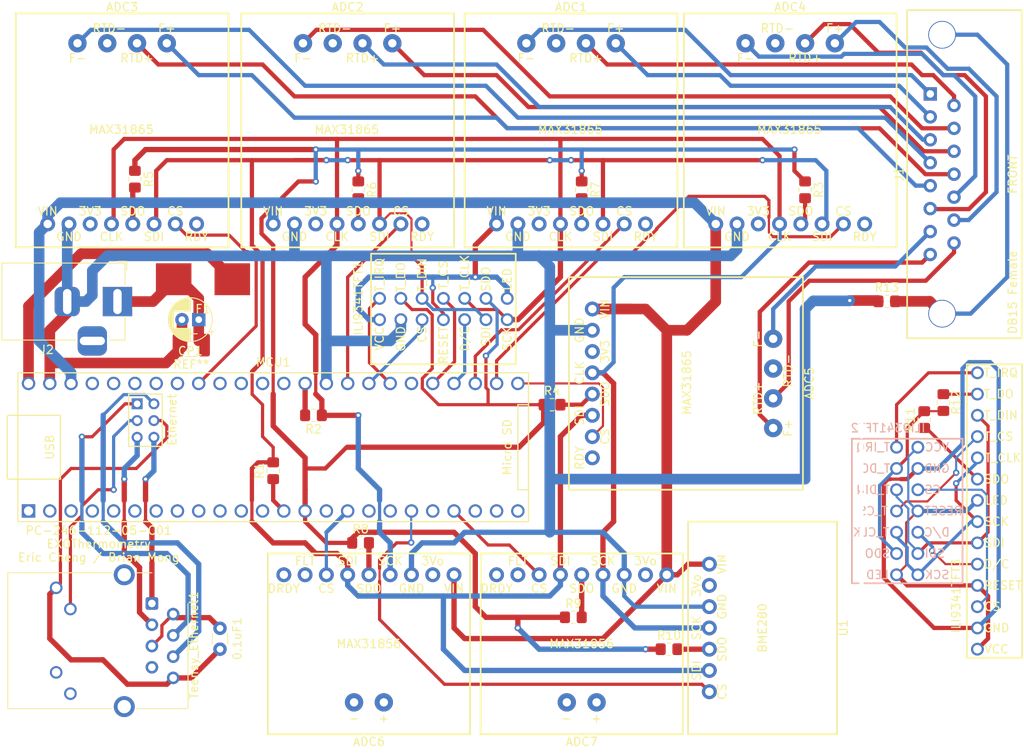
<source format=kicad_pcb>
(kicad_pcb (version 20171130) (host pcbnew "(5.1.10)-1")

  (general
    (thickness 1.6)
    (drawings 5)
    (tracks 664)
    (zones 0)
    (modules 64)
    (nets 113)
  )

  (page A4)
  (title_block
    (title Thermometry)
    (rev v1.0)
    (comment 4 "Eric Cheng")
  )

  (layers
    (0 F.Cu signal)
    (31 B.Cu signal)
    (32 B.Adhes user hide)
    (33 F.Adhes user hide)
    (34 B.Paste user hide)
    (35 F.Paste user hide)
    (36 B.SilkS user)
    (37 F.SilkS user)
    (38 B.Mask user hide)
    (39 F.Mask user hide)
    (40 Dwgs.User user hide)
    (41 Cmts.User user hide)
    (42 Eco1.User user hide)
    (43 Eco2.User user hide)
    (44 Edge.Cuts user hide)
    (45 Margin user hide)
    (46 B.CrtYd user hide)
    (47 F.CrtYd user hide)
    (48 B.Fab user hide)
    (49 F.Fab user hide)
  )

  (setup
    (last_trace_width 0.508)
    (user_trace_width 0.381)
    (user_trace_width 0.508)
    (user_trace_width 0.635)
    (user_trace_width 1.27)
    (trace_clearance 0.254)
    (zone_clearance 0.508)
    (zone_45_only no)
    (trace_min 0.2)
    (via_size 0.762)
    (via_drill 0.381)
    (via_min_size 0.4)
    (via_min_drill 0.3)
    (uvia_size 0.762)
    (uvia_drill 0.381)
    (uvias_allowed no)
    (uvia_min_size 0.2)
    (uvia_min_drill 0.1)
    (edge_width 0.05)
    (segment_width 0.2)
    (pcb_text_width 0.3)
    (pcb_text_size 1.5 1.5)
    (mod_edge_width 0.12)
    (mod_text_size 1 1)
    (mod_text_width 0.15)
    (pad_size 2 0.5)
    (pad_drill 2)
    (pad_to_mask_clearance 0.000051)
    (aux_axis_origin 0 0)
    (visible_elements 7FFFFFFF)
    (pcbplotparams
      (layerselection 0x010fc_ffffffff)
      (usegerberextensions false)
      (usegerberattributes true)
      (usegerberadvancedattributes true)
      (creategerberjobfile true)
      (excludeedgelayer true)
      (linewidth 0.100000)
      (plotframeref false)
      (viasonmask false)
      (mode 1)
      (useauxorigin false)
      (hpglpennumber 1)
      (hpglpenspeed 20)
      (hpglpendiameter 15.000000)
      (psnegative false)
      (psa4output false)
      (plotreference true)
      (plotvalue true)
      (plotinvisibletext false)
      (padsonsilk false)
      (subtractmaskfromsilk false)
      (outputformat 1)
      (mirror false)
      (drillshape 1)
      (scaleselection 1)
      (outputdirectory ""))
  )

  (net 0 "")
  (net 1 "Net-(0.1uF1-Pad1)")
  (net 2 "Net-(0.1uF1-Pad2)")
  (net 3 +3V3)
  (net 4 GND)
  (net 5 "Net-(ADC1-Pad5)")
  (net 6 /CLK)
  (net 7 "Net-(ADC1-Pad3)")
  (net 8 /SDI)
  (net 9 /CS_1)
  (net 10 "Net-(ADC1-Pad8)")
  (net 11 "Net-(ADC1-Pad11)")
  (net 12 "Net-(ADC1-Pad10)")
  (net 13 "Net-(ADC1-Pad9)")
  (net 14 "Net-(ADC1-Pad12)")
  (net 15 "Net-(ADC2-Pad12)")
  (net 16 "Net-(ADC2-Pad9)")
  (net 17 "Net-(ADC2-Pad10)")
  (net 18 "Net-(ADC2-Pad11)")
  (net 19 "Net-(ADC2-Pad8)")
  (net 20 /CS_2)
  (net 21 "Net-(ADC2-Pad3)")
  (net 22 "Net-(ADC2-Pad5)")
  (net 23 "Net-(ADC3-Pad5)")
  (net 24 "Net-(ADC3-Pad3)")
  (net 25 /CS_3)
  (net 26 "Net-(ADC3-Pad8)")
  (net 27 "Net-(ADC3-Pad11)")
  (net 28 "Net-(ADC3-Pad10)")
  (net 29 "Net-(ADC3-Pad9)")
  (net 30 "Net-(ADC3-Pad12)")
  (net 31 "Net-(ADC4-Pad12)")
  (net 32 "Net-(ADC4-Pad9)")
  (net 33 "Net-(ADC4-Pad10)")
  (net 34 "Net-(ADC4-Pad11)")
  (net 35 "Net-(ADC4-Pad8)")
  (net 36 /CS_4)
  (net 37 "Net-(ADC4-Pad3)")
  (net 38 "Net-(ADC4-Pad5)")
  (net 39 "Net-(ADC5-Pad5)")
  (net 40 "Net-(ADC5-Pad3)")
  (net 41 /CS_5)
  (net 42 "Net-(ADC5-Pad8)")
  (net 43 "Net-(ADC5-Pad11)")
  (net 44 "Net-(ADC5-Pad10)")
  (net 45 "Net-(ADC5-Pad9)")
  (net 46 "Net-(ADC5-Pad12)")
  (net 47 "Net-(ADC6-Pad5)")
  (net 48 "Net-(ADC6-Pad2)")
  (net 49 /CS_6)
  (net 50 "Net-(ADC6-Pad8)")
  (net 51 "Net-(ADC6-Pad9)")
  (net 52 "Net-(ADC6-Pad10)")
  (net 53 "Net-(ADC6-Pad11)")
  (net 54 "Net-(ADC7-Pad11)")
  (net 55 "Net-(ADC7-Pad10)")
  (net 56 "Net-(ADC7-Pad9)")
  (net 57 "Net-(ADC7-Pad8)")
  (net 58 /CS_7)
  (net 59 "Net-(ADC7-Pad2)")
  (net 60 "Net-(ADC7-Pad5)")
  (net 61 "Net-(CP1-Pad1)")
  (net 62 /5V)
  (net 63 /TFT_DC)
  (net 64 /TFT_CS)
  (net 65 /SDO)
  (net 66 /T_CS)
  (net 67 /T_IRQ)
  (net 68 "Net-(MCU1-Pad45)")
  (net 69 "Net-(MCU1-Pad44)")
  (net 70 "Net-(MCU1-Pad43)")
  (net 71 "Net-(MCU1-Pad42)")
  (net 72 "Net-(MCU1-Pad41)")
  (net 73 "Net-(MCU1-Pad39)")
  (net 74 "Net-(MCU1-Pad38)")
  (net 75 "Net-(MCU1-Pad37)")
  (net 76 "Net-(MCU1-Pad36)")
  (net 77 "Net-(MCU1-Pad35)")
  (net 78 "Net-(MCU1-Pad1)")
  (net 79 "Net-(MCU1-Pad2)")
  (net 80 "Net-(MCU1-Pad3)")
  (net 81 "Net-(MCU1-Pad4)")
  (net 82 "Net-(MCU1-Pad5)")
  (net 83 "Net-(MCU1-Pad6)")
  (net 84 "Net-(MCU1-Pad13)")
  (net 85 "Net-(MCU1-Pad24)")
  (net 86 "Net-(MCU1-Pad23)")
  (net 87 "Net-(MCU1-Pad22)")
  (net 88 "Net-(MCU1-Pad15)")
  (net 89 "Net-(MCU1-Pad20)")
  (net 90 "Net-(MCU1-Pad18)")
  (net 91 "Net-(MCU1-Pad17)")
  (net 92 "Net-(MCU1-Pad60)")
  (net 93 "Net-(MCU1-Pad65)")
  (net 94 "Net-(MCU1-Pad61)")
  (net 95 "Net-(MCU1-Pad63)")
  (net 96 "Net-(MCU1-Pad62)")
  (net 97 "Net-(R10-Pad2)")
  (net 98 "Net-(Teensy_Ethernet1-Pad7)")
  (net 99 "Net-(Teensy_Ethernet1-Pad12)")
  (net 100 "Net-(Teensy_Ethernet1-Pad11)")
  (net 101 "Net-(U1-Pad2)")
  (net 102 /CS_8)
  (net 103 "Net-(J1-Pad0)")
  (net 104 "Net-(ILI9341TFT3-Pad9)")
  (net 105 "Net-(ILI9341TFT3-Pad13)")
  (net 106 "Net-(MCU1-Pad7)")
  (net 107 "Net-(MCU1-Pad8)")
  (net 108 "Net-(MCU1-Pad9)")
  (net 109 "Net-(MCU1-Pad10)")
  (net 110 "Net-(MCU1-Pad11)")
  (net 111 "Net-(MCU1-Pad12)")
  (net 112 "Net-(MCU1-Pad30)")

  (net_class Default "This is the default net class."
    (clearance 0.254)
    (trace_width 0.254)
    (via_dia 0.762)
    (via_drill 0.381)
    (uvia_dia 0.762)
    (uvia_drill 0.381)
    (add_net +3V3)
    (add_net /5V)
    (add_net /CLK)
    (add_net /CS_1)
    (add_net /CS_2)
    (add_net /CS_3)
    (add_net /CS_4)
    (add_net /CS_5)
    (add_net /CS_6)
    (add_net /CS_7)
    (add_net /CS_8)
    (add_net /SDI)
    (add_net /SDO)
    (add_net /TFT_CS)
    (add_net /TFT_DC)
    (add_net /T_CS)
    (add_net /T_IRQ)
    (add_net GND)
    (add_net "Net-(0.1uF1-Pad1)")
    (add_net "Net-(0.1uF1-Pad2)")
    (add_net "Net-(ADC1-Pad10)")
    (add_net "Net-(ADC1-Pad11)")
    (add_net "Net-(ADC1-Pad12)")
    (add_net "Net-(ADC1-Pad3)")
    (add_net "Net-(ADC1-Pad5)")
    (add_net "Net-(ADC1-Pad8)")
    (add_net "Net-(ADC1-Pad9)")
    (add_net "Net-(ADC2-Pad10)")
    (add_net "Net-(ADC2-Pad11)")
    (add_net "Net-(ADC2-Pad12)")
    (add_net "Net-(ADC2-Pad3)")
    (add_net "Net-(ADC2-Pad5)")
    (add_net "Net-(ADC2-Pad8)")
    (add_net "Net-(ADC2-Pad9)")
    (add_net "Net-(ADC3-Pad10)")
    (add_net "Net-(ADC3-Pad11)")
    (add_net "Net-(ADC3-Pad12)")
    (add_net "Net-(ADC3-Pad3)")
    (add_net "Net-(ADC3-Pad5)")
    (add_net "Net-(ADC3-Pad8)")
    (add_net "Net-(ADC3-Pad9)")
    (add_net "Net-(ADC4-Pad10)")
    (add_net "Net-(ADC4-Pad11)")
    (add_net "Net-(ADC4-Pad12)")
    (add_net "Net-(ADC4-Pad3)")
    (add_net "Net-(ADC4-Pad5)")
    (add_net "Net-(ADC4-Pad8)")
    (add_net "Net-(ADC4-Pad9)")
    (add_net "Net-(ADC5-Pad10)")
    (add_net "Net-(ADC5-Pad11)")
    (add_net "Net-(ADC5-Pad12)")
    (add_net "Net-(ADC5-Pad3)")
    (add_net "Net-(ADC5-Pad5)")
    (add_net "Net-(ADC5-Pad8)")
    (add_net "Net-(ADC5-Pad9)")
    (add_net "Net-(ADC6-Pad10)")
    (add_net "Net-(ADC6-Pad11)")
    (add_net "Net-(ADC6-Pad2)")
    (add_net "Net-(ADC6-Pad5)")
    (add_net "Net-(ADC6-Pad8)")
    (add_net "Net-(ADC6-Pad9)")
    (add_net "Net-(ADC7-Pad10)")
    (add_net "Net-(ADC7-Pad11)")
    (add_net "Net-(ADC7-Pad2)")
    (add_net "Net-(ADC7-Pad5)")
    (add_net "Net-(ADC7-Pad8)")
    (add_net "Net-(ADC7-Pad9)")
    (add_net "Net-(CP1-Pad1)")
    (add_net "Net-(ILI9341TFT3-Pad13)")
    (add_net "Net-(ILI9341TFT3-Pad9)")
    (add_net "Net-(J1-Pad0)")
    (add_net "Net-(MCU1-Pad1)")
    (add_net "Net-(MCU1-Pad10)")
    (add_net "Net-(MCU1-Pad11)")
    (add_net "Net-(MCU1-Pad12)")
    (add_net "Net-(MCU1-Pad13)")
    (add_net "Net-(MCU1-Pad15)")
    (add_net "Net-(MCU1-Pad17)")
    (add_net "Net-(MCU1-Pad18)")
    (add_net "Net-(MCU1-Pad2)")
    (add_net "Net-(MCU1-Pad20)")
    (add_net "Net-(MCU1-Pad22)")
    (add_net "Net-(MCU1-Pad23)")
    (add_net "Net-(MCU1-Pad24)")
    (add_net "Net-(MCU1-Pad3)")
    (add_net "Net-(MCU1-Pad30)")
    (add_net "Net-(MCU1-Pad35)")
    (add_net "Net-(MCU1-Pad36)")
    (add_net "Net-(MCU1-Pad37)")
    (add_net "Net-(MCU1-Pad38)")
    (add_net "Net-(MCU1-Pad39)")
    (add_net "Net-(MCU1-Pad4)")
    (add_net "Net-(MCU1-Pad41)")
    (add_net "Net-(MCU1-Pad42)")
    (add_net "Net-(MCU1-Pad43)")
    (add_net "Net-(MCU1-Pad44)")
    (add_net "Net-(MCU1-Pad45)")
    (add_net "Net-(MCU1-Pad5)")
    (add_net "Net-(MCU1-Pad6)")
    (add_net "Net-(MCU1-Pad60)")
    (add_net "Net-(MCU1-Pad61)")
    (add_net "Net-(MCU1-Pad62)")
    (add_net "Net-(MCU1-Pad63)")
    (add_net "Net-(MCU1-Pad65)")
    (add_net "Net-(MCU1-Pad7)")
    (add_net "Net-(MCU1-Pad8)")
    (add_net "Net-(MCU1-Pad9)")
    (add_net "Net-(R10-Pad2)")
    (add_net "Net-(Teensy_Ethernet1-Pad11)")
    (add_net "Net-(Teensy_Ethernet1-Pad12)")
    (add_net "Net-(Teensy_Ethernet1-Pad7)")
    (add_net "Net-(U1-Pad2)")
  )

  (module Thermometry:breakoff (layer F.Cu) (tedit 6206E601) (tstamp 620754C3)
    (at 121.031 151.257 90)
    (fp_text reference REF** (at 0 1.27 90) (layer Dwgs.User) hide
      (effects (font (size 1 1) (thickness 0.15)))
    )
    (fp_text value breakoff (at 0 -1.27 90) (layer F.Fab)
      (effects (font (size 1 1) (thickness 0.15)))
    )
    (pad "" np_thru_hole oval (at 0 0 90) (size 2 0.5) (drill oval 2 0.5) (layers *.Cu *.Mask))
  )

  (module Thermometry:breakoff (layer F.Cu) (tedit 6206E601) (tstamp 620754C3)
    (at 121.031 149.225 90)
    (fp_text reference REF** (at 0 1.27 90) (layer Dwgs.User) hide
      (effects (font (size 1 1) (thickness 0.15)))
    )
    (fp_text value breakoff (at 0 -1.27 90) (layer F.Fab)
      (effects (font (size 1 1) (thickness 0.15)))
    )
    (pad "" np_thru_hole oval (at 0 0 90) (size 2 0.5) (drill oval 2 0.5) (layers *.Cu *.Mask))
  )

  (module Thermometry:breakoff (layer F.Cu) (tedit 6206E601) (tstamp 620754C3)
    (at 121.031 147.066 90)
    (fp_text reference REF** (at 0 1.27 90) (layer Dwgs.User) hide
      (effects (font (size 1 1) (thickness 0.15)))
    )
    (fp_text value breakoff (at 0 -1.27 90) (layer F.Fab)
      (effects (font (size 1 1) (thickness 0.15)))
    )
    (pad "" np_thru_hole oval (at 0 0 90) (size 2 0.5) (drill oval 2 0.5) (layers *.Cu *.Mask))
  )

  (module Thermometry:breakoff (layer F.Cu) (tedit 6206E601) (tstamp 620754C3)
    (at 121.031 145.034 90)
    (fp_text reference REF** (at 0 1.27 90) (layer Dwgs.User) hide
      (effects (font (size 1 1) (thickness 0.15)))
    )
    (fp_text value breakoff (at 0 -1.27 90) (layer F.Fab)
      (effects (font (size 1 1) (thickness 0.15)))
    )
    (pad "" np_thru_hole oval (at 0 0 90) (size 2 0.5) (drill oval 2 0.5) (layers *.Cu *.Mask))
  )

  (module Thermometry:breakoff (layer F.Cu) (tedit 6206E601) (tstamp 620754C3)
    (at 121.031 142.875 90)
    (fp_text reference REF** (at 0 1.27 90) (layer Dwgs.User) hide
      (effects (font (size 1 1) (thickness 0.15)))
    )
    (fp_text value breakoff (at 0 -1.27 90) (layer F.Fab)
      (effects (font (size 1 1) (thickness 0.15)))
    )
    (pad "" np_thru_hole oval (at 0 0 90) (size 2 0.5) (drill oval 2 0.5) (layers *.Cu *.Mask))
  )

  (module Thermometry:breakoff (layer F.Cu) (tedit 6206E601) (tstamp 620754C3)
    (at 121.031 140.843 90)
    (fp_text reference REF** (at 0 1.27 90) (layer Dwgs.User) hide
      (effects (font (size 1 1) (thickness 0.15)))
    )
    (fp_text value breakoff (at 0 -1.27 90) (layer F.Fab)
      (effects (font (size 1 1) (thickness 0.15)))
    )
    (pad "" np_thru_hole oval (at 0 0 90) (size 2 0.5) (drill oval 2 0.5) (layers *.Cu *.Mask))
  )

  (module Thermometry:breakoff (layer F.Cu) (tedit 6206E601) (tstamp 620754C3)
    (at 121.031 138.684 90)
    (fp_text reference REF** (at 0 1.27 90) (layer Dwgs.User) hide
      (effects (font (size 1 1) (thickness 0.15)))
    )
    (fp_text value breakoff (at 0 -1.27 90) (layer F.Fab)
      (effects (font (size 1 1) (thickness 0.15)))
    )
    (pad "" np_thru_hole oval (at 0 0 90) (size 2 0.5) (drill oval 2 0.5) (layers *.Cu *.Mask))
  )

  (module Thermometry:breakoff (layer F.Cu) (tedit 6206E601) (tstamp 620754C3)
    (at 121.031 136.652 90)
    (fp_text reference REF** (at 0 1.27 90) (layer Dwgs.User) hide
      (effects (font (size 1 1) (thickness 0.15)))
    )
    (fp_text value breakoff (at 0 -1.27 90) (layer F.Fab)
      (effects (font (size 1 1) (thickness 0.15)))
    )
    (pad "" np_thru_hole oval (at 0 0 90) (size 2 0.5) (drill oval 2 0.5) (layers *.Cu *.Mask))
  )

  (module Thermometry:breakoff (layer F.Cu) (tedit 6206E601) (tstamp 620754C3)
    (at 121.031 134.493 90)
    (fp_text reference REF** (at 0 1.27 90) (layer Dwgs.User) hide
      (effects (font (size 1 1) (thickness 0.15)))
    )
    (fp_text value breakoff (at 0 -1.27 90) (layer F.Fab)
      (effects (font (size 1 1) (thickness 0.15)))
    )
    (pad "" np_thru_hole oval (at 0 0 90) (size 2 0.5) (drill oval 2 0.5) (layers *.Cu *.Mask))
  )

  (module Thermometry:breakoff (layer F.Cu) (tedit 6206E601) (tstamp 620754C3)
    (at 121.031 132.461 90)
    (fp_text reference REF** (at 0 1.27 90) (layer Dwgs.User) hide
      (effects (font (size 1 1) (thickness 0.15)))
    )
    (fp_text value breakoff (at 0 -1.27 90) (layer F.Fab)
      (effects (font (size 1 1) (thickness 0.15)))
    )
    (pad "" np_thru_hole oval (at 0 0 90) (size 2 0.5) (drill oval 2 0.5) (layers *.Cu *.Mask))
  )

  (module Thermometry:breakoff (layer F.Cu) (tedit 6206E601) (tstamp 620754C3)
    (at 121.031 130.302 90)
    (fp_text reference REF** (at 0 1.27 90) (layer Dwgs.User) hide
      (effects (font (size 1 1) (thickness 0.15)))
    )
    (fp_text value breakoff (at 0 -1.27 90) (layer F.Fab)
      (effects (font (size 1 1) (thickness 0.15)))
    )
    (pad "" np_thru_hole oval (at 0 0 90) (size 2 0.5) (drill oval 2 0.5) (layers *.Cu *.Mask))
  )

  (module Thermometry:breakoff (layer F.Cu) (tedit 6206E601) (tstamp 620754C3)
    (at 121.031 128.27 90)
    (fp_text reference REF** (at 0 1.27 90) (layer Dwgs.User) hide
      (effects (font (size 1 1) (thickness 0.15)))
    )
    (fp_text value breakoff (at 0 -1.27 90) (layer F.Fab)
      (effects (font (size 1 1) (thickness 0.15)))
    )
    (pad "" np_thru_hole oval (at 0 0 90) (size 2 0.5) (drill oval 2 0.5) (layers *.Cu *.Mask))
  )

  (module Thermometry:breakoff (layer F.Cu) (tedit 6206E601) (tstamp 620754C3)
    (at 121.031 126.111 90)
    (fp_text reference REF** (at 0 1.27 90) (layer Dwgs.User) hide
      (effects (font (size 1 1) (thickness 0.15)))
    )
    (fp_text value breakoff (at 0 -1.27 90) (layer F.Fab)
      (effects (font (size 1 1) (thickness 0.15)))
    )
    (pad "" np_thru_hole oval (at 0 0 90) (size 2 0.5) (drill oval 2 0.5) (layers *.Cu *.Mask))
  )

  (module Thermometry:breakoff (layer F.Cu) (tedit 6206E601) (tstamp 620754C3)
    (at 121.031 124.079 90)
    (fp_text reference REF** (at 0 1.27 90) (layer Dwgs.User) hide
      (effects (font (size 1 1) (thickness 0.15)))
    )
    (fp_text value breakoff (at 0 -1.27 90) (layer F.Fab)
      (effects (font (size 1 1) (thickness 0.15)))
    )
    (pad "" np_thru_hole oval (at 0 0 90) (size 2 0.5) (drill oval 2 0.5) (layers *.Cu *.Mask))
  )

  (module Thermometry:breakoff (layer F.Cu) (tedit 6206E601) (tstamp 620754C3)
    (at 121.031 121.92 90)
    (fp_text reference REF** (at 0 1.27 90) (layer Dwgs.User) hide
      (effects (font (size 1 1) (thickness 0.15)))
    )
    (fp_text value breakoff (at 0 -1.27 90) (layer F.Fab)
      (effects (font (size 1 1) (thickness 0.15)))
    )
    (pad "" np_thru_hole oval (at 0 0 90) (size 2 0.5) (drill oval 2 0.5) (layers *.Cu *.Mask))
  )

  (module Thermometry:breakoff (layer F.Cu) (tedit 6206E601) (tstamp 620754C3)
    (at 121.031 119.888 90)
    (fp_text reference REF** (at 0 1.27 90) (layer Dwgs.User) hide
      (effects (font (size 1 1) (thickness 0.15)))
    )
    (fp_text value breakoff (at 0 -1.27 90) (layer F.Fab)
      (effects (font (size 1 1) (thickness 0.15)))
    )
    (pad "" np_thru_hole oval (at 0 0 90) (size 2 0.5) (drill oval 2 0.5) (layers *.Cu *.Mask))
  )

  (module Thermometry:breakoff (layer F.Cu) (tedit 6206E601) (tstamp 620754C3)
    (at 121.031 117.729 90)
    (fp_text reference REF** (at 0 1.27 90) (layer Dwgs.User) hide
      (effects (font (size 1 1) (thickness 0.15)))
    )
    (fp_text value breakoff (at 0 -1.27 90) (layer F.Fab)
      (effects (font (size 1 1) (thickness 0.15)))
    )
    (pad "" np_thru_hole oval (at 0 0 90) (size 2 0.5) (drill oval 2 0.5) (layers *.Cu *.Mask))
  )

  (module Thermometry:breakoff (layer F.Cu) (tedit 6206E601) (tstamp 620754C3)
    (at 121.031 115.697 90)
    (fp_text reference REF** (at 0 1.27 90) (layer Dwgs.User) hide
      (effects (font (size 1 1) (thickness 0.15)))
    )
    (fp_text value breakoff (at 0 -1.27 90) (layer F.Fab)
      (effects (font (size 1 1) (thickness 0.15)))
    )
    (pad "" np_thru_hole oval (at 0 0 90) (size 2 0.5) (drill oval 2 0.5) (layers *.Cu *.Mask))
  )

  (module Thermometry:breakoff (layer F.Cu) (tedit 6206E601) (tstamp 620754C3)
    (at 121.031 113.538 90)
    (fp_text reference REF** (at 0 1.27 90) (layer Dwgs.User) hide
      (effects (font (size 1 1) (thickness 0.15)))
    )
    (fp_text value breakoff (at 0 -1.27 90) (layer F.Fab)
      (effects (font (size 1 1) (thickness 0.15)))
    )
    (pad "" np_thru_hole oval (at 0 0 90) (size 2 0.5) (drill oval 2 0.5) (layers *.Cu *.Mask))
  )

  (module Thermometry:breakoff (layer F.Cu) (tedit 6206E601) (tstamp 620754C3)
    (at 121.031 111.506 90)
    (fp_text reference REF** (at 0 1.27 90) (layer Dwgs.User) hide
      (effects (font (size 1 1) (thickness 0.15)))
    )
    (fp_text value breakoff (at 0 -1.27 90) (layer F.Fab)
      (effects (font (size 1 1) (thickness 0.15)))
    )
    (pad "" np_thru_hole oval (at 0 0 90) (size 2 0.5) (drill oval 2 0.5) (layers *.Cu *.Mask))
  )

  (module Thermometry:breakoff (layer F.Cu) (tedit 6206E601) (tstamp 620754C3)
    (at 121.031 109.347 90)
    (fp_text reference REF** (at 0 1.27 90) (layer Dwgs.User) hide
      (effects (font (size 1 1) (thickness 0.15)))
    )
    (fp_text value breakoff (at 0 -1.27 90) (layer F.Fab)
      (effects (font (size 1 1) (thickness 0.15)))
    )
    (pad "" np_thru_hole oval (at 0 0 90) (size 2 0.5) (drill oval 2 0.5) (layers *.Cu *.Mask))
  )

  (module Thermometry:breakoff (layer F.Cu) (tedit 6206E601) (tstamp 620754C3)
    (at 121.031 107.315 90)
    (fp_text reference REF** (at 0 1.27 90) (layer Dwgs.User) hide
      (effects (font (size 1 1) (thickness 0.15)))
    )
    (fp_text value breakoff (at 0 -1.27 90) (layer F.Fab)
      (effects (font (size 1 1) (thickness 0.15)))
    )
    (pad "" np_thru_hole oval (at 0 0 90) (size 2 0.5) (drill oval 2 0.5) (layers *.Cu *.Mask))
  )

  (module Thermometry:breakoff (layer F.Cu) (tedit 6206E601) (tstamp 62075415)
    (at 121.031 105.156 90)
    (fp_text reference REF** (at 0 1.27 90) (layer Dwgs.User) hide
      (effects (font (size 1 1) (thickness 0.15)))
    )
    (fp_text value breakoff (at 0 -1.27 90) (layer F.Fab)
      (effects (font (size 1 1) (thickness 0.15)))
    )
    (pad "" np_thru_hole oval (at 0 0 90) (size 2 0.5) (drill oval 2 0.5) (layers *.Cu *.Mask))
  )

  (module Thermometry:breakoff (layer F.Cu) (tedit 6206E601) (tstamp 62075415)
    (at 139.446 104.013)
    (fp_text reference REF** (at 0 1.27) (layer Dwgs.User) hide
      (effects (font (size 1 1) (thickness 0.15)))
    )
    (fp_text value breakoff (at 0 -1.27) (layer F.Fab)
      (effects (font (size 1 1) (thickness 0.15)))
    )
    (pad "" np_thru_hole oval (at 0 0) (size 2 0.5) (drill oval 2 0.5) (layers *.Cu *.Mask))
  )

  (module Thermometry:breakoff (layer F.Cu) (tedit 6206E601) (tstamp 62075415)
    (at 137.16 104.013)
    (fp_text reference REF** (at 0 1.27) (layer Dwgs.User) hide
      (effects (font (size 1 1) (thickness 0.15)))
    )
    (fp_text value breakoff (at 0 -1.27) (layer F.Fab)
      (effects (font (size 1 1) (thickness 0.15)))
    )
    (pad "" np_thru_hole oval (at 0 0) (size 2 0.5) (drill oval 2 0.5) (layers *.Cu *.Mask))
  )

  (module Thermometry:breakoff (layer F.Cu) (tedit 6206E601) (tstamp 62075415)
    (at 135.001 104.013)
    (fp_text reference REF** (at 0 1.27) (layer Dwgs.User) hide
      (effects (font (size 1 1) (thickness 0.15)))
    )
    (fp_text value breakoff (at 0 -1.27) (layer F.Fab)
      (effects (font (size 1 1) (thickness 0.15)))
    )
    (pad "" np_thru_hole oval (at 0 0) (size 2 0.5) (drill oval 2 0.5) (layers *.Cu *.Mask))
  )

  (module Thermometry:breakoff (layer F.Cu) (tedit 6206E601) (tstamp 62075415)
    (at 132.842 104.013)
    (fp_text reference REF** (at 0 1.27) (layer Dwgs.User) hide
      (effects (font (size 1 1) (thickness 0.15)))
    )
    (fp_text value breakoff (at 0 -1.27) (layer F.Fab)
      (effects (font (size 1 1) (thickness 0.15)))
    )
    (pad "" np_thru_hole oval (at 0 0) (size 2 0.5) (drill oval 2 0.5) (layers *.Cu *.Mask))
  )

  (module Thermometry:breakoff (layer F.Cu) (tedit 6206E601) (tstamp 62075415)
    (at 130.81 104.013)
    (fp_text reference REF** (at 0 1.27) (layer Dwgs.User) hide
      (effects (font (size 1 1) (thickness 0.15)))
    )
    (fp_text value breakoff (at 0 -1.27) (layer F.Fab)
      (effects (font (size 1 1) (thickness 0.15)))
    )
    (pad "" np_thru_hole oval (at 0 0) (size 2 0.5) (drill oval 2 0.5) (layers *.Cu *.Mask))
  )

  (module Thermometry:breakoff (layer F.Cu) (tedit 6206E601) (tstamp 62075415)
    (at 128.651 104.013)
    (fp_text reference REF** (at 0 1.27) (layer Dwgs.User) hide
      (effects (font (size 1 1) (thickness 0.15)))
    )
    (fp_text value breakoff (at 0 -1.27) (layer F.Fab)
      (effects (font (size 1 1) (thickness 0.15)))
    )
    (pad "" np_thru_hole oval (at 0 0) (size 2 0.5) (drill oval 2 0.5) (layers *.Cu *.Mask))
  )

  (module Thermometry:breakoff (layer F.Cu) (tedit 6206E601) (tstamp 62075415)
    (at 126.619 104.013)
    (fp_text reference REF** (at 0 1.27) (layer Dwgs.User) hide
      (effects (font (size 1 1) (thickness 0.15)))
    )
    (fp_text value breakoff (at 0 -1.27) (layer F.Fab)
      (effects (font (size 1 1) (thickness 0.15)))
    )
    (pad "" np_thru_hole oval (at 0 0) (size 2 0.5) (drill oval 2 0.5) (layers *.Cu *.Mask))
  )

  (module Thermometry:breakoff (layer F.Cu) (tedit 6206E601) (tstamp 6207540F)
    (at 124.46 104.013)
    (fp_text reference REF** (at 0 1.27) (layer Dwgs.User) hide
      (effects (font (size 1 1) (thickness 0.15)))
    )
    (fp_text value breakoff (at 0 -1.27) (layer F.Fab)
      (effects (font (size 1 1) (thickness 0.15)))
    )
    (pad "" np_thru_hole oval (at 0 0) (size 2 0.5) (drill oval 2 0.5) (layers *.Cu *.Mask))
  )

  (module Thermometry:breakoff (layer F.Cu) (tedit 6206E601) (tstamp 620753FA)
    (at 122.301 104.013)
    (fp_text reference REF** (at 0 1.27) (layer Dwgs.User) hide
      (effects (font (size 1 1) (thickness 0.15)))
    )
    (fp_text value breakoff (at 0 -1.27) (layer F.Fab)
      (effects (font (size 1 1) (thickness 0.15)))
    )
    (pad "" np_thru_hole oval (at 0 0) (size 2 0.5) (drill oval 2 0.5) (layers *.Cu *.Mask))
  )

  (module Thermometry:thermo_fuse (layer F.Cu) (tedit 6206E31A) (tstamp 62074B44)
    (at 42.418 95.504 180)
    (path /6114F94B)
    (fp_text reference F1 (at 0 -3.556 180) (layer F.SilkS)
      (effects (font (size 1 1) (thickness 0.15)))
    )
    (fp_text value 1A (at 0 3.556 180) (layer F.Fab)
      (effects (font (size 1 1) (thickness 0.15)))
    )
    (fp_line (start -5.842 2.54) (end 5.842 2.54) (layer F.CrtYd) (width 0.2032))
    (fp_line (start -5.842 -2.54) (end 5.842 -2.54) (layer F.CrtYd) (width 0.2032))
    (fp_line (start -5.842 -2.54) (end -5.842 2.54) (layer F.CrtYd) (width 0.2032))
    (fp_line (start 5.842 -2.54) (end 5.842 2.54) (layer F.CrtYd) (width 0.2032))
    (pad 1 smd rect (at -3.5 0 180) (size 4.24 3.81) (layers F.Cu F.Paste F.Mask)
      (net 62 /5V))
    (pad 2 smd rect (at 3.5 0 180) (size 4.24 3.81) (layers F.Cu F.Paste F.Mask)
      (net 61 "Net-(CP1-Pad1)"))
  )

  (module Capacitor_SMD:C_1210_3225Metric_Pad1.33x2.70mm_HandSolder (layer F.Cu) (tedit 5F68FEEF) (tstamp 620745E9)
    (at 41.021 103.378 180)
    (descr "Capacitor SMD 1210 (3225 Metric), square (rectangular) end terminal, IPC_7351 nominal with elongated pad for handsoldering. (Body size source: IPC-SM-782 page 76, https://www.pcb-3d.com/wordpress/wp-content/uploads/ipc-sm-782a_amendment_1_and_2.pdf), generated with kicad-footprint-generator")
    (tags "capacitor handsolder")
    (attr smd)
    (fp_text reference REF** (at 0 -2.3) (layer F.SilkS)
      (effects (font (size 1 1) (thickness 0.15)))
    )
    (fp_text value C_1210_3225Metric_Pad1.33x2.70mm_HandSolder (at 0 2.3) (layer F.Fab)
      (effects (font (size 1 1) (thickness 0.15)))
    )
    (fp_line (start 2.48 1.6) (end -2.48 1.6) (layer F.CrtYd) (width 0.05))
    (fp_line (start 2.48 -1.6) (end 2.48 1.6) (layer F.CrtYd) (width 0.05))
    (fp_line (start -2.48 -1.6) (end 2.48 -1.6) (layer F.CrtYd) (width 0.05))
    (fp_line (start -2.48 1.6) (end -2.48 -1.6) (layer F.CrtYd) (width 0.05))
    (fp_line (start -0.711252 1.36) (end 0.711252 1.36) (layer F.SilkS) (width 0.12))
    (fp_line (start -0.711252 -1.36) (end 0.711252 -1.36) (layer F.SilkS) (width 0.12))
    (fp_line (start 1.6 1.25) (end -1.6 1.25) (layer F.Fab) (width 0.1))
    (fp_line (start 1.6 -1.25) (end 1.6 1.25) (layer F.Fab) (width 0.1))
    (fp_line (start -1.6 -1.25) (end 1.6 -1.25) (layer F.Fab) (width 0.1))
    (fp_line (start -1.6 1.25) (end -1.6 -1.25) (layer F.Fab) (width 0.1))
    (fp_text user %R (at 0 0) (layer F.Fab)
      (effects (font (size 0.8 0.8) (thickness 0.12)))
    )
    (pad 2 smd roundrect (at 1.5625 0 180) (size 1.325 2.7) (layers F.Cu F.Paste F.Mask) (roundrect_rratio 0.188679))
    (pad 1 smd roundrect (at -1.5625 0 180) (size 1.325 2.7) (layers F.Cu F.Paste F.Mask) (roundrect_rratio 0.188679))
    (model ${KISYS3DMOD}/Capacitor_SMD.3dshapes/C_1210_3225Metric.wrl
      (at (xyz 0 0 0))
      (scale (xyz 1 1 1))
      (rotate (xyz 0 0 0))
    )
  )

  (module Thermometry:MAX31865 (layer F.Cu) (tedit 6206DE05) (tstamp 611E7F4A)
    (at 112.522 77.724)
    (path /612B754B)
    (fp_text reference ADC4 (at 0 -14.732) (layer F.SilkS)
      (effects (font (size 1 1) (thickness 0.15)))
    )
    (fp_text value PT100 (at 0 14.986) (layer F.Fab)
      (effects (font (size 1 1) (thickness 0.15)))
    )
    (fp_line (start -12.7 -13.97) (end 12.7 -13.97) (layer F.Fab) (width 0.1016))
    (fp_line (start -12.7 13.97) (end 12.7 13.97) (layer F.Fab) (width 0.1016))
    (fp_line (start -12.7 -13.97) (end -12.7 13.97) (layer F.Fab) (width 0.1016))
    (fp_line (start 12.7 -13.97) (end 12.7 13.97) (layer F.Fab) (width 0.1016))
    (fp_line (start -12.7 -13.97) (end 12.7 -13.97) (layer F.SilkS) (width 0.2032))
    (fp_line (start -12.7 -13.97) (end -12.7 13.97) (layer F.SilkS) (width 0.2032))
    (fp_line (start 12.7 13.97) (end -12.7 13.97) (layer F.SilkS) (width 0.2032))
    (fp_line (start 12.7 13.97) (end 12.7 -13.97) (layer F.SilkS) (width 0.2032))
    (fp_text user VIN (at -8.89 9.652) (layer F.SilkS)
      (effects (font (size 1 1) (thickness 0.15)))
    )
    (fp_text user GND (at -6.35 12.7) (layer F.SilkS)
      (effects (font (size 1 1) (thickness 0.15)))
    )
    (fp_text user 3V3 (at -3.81 9.652) (layer F.SilkS)
      (effects (font (size 1 1) (thickness 0.15)))
    )
    (fp_text user CLK (at -1.27 12.7) (layer F.SilkS)
      (effects (font (size 1 1) (thickness 0.15)))
    )
    (fp_text user SDO (at 1.27 9.652) (layer F.SilkS)
      (effects (font (size 1 1) (thickness 0.15)))
    )
    (fp_text user SDI (at 3.81 12.7) (layer F.SilkS)
      (effects (font (size 1 1) (thickness 0.15)))
    )
    (fp_text user CS (at 6.35 9.652) (layer F.SilkS)
      (effects (font (size 1 1) (thickness 0.15)))
    )
    (fp_text user RDY (at 8.89 12.7) (layer F.SilkS)
      (effects (font (size 1 1) (thickness 0.15)))
    )
    (fp_text user F- (at -5.334 -8.636) (layer F.SilkS)
      (effects (font (size 1 1) (thickness 0.15)))
    )
    (fp_text user F+ (at 5.334 -12.192) (layer F.SilkS)
      (effects (font (size 1 1) (thickness 0.15)))
    )
    (fp_text user RTD+ (at 1.778 -8.636 180) (layer F.SilkS)
      (effects (font (size 1 1) (thickness 0.15)))
    )
    (fp_text user RTD- (at -1.524 -12.192 180) (layer F.SilkS)
      (effects (font (size 1 1) (thickness 0.15)))
    )
    (fp_text user MAX31865 (at -0.1 -0.1) (layer F.SilkS)
      (effects (font (size 1 1) (thickness 0.15)))
    )
    (pad 1 thru_hole circle (at -8.89 11.176) (size 1.778 1.778) (drill 1) (layers *.Cu *.Mask)
      (net 3 +3V3))
    (pad 2 thru_hole circle (at -6.35 11.176) (size 1.778 1.778) (drill 1) (layers *.Cu *.Mask)
      (net 4 GND))
    (pad 5 thru_hole circle (at 1.27 11.176) (size 1.778 1.778) (drill 1) (layers *.Cu *.Mask)
      (net 38 "Net-(ADC4-Pad5)"))
    (pad 4 thru_hole circle (at -1.27 11.176) (size 1.778 1.778) (drill 1) (layers *.Cu *.Mask)
      (net 6 /CLK))
    (pad 3 thru_hole circle (at -3.81 11.176) (size 1.778 1.778) (drill 1) (layers *.Cu *.Mask)
      (net 37 "Net-(ADC4-Pad3)"))
    (pad 6 thru_hole circle (at 3.81 11.176) (size 1.778 1.778) (drill 1) (layers *.Cu *.Mask)
      (net 8 /SDI))
    (pad 7 thru_hole circle (at 6.35 11.176) (size 1.778 1.778) (drill 1) (layers *.Cu *.Mask)
      (net 36 /CS_4))
    (pad 8 thru_hole circle (at 8.89 11.176) (size 1.778 1.778) (drill 1) (layers *.Cu *.Mask)
      (net 35 "Net-(ADC4-Pad8)"))
    (pad 11 thru_hole circle (at -1.778 -10.414) (size 2.184 2.184) (drill 1) (layers *.Cu *.Mask)
      (net 34 "Net-(ADC4-Pad11)"))
    (pad 10 thru_hole circle (at 1.778 -10.414) (size 2.184 2.184) (drill 1) (layers *.Cu *.Mask)
      (net 33 "Net-(ADC4-Pad10)"))
    (pad 9 thru_hole circle (at 5.334 -10.414) (size 2.184 2.184) (drill 1) (layers *.Cu *.Mask)
      (net 32 "Net-(ADC4-Pad9)"))
    (pad 12 thru_hole circle (at -5.334 -10.414) (size 2.184 2.184) (drill 1) (layers *.Cu *.Mask)
      (net 31 "Net-(ADC4-Pad12)"))
  )

  (module Thermometry:MAX31865 (layer F.Cu) (tedit 6206DE05) (tstamp 61219632)
    (at 100.076 107.95 270)
    (path /612B7D2F)
    (fp_text reference ADC5 (at 0 -14.732 90) (layer F.SilkS)
      (effects (font (size 1 1) (thickness 0.15)))
    )
    (fp_text value PT100 (at 0 14.986 90) (layer F.Fab)
      (effects (font (size 1 1) (thickness 0.15)))
    )
    (fp_line (start -12.7 -13.97) (end 12.7 -13.97) (layer F.Fab) (width 0.1016))
    (fp_line (start -12.7 13.97) (end 12.7 13.97) (layer F.Fab) (width 0.1016))
    (fp_line (start -12.7 -13.97) (end -12.7 13.97) (layer F.Fab) (width 0.1016))
    (fp_line (start 12.7 -13.97) (end 12.7 13.97) (layer F.Fab) (width 0.1016))
    (fp_line (start -12.7 -13.97) (end 12.7 -13.97) (layer F.SilkS) (width 0.2032))
    (fp_line (start -12.7 -13.97) (end -12.7 13.97) (layer F.SilkS) (width 0.2032))
    (fp_line (start 12.7 13.97) (end -12.7 13.97) (layer F.SilkS) (width 0.2032))
    (fp_line (start 12.7 13.97) (end 12.7 -13.97) (layer F.SilkS) (width 0.2032))
    (fp_text user VIN (at -8.89 9.652 90) (layer F.SilkS)
      (effects (font (size 1 1) (thickness 0.15)))
    )
    (fp_text user GND (at -6.35 12.7 90) (layer F.SilkS)
      (effects (font (size 1 1) (thickness 0.15)))
    )
    (fp_text user 3V3 (at -3.81 9.652 90) (layer F.SilkS)
      (effects (font (size 1 1) (thickness 0.15)))
    )
    (fp_text user CLK (at -1.27 12.7 90) (layer F.SilkS)
      (effects (font (size 1 1) (thickness 0.15)))
    )
    (fp_text user SDO (at 1.27 9.652 90) (layer F.SilkS)
      (effects (font (size 1 1) (thickness 0.15)))
    )
    (fp_text user SDI (at 3.81 12.7 90) (layer F.SilkS)
      (effects (font (size 1 1) (thickness 0.15)))
    )
    (fp_text user CS (at 6.35 9.652 90) (layer F.SilkS)
      (effects (font (size 1 1) (thickness 0.15)))
    )
    (fp_text user RDY (at 8.89 12.7 90) (layer F.SilkS)
      (effects (font (size 1 1) (thickness 0.15)))
    )
    (fp_text user F- (at -5.334 -8.636 90) (layer F.SilkS)
      (effects (font (size 1 1) (thickness 0.15)))
    )
    (fp_text user F+ (at 5.334 -12.192 90) (layer F.SilkS)
      (effects (font (size 1 1) (thickness 0.15)))
    )
    (fp_text user RTD+ (at 1.778 -8.636 270) (layer F.SilkS)
      (effects (font (size 1 1) (thickness 0.15)))
    )
    (fp_text user RTD- (at -1.524 -12.192 270) (layer F.SilkS)
      (effects (font (size 1 1) (thickness 0.15)))
    )
    (fp_text user MAX31865 (at -0.1 -0.1 90) (layer F.SilkS)
      (effects (font (size 1 1) (thickness 0.15)))
    )
    (pad 1 thru_hole circle (at -8.89 11.176 270) (size 1.778 1.778) (drill 1) (layers *.Cu *.Mask)
      (net 3 +3V3))
    (pad 2 thru_hole circle (at -6.35 11.176 270) (size 1.778 1.778) (drill 1) (layers *.Cu *.Mask)
      (net 4 GND))
    (pad 5 thru_hole circle (at 1.27 11.176 270) (size 1.778 1.778) (drill 1) (layers *.Cu *.Mask)
      (net 39 "Net-(ADC5-Pad5)"))
    (pad 4 thru_hole circle (at -1.27 11.176 270) (size 1.778 1.778) (drill 1) (layers *.Cu *.Mask)
      (net 6 /CLK))
    (pad 3 thru_hole circle (at -3.81 11.176 270) (size 1.778 1.778) (drill 1) (layers *.Cu *.Mask)
      (net 40 "Net-(ADC5-Pad3)"))
    (pad 6 thru_hole circle (at 3.81 11.176 270) (size 1.778 1.778) (drill 1) (layers *.Cu *.Mask)
      (net 8 /SDI))
    (pad 7 thru_hole circle (at 6.35 11.176 270) (size 1.778 1.778) (drill 1) (layers *.Cu *.Mask)
      (net 41 /CS_5))
    (pad 8 thru_hole circle (at 8.89 11.176 270) (size 1.778 1.778) (drill 1) (layers *.Cu *.Mask)
      (net 42 "Net-(ADC5-Pad8)"))
    (pad 11 thru_hole circle (at -1.778 -10.414 270) (size 2.184 2.184) (drill 1) (layers *.Cu *.Mask)
      (net 43 "Net-(ADC5-Pad11)"))
    (pad 10 thru_hole circle (at 1.778 -10.414 270) (size 2.184 2.184) (drill 1) (layers *.Cu *.Mask)
      (net 44 "Net-(ADC5-Pad10)"))
    (pad 9 thru_hole circle (at 5.334 -10.414 270) (size 2.184 2.184) (drill 1) (layers *.Cu *.Mask)
      (net 45 "Net-(ADC5-Pad9)"))
    (pad 12 thru_hole circle (at -5.334 -10.414 270) (size 2.184 2.184) (drill 1) (layers *.Cu *.Mask)
      (net 46 "Net-(ADC5-Pad12)"))
  )

  (module Thermometry:MAX31865 (layer F.Cu) (tedit 6206DE05) (tstamp 611E7F02)
    (at 59.69 77.724)
    (path /612B65CD)
    (fp_text reference ADC2 (at 0 -14.732) (layer F.SilkS)
      (effects (font (size 1 1) (thickness 0.15)))
    )
    (fp_text value PT100 (at 0 14.986) (layer F.Fab)
      (effects (font (size 1 1) (thickness 0.15)))
    )
    (fp_line (start -12.7 -13.97) (end 12.7 -13.97) (layer F.Fab) (width 0.1016))
    (fp_line (start -12.7 13.97) (end 12.7 13.97) (layer F.Fab) (width 0.1016))
    (fp_line (start -12.7 -13.97) (end -12.7 13.97) (layer F.Fab) (width 0.1016))
    (fp_line (start 12.7 -13.97) (end 12.7 13.97) (layer F.Fab) (width 0.1016))
    (fp_line (start -12.7 -13.97) (end 12.7 -13.97) (layer F.SilkS) (width 0.2032))
    (fp_line (start -12.7 -13.97) (end -12.7 13.97) (layer F.SilkS) (width 0.2032))
    (fp_line (start 12.7 13.97) (end -12.7 13.97) (layer F.SilkS) (width 0.2032))
    (fp_line (start 12.7 13.97) (end 12.7 -13.97) (layer F.SilkS) (width 0.2032))
    (fp_text user VIN (at -8.89 9.652) (layer F.SilkS)
      (effects (font (size 1 1) (thickness 0.15)))
    )
    (fp_text user GND (at -6.35 12.7) (layer F.SilkS)
      (effects (font (size 1 1) (thickness 0.15)))
    )
    (fp_text user 3V3 (at -3.81 9.652) (layer F.SilkS)
      (effects (font (size 1 1) (thickness 0.15)))
    )
    (fp_text user CLK (at -1.27 12.7) (layer F.SilkS)
      (effects (font (size 1 1) (thickness 0.15)))
    )
    (fp_text user SDO (at 1.27 9.652) (layer F.SilkS)
      (effects (font (size 1 1) (thickness 0.15)))
    )
    (fp_text user SDI (at 3.81 12.7) (layer F.SilkS)
      (effects (font (size 1 1) (thickness 0.15)))
    )
    (fp_text user CS (at 6.35 9.652) (layer F.SilkS)
      (effects (font (size 1 1) (thickness 0.15)))
    )
    (fp_text user RDY (at 8.89 12.7) (layer F.SilkS)
      (effects (font (size 1 1) (thickness 0.15)))
    )
    (fp_text user F- (at -5.334 -8.636) (layer F.SilkS)
      (effects (font (size 1 1) (thickness 0.15)))
    )
    (fp_text user F+ (at 5.334 -12.192) (layer F.SilkS)
      (effects (font (size 1 1) (thickness 0.15)))
    )
    (fp_text user RTD+ (at 1.778 -8.636 180) (layer F.SilkS)
      (effects (font (size 1 1) (thickness 0.15)))
    )
    (fp_text user RTD- (at -1.524 -12.192 180) (layer F.SilkS)
      (effects (font (size 1 1) (thickness 0.15)))
    )
    (fp_text user MAX31865 (at -0.1 -0.1) (layer F.SilkS)
      (effects (font (size 1 1) (thickness 0.15)))
    )
    (pad 1 thru_hole circle (at -8.89 11.176) (size 1.778 1.778) (drill 1) (layers *.Cu *.Mask)
      (net 3 +3V3))
    (pad 2 thru_hole circle (at -6.35 11.176) (size 1.778 1.778) (drill 1) (layers *.Cu *.Mask)
      (net 4 GND))
    (pad 5 thru_hole circle (at 1.27 11.176) (size 1.778 1.778) (drill 1) (layers *.Cu *.Mask)
      (net 22 "Net-(ADC2-Pad5)"))
    (pad 4 thru_hole circle (at -1.27 11.176) (size 1.778 1.778) (drill 1) (layers *.Cu *.Mask)
      (net 6 /CLK))
    (pad 3 thru_hole circle (at -3.81 11.176) (size 1.778 1.778) (drill 1) (layers *.Cu *.Mask)
      (net 21 "Net-(ADC2-Pad3)"))
    (pad 6 thru_hole circle (at 3.81 11.176) (size 1.778 1.778) (drill 1) (layers *.Cu *.Mask)
      (net 8 /SDI))
    (pad 7 thru_hole circle (at 6.35 11.176) (size 1.778 1.778) (drill 1) (layers *.Cu *.Mask)
      (net 20 /CS_2))
    (pad 8 thru_hole circle (at 8.89 11.176) (size 1.778 1.778) (drill 1) (layers *.Cu *.Mask)
      (net 19 "Net-(ADC2-Pad8)"))
    (pad 11 thru_hole circle (at -1.778 -10.414) (size 2.184 2.184) (drill 1) (layers *.Cu *.Mask)
      (net 18 "Net-(ADC2-Pad11)"))
    (pad 10 thru_hole circle (at 1.778 -10.414) (size 2.184 2.184) (drill 1) (layers *.Cu *.Mask)
      (net 17 "Net-(ADC2-Pad10)"))
    (pad 9 thru_hole circle (at 5.334 -10.414) (size 2.184 2.184) (drill 1) (layers *.Cu *.Mask)
      (net 16 "Net-(ADC2-Pad9)"))
    (pad 12 thru_hole circle (at -5.334 -10.414) (size 2.184 2.184) (drill 1) (layers *.Cu *.Mask)
      (net 15 "Net-(ADC2-Pad12)"))
  )

  (module Thermometry:MAX31865 (layer F.Cu) (tedit 6206DE05) (tstamp 6121F6F0)
    (at 86.36 77.724)
    (path /612B3A94)
    (fp_text reference ADC1 (at 0 -14.732) (layer F.SilkS)
      (effects (font (size 1 1) (thickness 0.15)))
    )
    (fp_text value PT100 (at 0 14.986) (layer F.Fab)
      (effects (font (size 1 1) (thickness 0.15)))
    )
    (fp_line (start -12.7 -13.97) (end 12.7 -13.97) (layer F.Fab) (width 0.1016))
    (fp_line (start -12.7 13.97) (end 12.7 13.97) (layer F.Fab) (width 0.1016))
    (fp_line (start -12.7 -13.97) (end -12.7 13.97) (layer F.Fab) (width 0.1016))
    (fp_line (start 12.7 -13.97) (end 12.7 13.97) (layer F.Fab) (width 0.1016))
    (fp_line (start -12.7 -13.97) (end 12.7 -13.97) (layer F.SilkS) (width 0.2032))
    (fp_line (start -12.7 -13.97) (end -12.7 13.97) (layer F.SilkS) (width 0.2032))
    (fp_line (start 12.7 13.97) (end -12.7 13.97) (layer F.SilkS) (width 0.2032))
    (fp_line (start 12.7 13.97) (end 12.7 -13.97) (layer F.SilkS) (width 0.2032))
    (fp_text user VIN (at -8.89 9.652) (layer F.SilkS)
      (effects (font (size 1 1) (thickness 0.15)))
    )
    (fp_text user GND (at -6.35 12.7) (layer F.SilkS)
      (effects (font (size 1 1) (thickness 0.15)))
    )
    (fp_text user 3V3 (at -3.81 9.652) (layer F.SilkS)
      (effects (font (size 1 1) (thickness 0.15)))
    )
    (fp_text user CLK (at -1.27 12.7) (layer F.SilkS)
      (effects (font (size 1 1) (thickness 0.15)))
    )
    (fp_text user SDO (at 1.27 9.652) (layer F.SilkS)
      (effects (font (size 1 1) (thickness 0.15)))
    )
    (fp_text user SDI (at 3.81 12.7) (layer F.SilkS)
      (effects (font (size 1 1) (thickness 0.15)))
    )
    (fp_text user CS (at 6.35 9.652) (layer F.SilkS)
      (effects (font (size 1 1) (thickness 0.15)))
    )
    (fp_text user RDY (at 8.89 12.7) (layer F.SilkS)
      (effects (font (size 1 1) (thickness 0.15)))
    )
    (fp_text user F- (at -5.334 -8.636) (layer F.SilkS)
      (effects (font (size 1 1) (thickness 0.15)))
    )
    (fp_text user F+ (at 5.334 -12.192) (layer F.SilkS)
      (effects (font (size 1 1) (thickness 0.15)))
    )
    (fp_text user RTD+ (at 1.778 -8.636 180) (layer F.SilkS)
      (effects (font (size 1 1) (thickness 0.15)))
    )
    (fp_text user RTD- (at -1.524 -12.192 180) (layer F.SilkS)
      (effects (font (size 1 1) (thickness 0.15)))
    )
    (fp_text user MAX31865 (at -0.1 -0.1) (layer F.SilkS)
      (effects (font (size 1 1) (thickness 0.15)))
    )
    (pad 1 thru_hole circle (at -8.89 11.176) (size 1.778 1.778) (drill 1) (layers *.Cu *.Mask)
      (net 3 +3V3))
    (pad 2 thru_hole circle (at -6.35 11.176) (size 1.778 1.778) (drill 1) (layers *.Cu *.Mask)
      (net 4 GND))
    (pad 5 thru_hole circle (at 1.27 11.176) (size 1.778 1.778) (drill 1) (layers *.Cu *.Mask)
      (net 5 "Net-(ADC1-Pad5)"))
    (pad 4 thru_hole circle (at -1.27 11.176) (size 1.778 1.778) (drill 1) (layers *.Cu *.Mask)
      (net 6 /CLK))
    (pad 3 thru_hole circle (at -3.81 11.176) (size 1.778 1.778) (drill 1) (layers *.Cu *.Mask)
      (net 7 "Net-(ADC1-Pad3)"))
    (pad 6 thru_hole circle (at 3.81 11.176) (size 1.778 1.778) (drill 1) (layers *.Cu *.Mask)
      (net 8 /SDI))
    (pad 7 thru_hole circle (at 6.35 11.176) (size 1.778 1.778) (drill 1) (layers *.Cu *.Mask)
      (net 9 /CS_1))
    (pad 8 thru_hole circle (at 8.89 11.176) (size 1.778 1.778) (drill 1) (layers *.Cu *.Mask)
      (net 10 "Net-(ADC1-Pad8)"))
    (pad 11 thru_hole circle (at -1.778 -10.414) (size 2.184 2.184) (drill 1) (layers *.Cu *.Mask)
      (net 11 "Net-(ADC1-Pad11)"))
    (pad 10 thru_hole circle (at 1.778 -10.414) (size 2.184 2.184) (drill 1) (layers *.Cu *.Mask)
      (net 12 "Net-(ADC1-Pad10)"))
    (pad 9 thru_hole circle (at 5.334 -10.414) (size 2.184 2.184) (drill 1) (layers *.Cu *.Mask)
      (net 13 "Net-(ADC1-Pad9)"))
    (pad 12 thru_hole circle (at -5.334 -10.414) (size 2.184 2.184) (drill 1) (layers *.Cu *.Mask)
      (net 14 "Net-(ADC1-Pad12)"))
  )

  (module Thermometry:MAX31865 (layer F.Cu) (tedit 6206DE05) (tstamp 61218BCF)
    (at 32.766 77.724)
    (path /612B6EF2)
    (fp_text reference ADC3 (at 0 -14.732) (layer F.SilkS)
      (effects (font (size 1 1) (thickness 0.15)))
    )
    (fp_text value PT100 (at 0 14.986) (layer F.Fab)
      (effects (font (size 1 1) (thickness 0.15)))
    )
    (fp_line (start -12.7 -13.97) (end 12.7 -13.97) (layer F.Fab) (width 0.1016))
    (fp_line (start -12.7 13.97) (end 12.7 13.97) (layer F.Fab) (width 0.1016))
    (fp_line (start -12.7 -13.97) (end -12.7 13.97) (layer F.Fab) (width 0.1016))
    (fp_line (start 12.7 -13.97) (end 12.7 13.97) (layer F.Fab) (width 0.1016))
    (fp_line (start -12.7 -13.97) (end 12.7 -13.97) (layer F.SilkS) (width 0.2032))
    (fp_line (start -12.7 -13.97) (end -12.7 13.97) (layer F.SilkS) (width 0.2032))
    (fp_line (start 12.7 13.97) (end -12.7 13.97) (layer F.SilkS) (width 0.2032))
    (fp_line (start 12.7 13.97) (end 12.7 -13.97) (layer F.SilkS) (width 0.2032))
    (fp_text user VIN (at -8.89 9.652) (layer F.SilkS)
      (effects (font (size 1 1) (thickness 0.15)))
    )
    (fp_text user GND (at -6.35 12.7) (layer F.SilkS)
      (effects (font (size 1 1) (thickness 0.15)))
    )
    (fp_text user 3V3 (at -3.81 9.652) (layer F.SilkS)
      (effects (font (size 1 1) (thickness 0.15)))
    )
    (fp_text user CLK (at -1.27 12.7) (layer F.SilkS)
      (effects (font (size 1 1) (thickness 0.15)))
    )
    (fp_text user SDO (at 1.27 9.652) (layer F.SilkS)
      (effects (font (size 1 1) (thickness 0.15)))
    )
    (fp_text user SDI (at 3.81 12.7) (layer F.SilkS)
      (effects (font (size 1 1) (thickness 0.15)))
    )
    (fp_text user CS (at 6.35 9.652) (layer F.SilkS)
      (effects (font (size 1 1) (thickness 0.15)))
    )
    (fp_text user RDY (at 8.89 12.7) (layer F.SilkS)
      (effects (font (size 1 1) (thickness 0.15)))
    )
    (fp_text user F- (at -5.334 -8.636) (layer F.SilkS)
      (effects (font (size 1 1) (thickness 0.15)))
    )
    (fp_text user F+ (at 5.334 -12.192) (layer F.SilkS)
      (effects (font (size 1 1) (thickness 0.15)))
    )
    (fp_text user RTD+ (at 1.778 -8.636 180) (layer F.SilkS)
      (effects (font (size 1 1) (thickness 0.15)))
    )
    (fp_text user RTD- (at -1.524 -12.192 180) (layer F.SilkS)
      (effects (font (size 1 1) (thickness 0.15)))
    )
    (fp_text user MAX31865 (at -0.1 -0.1) (layer F.SilkS)
      (effects (font (size 1 1) (thickness 0.15)))
    )
    (pad 1 thru_hole circle (at -8.89 11.176) (size 1.778 1.778) (drill 1) (layers *.Cu *.Mask)
      (net 3 +3V3))
    (pad 2 thru_hole circle (at -6.35 11.176) (size 1.778 1.778) (drill 1) (layers *.Cu *.Mask)
      (net 4 GND))
    (pad 5 thru_hole circle (at 1.27 11.176) (size 1.778 1.778) (drill 1) (layers *.Cu *.Mask)
      (net 23 "Net-(ADC3-Pad5)"))
    (pad 4 thru_hole circle (at -1.27 11.176) (size 1.778 1.778) (drill 1) (layers *.Cu *.Mask)
      (net 6 /CLK))
    (pad 3 thru_hole circle (at -3.81 11.176) (size 1.778 1.778) (drill 1) (layers *.Cu *.Mask)
      (net 24 "Net-(ADC3-Pad3)"))
    (pad 6 thru_hole circle (at 3.81 11.176) (size 1.778 1.778) (drill 1) (layers *.Cu *.Mask)
      (net 8 /SDI))
    (pad 7 thru_hole circle (at 6.35 11.176) (size 1.778 1.778) (drill 1) (layers *.Cu *.Mask)
      (net 25 /CS_3))
    (pad 8 thru_hole circle (at 8.89 11.176) (size 1.778 1.778) (drill 1) (layers *.Cu *.Mask)
      (net 26 "Net-(ADC3-Pad8)"))
    (pad 11 thru_hole circle (at -1.778 -10.414) (size 2.184 2.184) (drill 1) (layers *.Cu *.Mask)
      (net 27 "Net-(ADC3-Pad11)"))
    (pad 10 thru_hole circle (at 1.778 -10.414) (size 2.184 2.184) (drill 1) (layers *.Cu *.Mask)
      (net 28 "Net-(ADC3-Pad10)"))
    (pad 9 thru_hole circle (at 5.334 -10.414) (size 2.184 2.184) (drill 1) (layers *.Cu *.Mask)
      (net 29 "Net-(ADC3-Pad9)"))
    (pad 12 thru_hole circle (at -5.334 -10.414) (size 2.184 2.184) (drill 1) (layers *.Cu *.Mask)
      (net 30 "Net-(ADC3-Pad12)"))
  )

  (module Connector_RJ:RJ45_Cetus_J1B1211CCD_Horizontal (layer F.Cu) (tedit 5BBCB15F) (tstamp 611E81F9)
    (at 36.32 134.24 270)
    (descr "1 Port RJ45 Magjack Connector Through Hole 10/100 Base-T, Cetus, used and distributed by WIZnet (https://wizwiki.net/wiki/lib/exe/fetch.php?media=products:wiz550web:wiz550webds_kr:j1b1211ccd.pdf)")
    (tags "RJ45 Magjack")
    (path /612014A3)
    (fp_text reference Teensy_Ethernet1 (at 5 -5 90) (layer F.SilkS)
      (effects (font (size 1 1) (thickness 0.15)))
    )
    (fp_text value RJ45_LED (at 4.445 18 90) (layer F.Fab)
      (effects (font (size 1 1) (thickness 0.15)))
    )
    (fp_line (start -4.06 17.6) (end 12.95 17.6) (layer F.CrtYd) (width 0.05))
    (fp_line (start -4.06 -4.7) (end 12.95 -4.7) (layer F.CrtYd) (width 0.05))
    (fp_line (start 12.95 1.45) (end 14.07 2.57) (layer F.CrtYd) (width 0.05))
    (fp_line (start 12.95 5.14) (end 12.95 17.6) (layer F.CrtYd) (width 0.05))
    (fp_line (start 14.07 4.02) (end 12.95 5.14) (layer F.CrtYd) (width 0.05))
    (fp_line (start 12.95 1.45) (end 12.95 -4.7) (layer F.CrtYd) (width 0.05))
    (fp_line (start 14.07 4.02) (end 14.07 2.57) (layer F.CrtYd) (width 0.05))
    (fp_line (start -4.06 1.45) (end -4.06 -4.7) (layer F.CrtYd) (width 0.05))
    (fp_line (start -5.18 4.02) (end -4.06 5.14) (layer F.CrtYd) (width 0.05))
    (fp_line (start -4.06 1.45) (end -5.18 2.57) (layer F.CrtYd) (width 0.05))
    (fp_line (start -5.18 4.02) (end -5.18 2.57) (layer F.CrtYd) (width 0.05))
    (fp_line (start -4.06 5.14) (end -4.06 17.6) (layer F.CrtYd) (width 0.05))
    (fp_line (start 12.56 4.79) (end 12.56 17.21) (layer F.SilkS) (width 0.12))
    (fp_line (start 12.56 17.21) (end -3.67 17.21) (layer F.SilkS) (width 0.12))
    (fp_line (start -3.67 4.8) (end -3.67 17.21) (layer F.SilkS) (width 0.12))
    (fp_line (start -3.67 0) (end -3.67 1.81) (layer F.SilkS) (width 0.12))
    (fp_line (start 12.56 -4.31) (end 12.56 1.81) (layer F.SilkS) (width 0.12))
    (fp_line (start 0 -4.31) (end 12.56 -4.31) (layer F.SilkS) (width 0.12))
    (fp_line (start -2.555 0) (end -3.555 1) (layer F.Fab) (width 0.1))
    (fp_line (start -2.555 0) (end -3.555 -1) (layer F.Fab) (width 0.1))
    (fp_line (start -3.555 -4.2) (end -3.555 -1) (layer F.Fab) (width 0.1))
    (fp_line (start -3.555 17.1) (end 12.445 17.1) (layer F.Fab) (width 0.1))
    (fp_line (start 12.445 -4.2) (end 12.445 17.1) (layer F.Fab) (width 0.1))
    (fp_line (start -3.555 -4.2) (end 12.445 -4.2) (layer F.Fab) (width 0.1))
    (fp_line (start -3.555 1) (end -3.555 17.1) (layer F.Fab) (width 0.1))
    (fp_text user %R (at 4 16 90) (layer F.Fab)
      (effects (font (size 1 1) (thickness 0.15)))
    )
    (pad 11 thru_hole circle (at 8.23 11.43 270) (size 1.5 1.5) (drill 1.02) (layers *.Cu *.Mask)
      (net 100 "Net-(Teensy_Ethernet1-Pad11)"))
    (pad 12 thru_hole circle (at 10.77 9.73 270) (size 1.5 1.5) (drill 1.02) (layers *.Cu *.Mask)
      (net 99 "Net-(Teensy_Ethernet1-Pad12)"))
    (pad 10 thru_hole circle (at 0.66 9.73 270) (size 1.5 1.5) (drill 1.02) (layers *.Cu *.Mask)
      (net 94 "Net-(MCU1-Pad61)"))
    (pad 9 thru_hole circle (at -1.88 11.43 270) (size 1.5 1.5) (drill 1.02) (layers *.Cu *.Mask)
      (net 2 "Net-(0.1uF1-Pad2)"))
    (pad 13 thru_hole circle (at 12.32 3.3 270) (size 2.5 2.5) (drill 1.6) (layers *.Cu *.Mask))
    (pad 8 thru_hole circle (at 8.89 -2.54 270) (size 1.5 1.5) (drill 0.9) (layers *.Cu *.Mask)
      (net 2 "Net-(0.1uF1-Pad2)"))
    (pad 13 thru_hole circle (at -3.43 3.3 270) (size 2.5 2.5) (drill 1.6) (layers *.Cu *.Mask))
    (pad 7 thru_hole circle (at 7.62 0 270) (size 1.5 1.5) (drill 0.9) (layers *.Cu *.Mask)
      (net 98 "Net-(Teensy_Ethernet1-Pad7)"))
    (pad 6 thru_hole circle (at 6.35 -2.54 270) (size 1.5 1.5) (drill 0.9) (layers *.Cu *.Mask)
      (net 93 "Net-(MCU1-Pad65)"))
    (pad 5 thru_hole circle (at 5.08 0 270) (size 1.5 1.5) (drill 0.9) (layers *.Cu *.Mask)
      (net 1 "Net-(0.1uF1-Pad1)"))
    (pad 4 thru_hole circle (at 3.81 -2.54 270) (size 1.5 1.5) (drill 0.9) (layers *.Cu *.Mask)
      (net 92 "Net-(MCU1-Pad60)"))
    (pad 3 thru_hole circle (at 2.54 0 270) (size 1.5 1.5) (drill 0.9) (layers *.Cu *.Mask)
      (net 96 "Net-(MCU1-Pad62)"))
    (pad 2 thru_hole circle (at 1.27 -2.54 270) (size 1.5 1.5) (drill 0.9) (layers *.Cu *.Mask)
      (net 1 "Net-(0.1uF1-Pad1)"))
    (pad 1 thru_hole roundrect (at 0 0 270) (size 1.5 1.5) (drill 0.9) (layers *.Cu *.Mask) (roundrect_rratio 0.167)
      (net 95 "Net-(MCU1-Pad63)"))
    (pad "" np_thru_hole circle (at -1.27 6.35 270) (size 3.25 3.25) (drill 3.25) (layers *.Cu *.Mask))
    (pad "" np_thru_hole circle (at 10.16 6.35 270) (size 3.25 3.25) (drill 3.25) (layers *.Cu *.Mask))
    (model ${KISYS3DMOD}/Connector_RJ.3dshapes/RJ45_Cetus_J1B1211CCD.wrl
      (at (xyz 0 0 0))
      (scale (xyz 1 1 1))
      (rotate (xyz 0 0 0))
    )
  )

  (module Resistor_SMD:R_0805_2012Metric_Pad1.20x1.40mm_HandSolder (layer F.Cu) (tedit 5F68FEEE) (tstamp 6125E109)
    (at 98.06 139.7)
    (descr "Resistor SMD 0805 (2012 Metric), square (rectangular) end terminal, IPC_7351 nominal with elongated pad for handsoldering. (Body size source: IPC-SM-782 page 72, https://www.pcb-3d.com/wordpress/wp-content/uploads/ipc-sm-782a_amendment_1_and_2.pdf), generated with kicad-footprint-generator")
    (tags "resistor handsolder")
    (path /612F54EE)
    (attr smd)
    (fp_text reference R10 (at 0 -1.65) (layer F.SilkS)
      (effects (font (size 1 1) (thickness 0.15)))
    )
    (fp_text value 22 (at 0 1.65) (layer F.Fab)
      (effects (font (size 1 1) (thickness 0.15)))
    )
    (fp_line (start 1.85 0.95) (end -1.85 0.95) (layer F.CrtYd) (width 0.05))
    (fp_line (start 1.85 -0.95) (end 1.85 0.95) (layer F.CrtYd) (width 0.05))
    (fp_line (start -1.85 -0.95) (end 1.85 -0.95) (layer F.CrtYd) (width 0.05))
    (fp_line (start -1.85 0.95) (end -1.85 -0.95) (layer F.CrtYd) (width 0.05))
    (fp_line (start -0.227064 0.735) (end 0.227064 0.735) (layer F.SilkS) (width 0.12))
    (fp_line (start -0.227064 -0.735) (end 0.227064 -0.735) (layer F.SilkS) (width 0.12))
    (fp_line (start 1 0.625) (end -1 0.625) (layer F.Fab) (width 0.1))
    (fp_line (start 1 -0.625) (end 1 0.625) (layer F.Fab) (width 0.1))
    (fp_line (start -1 -0.625) (end 1 -0.625) (layer F.Fab) (width 0.1))
    (fp_line (start -1 0.625) (end -1 -0.625) (layer F.Fab) (width 0.1))
    (fp_text user %R (at 0 0) (layer F.Fab)
      (effects (font (size 0.5 0.5) (thickness 0.08)))
    )
    (pad 2 smd roundrect (at 1 0) (size 1.2 1.4) (layers F.Cu F.Paste F.Mask) (roundrect_rratio 0.208333)
      (net 97 "Net-(R10-Pad2)"))
    (pad 1 smd roundrect (at -1 0) (size 1.2 1.4) (layers F.Cu F.Paste F.Mask) (roundrect_rratio 0.208333)
      (net 65 /SDO))
    (model ${KISYS3DMOD}/Resistor_SMD.3dshapes/R_0805_2012Metric.wrl
      (at (xyz 0 0 0))
      (scale (xyz 1 1 1))
      (rotate (xyz 0 0 0))
    )
  )

  (module Capacitor_THT:C_Disc_D3.0mm_W1.6mm_P2.50mm (layer F.Cu) (tedit 5AE50EF0) (tstamp 61202517)
    (at 44.45 137.2 270)
    (descr "C, Disc series, Radial, pin pitch=2.50mm, , diameter*width=3.0*1.6mm^2, Capacitor, http://www.vishay.com/docs/45233/krseries.pdf")
    (tags "C Disc series Radial pin pitch 2.50mm  diameter 3.0mm width 1.6mm Capacitor")
    (path /6114C13E)
    (fp_text reference 0.1uF1 (at 1.25 -2.05 90) (layer F.SilkS)
      (effects (font (size 1 1) (thickness 0.15)))
    )
    (fp_text value C1 (at 1.25 2.05 90) (layer F.Fab)
      (effects (font (size 1 1) (thickness 0.15)))
    )
    (fp_line (start 3.55 -1.05) (end -1.05 -1.05) (layer F.CrtYd) (width 0.05))
    (fp_line (start 3.55 1.05) (end 3.55 -1.05) (layer F.CrtYd) (width 0.05))
    (fp_line (start -1.05 1.05) (end 3.55 1.05) (layer F.CrtYd) (width 0.05))
    (fp_line (start -1.05 -1.05) (end -1.05 1.05) (layer F.CrtYd) (width 0.05))
    (fp_line (start 0.621 0.92) (end 1.879 0.92) (layer F.SilkS) (width 0.12))
    (fp_line (start 0.621 -0.92) (end 1.879 -0.92) (layer F.SilkS) (width 0.12))
    (fp_line (start 2.75 -0.8) (end -0.25 -0.8) (layer F.Fab) (width 0.1))
    (fp_line (start 2.75 0.8) (end 2.75 -0.8) (layer F.Fab) (width 0.1))
    (fp_line (start -0.25 0.8) (end 2.75 0.8) (layer F.Fab) (width 0.1))
    (fp_line (start -0.25 -0.8) (end -0.25 0.8) (layer F.Fab) (width 0.1))
    (fp_text user %R (at 1.25 0 90) (layer F.Fab)
      (effects (font (size 0.6 0.6) (thickness 0.09)))
    )
    (pad 2 thru_hole circle (at 2.5 0 270) (size 1.6 1.6) (drill 0.8) (layers *.Cu *.Mask)
      (net 2 "Net-(0.1uF1-Pad2)"))
    (pad 1 thru_hole circle (at 0 0 270) (size 1.6 1.6) (drill 0.8) (layers *.Cu *.Mask)
      (net 1 "Net-(0.1uF1-Pad1)"))
    (model ${KISYS3DMOD}/Capacitor_THT.3dshapes/C_Disc_D3.0mm_W1.6mm_P2.50mm.wrl
      (at (xyz 0 0 0))
      (scale (xyz 1 1 1))
      (rotate (xyz 0 0 0))
    )
  )

  (module Capacitor_THT:CP_Radial_D5.0mm_P2.00mm (layer F.Cu) (tedit 5AE50EF0) (tstamp 612095D0)
    (at 41.91 100.33 180)
    (descr "CP, Radial series, Radial, pin pitch=2.00mm, , diameter=5mm, Electrolytic Capacitor")
    (tags "CP Radial series Radial pin pitch 2.00mm  diameter 5mm Electrolytic Capacitor")
    (path /6115A1EB)
    (fp_text reference CP1 (at 1 -3.75) (layer F.SilkS)
      (effects (font (size 1 1) (thickness 0.15)))
    )
    (fp_text value 47uF (at 1 3.75) (layer F.Fab)
      (effects (font (size 1 1) (thickness 0.15)))
    )
    (fp_line (start -1.554775 -1.725) (end -1.554775 -1.225) (layer F.SilkS) (width 0.12))
    (fp_line (start -1.804775 -1.475) (end -1.304775 -1.475) (layer F.SilkS) (width 0.12))
    (fp_line (start 3.601 -0.284) (end 3.601 0.284) (layer F.SilkS) (width 0.12))
    (fp_line (start 3.561 -0.518) (end 3.561 0.518) (layer F.SilkS) (width 0.12))
    (fp_line (start 3.521 -0.677) (end 3.521 0.677) (layer F.SilkS) (width 0.12))
    (fp_line (start 3.481 -0.805) (end 3.481 0.805) (layer F.SilkS) (width 0.12))
    (fp_line (start 3.441 -0.915) (end 3.441 0.915) (layer F.SilkS) (width 0.12))
    (fp_line (start 3.401 -1.011) (end 3.401 1.011) (layer F.SilkS) (width 0.12))
    (fp_line (start 3.361 -1.098) (end 3.361 1.098) (layer F.SilkS) (width 0.12))
    (fp_line (start 3.321 -1.178) (end 3.321 1.178) (layer F.SilkS) (width 0.12))
    (fp_line (start 3.281 -1.251) (end 3.281 1.251) (layer F.SilkS) (width 0.12))
    (fp_line (start 3.241 -1.319) (end 3.241 1.319) (layer F.SilkS) (width 0.12))
    (fp_line (start 3.201 -1.383) (end 3.201 1.383) (layer F.SilkS) (width 0.12))
    (fp_line (start 3.161 -1.443) (end 3.161 1.443) (layer F.SilkS) (width 0.12))
    (fp_line (start 3.121 -1.5) (end 3.121 1.5) (layer F.SilkS) (width 0.12))
    (fp_line (start 3.081 -1.554) (end 3.081 1.554) (layer F.SilkS) (width 0.12))
    (fp_line (start 3.041 -1.605) (end 3.041 1.605) (layer F.SilkS) (width 0.12))
    (fp_line (start 3.001 1.04) (end 3.001 1.653) (layer F.SilkS) (width 0.12))
    (fp_line (start 3.001 -1.653) (end 3.001 -1.04) (layer F.SilkS) (width 0.12))
    (fp_line (start 2.961 1.04) (end 2.961 1.699) (layer F.SilkS) (width 0.12))
    (fp_line (start 2.961 -1.699) (end 2.961 -1.04) (layer F.SilkS) (width 0.12))
    (fp_line (start 2.921 1.04) (end 2.921 1.743) (layer F.SilkS) (width 0.12))
    (fp_line (start 2.921 -1.743) (end 2.921 -1.04) (layer F.SilkS) (width 0.12))
    (fp_line (start 2.881 1.04) (end 2.881 1.785) (layer F.SilkS) (width 0.12))
    (fp_line (start 2.881 -1.785) (end 2.881 -1.04) (layer F.SilkS) (width 0.12))
    (fp_line (start 2.841 1.04) (end 2.841 1.826) (layer F.SilkS) (width 0.12))
    (fp_line (start 2.841 -1.826) (end 2.841 -1.04) (layer F.SilkS) (width 0.12))
    (fp_line (start 2.801 1.04) (end 2.801 1.864) (layer F.SilkS) (width 0.12))
    (fp_line (start 2.801 -1.864) (end 2.801 -1.04) (layer F.SilkS) (width 0.12))
    (fp_line (start 2.761 1.04) (end 2.761 1.901) (layer F.SilkS) (width 0.12))
    (fp_line (start 2.761 -1.901) (end 2.761 -1.04) (layer F.SilkS) (width 0.12))
    (fp_line (start 2.721 1.04) (end 2.721 1.937) (layer F.SilkS) (width 0.12))
    (fp_line (start 2.721 -1.937) (end 2.721 -1.04) (layer F.SilkS) (width 0.12))
    (fp_line (start 2.681 1.04) (end 2.681 1.971) (layer F.SilkS) (width 0.12))
    (fp_line (start 2.681 -1.971) (end 2.681 -1.04) (layer F.SilkS) (width 0.12))
    (fp_line (start 2.641 1.04) (end 2.641 2.004) (layer F.SilkS) (width 0.12))
    (fp_line (start 2.641 -2.004) (end 2.641 -1.04) (layer F.SilkS) (width 0.12))
    (fp_line (start 2.601 1.04) (end 2.601 2.035) (layer F.SilkS) (width 0.12))
    (fp_line (start 2.601 -2.035) (end 2.601 -1.04) (layer F.SilkS) (width 0.12))
    (fp_line (start 2.561 1.04) (end 2.561 2.065) (layer F.SilkS) (width 0.12))
    (fp_line (start 2.561 -2.065) (end 2.561 -1.04) (layer F.SilkS) (width 0.12))
    (fp_line (start 2.521 1.04) (end 2.521 2.095) (layer F.SilkS) (width 0.12))
    (fp_line (start 2.521 -2.095) (end 2.521 -1.04) (layer F.SilkS) (width 0.12))
    (fp_line (start 2.481 1.04) (end 2.481 2.122) (layer F.SilkS) (width 0.12))
    (fp_line (start 2.481 -2.122) (end 2.481 -1.04) (layer F.SilkS) (width 0.12))
    (fp_line (start 2.441 1.04) (end 2.441 2.149) (layer F.SilkS) (width 0.12))
    (fp_line (start 2.441 -2.149) (end 2.441 -1.04) (layer F.SilkS) (width 0.12))
    (fp_line (start 2.401 1.04) (end 2.401 2.175) (layer F.SilkS) (width 0.12))
    (fp_line (start 2.401 -2.175) (end 2.401 -1.04) (layer F.SilkS) (width 0.12))
    (fp_line (start 2.361 1.04) (end 2.361 2.2) (layer F.SilkS) (width 0.12))
    (fp_line (start 2.361 -2.2) (end 2.361 -1.04) (layer F.SilkS) (width 0.12))
    (fp_line (start 2.321 1.04) (end 2.321 2.224) (layer F.SilkS) (width 0.12))
    (fp_line (start 2.321 -2.224) (end 2.321 -1.04) (layer F.SilkS) (width 0.12))
    (fp_line (start 2.281 1.04) (end 2.281 2.247) (layer F.SilkS) (width 0.12))
    (fp_line (start 2.281 -2.247) (end 2.281 -1.04) (layer F.SilkS) (width 0.12))
    (fp_line (start 2.241 1.04) (end 2.241 2.268) (layer F.SilkS) (width 0.12))
    (fp_line (start 2.241 -2.268) (end 2.241 -1.04) (layer F.SilkS) (width 0.12))
    (fp_line (start 2.201 1.04) (end 2.201 2.29) (layer F.SilkS) (width 0.12))
    (fp_line (start 2.201 -2.29) (end 2.201 -1.04) (layer F.SilkS) (width 0.12))
    (fp_line (start 2.161 1.04) (end 2.161 2.31) (layer F.SilkS) (width 0.12))
    (fp_line (start 2.161 -2.31) (end 2.161 -1.04) (layer F.SilkS) (width 0.12))
    (fp_line (start 2.121 1.04) (end 2.121 2.329) (layer F.SilkS) (width 0.12))
    (fp_line (start 2.121 -2.329) (end 2.121 -1.04) (layer F.SilkS) (width 0.12))
    (fp_line (start 2.081 1.04) (end 2.081 2.348) (layer F.SilkS) (width 0.12))
    (fp_line (start 2.081 -2.348) (end 2.081 -1.04) (layer F.SilkS) (width 0.12))
    (fp_line (start 2.041 1.04) (end 2.041 2.365) (layer F.SilkS) (width 0.12))
    (fp_line (start 2.041 -2.365) (end 2.041 -1.04) (layer F.SilkS) (width 0.12))
    (fp_line (start 2.001 1.04) (end 2.001 2.382) (layer F.SilkS) (width 0.12))
    (fp_line (start 2.001 -2.382) (end 2.001 -1.04) (layer F.SilkS) (width 0.12))
    (fp_line (start 1.961 1.04) (end 1.961 2.398) (layer F.SilkS) (width 0.12))
    (fp_line (start 1.961 -2.398) (end 1.961 -1.04) (layer F.SilkS) (width 0.12))
    (fp_line (start 1.921 1.04) (end 1.921 2.414) (layer F.SilkS) (width 0.12))
    (fp_line (start 1.921 -2.414) (end 1.921 -1.04) (layer F.SilkS) (width 0.12))
    (fp_line (start 1.881 1.04) (end 1.881 2.428) (layer F.SilkS) (width 0.12))
    (fp_line (start 1.881 -2.428) (end 1.881 -1.04) (layer F.SilkS) (width 0.12))
    (fp_line (start 1.841 1.04) (end 1.841 2.442) (layer F.SilkS) (width 0.12))
    (fp_line (start 1.841 -2.442) (end 1.841 -1.04) (layer F.SilkS) (width 0.12))
    (fp_line (start 1.801 1.04) (end 1.801 2.455) (layer F.SilkS) (width 0.12))
    (fp_line (start 1.801 -2.455) (end 1.801 -1.04) (layer F.SilkS) (width 0.12))
    (fp_line (start 1.761 1.04) (end 1.761 2.468) (layer F.SilkS) (width 0.12))
    (fp_line (start 1.761 -2.468) (end 1.761 -1.04) (layer F.SilkS) (width 0.12))
    (fp_line (start 1.721 1.04) (end 1.721 2.48) (layer F.SilkS) (width 0.12))
    (fp_line (start 1.721 -2.48) (end 1.721 -1.04) (layer F.SilkS) (width 0.12))
    (fp_line (start 1.68 1.04) (end 1.68 2.491) (layer F.SilkS) (width 0.12))
    (fp_line (start 1.68 -2.491) (end 1.68 -1.04) (layer F.SilkS) (width 0.12))
    (fp_line (start 1.64 1.04) (end 1.64 2.501) (layer F.SilkS) (width 0.12))
    (fp_line (start 1.64 -2.501) (end 1.64 -1.04) (layer F.SilkS) (width 0.12))
    (fp_line (start 1.6 1.04) (end 1.6 2.511) (layer F.SilkS) (width 0.12))
    (fp_line (start 1.6 -2.511) (end 1.6 -1.04) (layer F.SilkS) (width 0.12))
    (fp_line (start 1.56 1.04) (end 1.56 2.52) (layer F.SilkS) (width 0.12))
    (fp_line (start 1.56 -2.52) (end 1.56 -1.04) (layer F.SilkS) (width 0.12))
    (fp_line (start 1.52 1.04) (end 1.52 2.528) (layer F.SilkS) (width 0.12))
    (fp_line (start 1.52 -2.528) (end 1.52 -1.04) (layer F.SilkS) (width 0.12))
    (fp_line (start 1.48 1.04) (end 1.48 2.536) (layer F.SilkS) (width 0.12))
    (fp_line (start 1.48 -2.536) (end 1.48 -1.04) (layer F.SilkS) (width 0.12))
    (fp_line (start 1.44 1.04) (end 1.44 2.543) (layer F.SilkS) (width 0.12))
    (fp_line (start 1.44 -2.543) (end 1.44 -1.04) (layer F.SilkS) (width 0.12))
    (fp_line (start 1.4 1.04) (end 1.4 2.55) (layer F.SilkS) (width 0.12))
    (fp_line (start 1.4 -2.55) (end 1.4 -1.04) (layer F.SilkS) (width 0.12))
    (fp_line (start 1.36 1.04) (end 1.36 2.556) (layer F.SilkS) (width 0.12))
    (fp_line (start 1.36 -2.556) (end 1.36 -1.04) (layer F.SilkS) (width 0.12))
    (fp_line (start 1.32 1.04) (end 1.32 2.561) (layer F.SilkS) (width 0.12))
    (fp_line (start 1.32 -2.561) (end 1.32 -1.04) (layer F.SilkS) (width 0.12))
    (fp_line (start 1.28 1.04) (end 1.28 2.565) (layer F.SilkS) (width 0.12))
    (fp_line (start 1.28 -2.565) (end 1.28 -1.04) (layer F.SilkS) (width 0.12))
    (fp_line (start 1.24 1.04) (end 1.24 2.569) (layer F.SilkS) (width 0.12))
    (fp_line (start 1.24 -2.569) (end 1.24 -1.04) (layer F.SilkS) (width 0.12))
    (fp_line (start 1.2 1.04) (end 1.2 2.573) (layer F.SilkS) (width 0.12))
    (fp_line (start 1.2 -2.573) (end 1.2 -1.04) (layer F.SilkS) (width 0.12))
    (fp_line (start 1.16 1.04) (end 1.16 2.576) (layer F.SilkS) (width 0.12))
    (fp_line (start 1.16 -2.576) (end 1.16 -1.04) (layer F.SilkS) (width 0.12))
    (fp_line (start 1.12 1.04) (end 1.12 2.578) (layer F.SilkS) (width 0.12))
    (fp_line (start 1.12 -2.578) (end 1.12 -1.04) (layer F.SilkS) (width 0.12))
    (fp_line (start 1.08 1.04) (end 1.08 2.579) (layer F.SilkS) (width 0.12))
    (fp_line (start 1.08 -2.579) (end 1.08 -1.04) (layer F.SilkS) (width 0.12))
    (fp_line (start 1.04 -2.58) (end 1.04 -1.04) (layer F.SilkS) (width 0.12))
    (fp_line (start 1.04 1.04) (end 1.04 2.58) (layer F.SilkS) (width 0.12))
    (fp_line (start 1 -2.58) (end 1 -1.04) (layer F.SilkS) (width 0.12))
    (fp_line (start 1 1.04) (end 1 2.58) (layer F.SilkS) (width 0.12))
    (fp_line (start -0.883605 -1.3375) (end -0.883605 -0.8375) (layer F.Fab) (width 0.1))
    (fp_line (start -1.133605 -1.0875) (end -0.633605 -1.0875) (layer F.Fab) (width 0.1))
    (fp_circle (center 1 0) (end 3.75 0) (layer F.CrtYd) (width 0.05))
    (fp_circle (center 1 0) (end 3.62 0) (layer F.SilkS) (width 0.12))
    (fp_circle (center 1 0) (end 3.5 0) (layer F.Fab) (width 0.1))
    (fp_text user %R (at 1 0) (layer F.Fab)
      (effects (font (size 1 1) (thickness 0.15)))
    )
    (pad 2 thru_hole circle (at 2 0 180) (size 1.6 1.6) (drill 0.8) (layers *.Cu *.Mask)
      (net 4 GND))
    (pad 1 thru_hole rect (at 0 0 180) (size 1.6 1.6) (drill 0.8) (layers *.Cu *.Mask)
      (net 61 "Net-(CP1-Pad1)"))
    (model ${KISYS3DMOD}/Capacitor_THT.3dshapes/CP_Radial_D5.0mm_P2.00mm.wrl
      (at (xyz 0 0 0))
      (scale (xyz 1 1 1))
      (rotate (xyz 0 0 0))
    )
  )

  (module Connector_BarrelJack:BarrelJack_Horizontal (layer F.Cu) (tedit 5A1DBF6A) (tstamp 611E80A8)
    (at 32.21 98.17)
    (descr "DC Barrel Jack")
    (tags "Power Jack")
    (path /611393FD)
    (fp_text reference J2 (at -8.45 5.75) (layer F.SilkS)
      (effects (font (size 1 1) (thickness 0.15)))
    )
    (fp_text value Barrel_Jack (at -6.2 -5.5) (layer F.Fab)
      (effects (font (size 1 1) (thickness 0.15)))
    )
    (fp_line (start 0 -4.5) (end -13.7 -4.5) (layer F.Fab) (width 0.1))
    (fp_line (start 0.8 4.5) (end 0.8 -3.75) (layer F.Fab) (width 0.1))
    (fp_line (start -13.7 4.5) (end 0.8 4.5) (layer F.Fab) (width 0.1))
    (fp_line (start -13.7 -4.5) (end -13.7 4.5) (layer F.Fab) (width 0.1))
    (fp_line (start -10.2 -4.5) (end -10.2 4.5) (layer F.Fab) (width 0.1))
    (fp_line (start 0.9 -4.6) (end 0.9 -2) (layer F.SilkS) (width 0.12))
    (fp_line (start -13.8 -4.6) (end 0.9 -4.6) (layer F.SilkS) (width 0.12))
    (fp_line (start 0.9 4.6) (end -1 4.6) (layer F.SilkS) (width 0.12))
    (fp_line (start 0.9 1.9) (end 0.9 4.6) (layer F.SilkS) (width 0.12))
    (fp_line (start -13.8 4.6) (end -13.8 -4.6) (layer F.SilkS) (width 0.12))
    (fp_line (start -5 4.6) (end -13.8 4.6) (layer F.SilkS) (width 0.12))
    (fp_line (start -14 4.75) (end -14 -4.75) (layer F.CrtYd) (width 0.05))
    (fp_line (start -5 4.75) (end -14 4.75) (layer F.CrtYd) (width 0.05))
    (fp_line (start -5 6.75) (end -5 4.75) (layer F.CrtYd) (width 0.05))
    (fp_line (start -1 6.75) (end -5 6.75) (layer F.CrtYd) (width 0.05))
    (fp_line (start -1 4.75) (end -1 6.75) (layer F.CrtYd) (width 0.05))
    (fp_line (start 1 4.75) (end -1 4.75) (layer F.CrtYd) (width 0.05))
    (fp_line (start 1 2) (end 1 4.75) (layer F.CrtYd) (width 0.05))
    (fp_line (start 2 2) (end 1 2) (layer F.CrtYd) (width 0.05))
    (fp_line (start 2 -2) (end 2 2) (layer F.CrtYd) (width 0.05))
    (fp_line (start 1 -2) (end 2 -2) (layer F.CrtYd) (width 0.05))
    (fp_line (start 1 -4.5) (end 1 -2) (layer F.CrtYd) (width 0.05))
    (fp_line (start 1 -4.75) (end -14 -4.75) (layer F.CrtYd) (width 0.05))
    (fp_line (start 1 -4.5) (end 1 -4.75) (layer F.CrtYd) (width 0.05))
    (fp_line (start 0.05 -4.8) (end 1.1 -4.8) (layer F.SilkS) (width 0.12))
    (fp_line (start 1.1 -3.75) (end 1.1 -4.8) (layer F.SilkS) (width 0.12))
    (fp_line (start -0.003213 -4.505425) (end 0.8 -3.75) (layer F.Fab) (width 0.1))
    (fp_text user %R (at -3 -2.95) (layer F.Fab)
      (effects (font (size 1 1) (thickness 0.15)))
    )
    (pad 3 thru_hole roundrect (at -3 4.7) (size 3.5 3.5) (drill oval 3 1) (layers *.Cu *.Mask) (roundrect_rratio 0.25))
    (pad 2 thru_hole roundrect (at -6 0) (size 3 3.5) (drill oval 1 3) (layers *.Cu *.Mask) (roundrect_rratio 0.25)
      (net 4 GND))
    (pad 1 thru_hole rect (at 0 0) (size 3.5 3.5) (drill oval 1 3) (layers *.Cu *.Mask)
      (net 61 "Net-(CP1-Pad1)"))
    (model ${KISYS3DMOD}/Connector_BarrelJack.3dshapes/BarrelJack_Horizontal.wrl
      (at (xyz 0 0 0))
      (scale (xyz 1 1 1))
      (rotate (xyz 0 0 0))
    )
  )

  (module Resistor_SMD:R_0805_2012Metric_Pad1.20x1.40mm_HandSolder (layer F.Cu) (tedit 5F68FEEE) (tstamp 611E8132)
    (at 50.8 118.38 90)
    (descr "Resistor SMD 0805 (2012 Metric), square (rectangular) end terminal, IPC_7351 nominal with elongated pad for handsoldering. (Body size source: IPC-SM-782 page 72, https://www.pcb-3d.com/wordpress/wp-content/uploads/ipc-sm-782a_amendment_1_and_2.pdf), generated with kicad-footprint-generator")
    (tags "resistor handsolder")
    (path /61176F95)
    (attr smd)
    (fp_text reference R1 (at 0 -1.65 90) (layer F.SilkS)
      (effects (font (size 1 1) (thickness 0.15)))
    )
    (fp_text value 22 (at 0 1.65 90) (layer F.Fab)
      (effects (font (size 1 1) (thickness 0.15)))
    )
    (fp_line (start 1.85 0.95) (end -1.85 0.95) (layer F.CrtYd) (width 0.05))
    (fp_line (start 1.85 -0.95) (end 1.85 0.95) (layer F.CrtYd) (width 0.05))
    (fp_line (start -1.85 -0.95) (end 1.85 -0.95) (layer F.CrtYd) (width 0.05))
    (fp_line (start -1.85 0.95) (end -1.85 -0.95) (layer F.CrtYd) (width 0.05))
    (fp_line (start -0.227064 0.735) (end 0.227064 0.735) (layer F.SilkS) (width 0.12))
    (fp_line (start -0.227064 -0.735) (end 0.227064 -0.735) (layer F.SilkS) (width 0.12))
    (fp_line (start 1 0.625) (end -1 0.625) (layer F.Fab) (width 0.1))
    (fp_line (start 1 -0.625) (end 1 0.625) (layer F.Fab) (width 0.1))
    (fp_line (start -1 -0.625) (end 1 -0.625) (layer F.Fab) (width 0.1))
    (fp_line (start -1 0.625) (end -1 -0.625) (layer F.Fab) (width 0.1))
    (fp_text user %R (at 0 0 90) (layer F.Fab)
      (effects (font (size 0.5 0.5) (thickness 0.08)))
    )
    (pad 2 smd roundrect (at 1 0 90) (size 1.2 1.4) (layers F.Cu F.Paste F.Mask) (roundrect_rratio 0.208333)
      (net 8 /SDI))
    (pad 1 smd roundrect (at -1 0 90) (size 1.2 1.4) (layers F.Cu F.Paste F.Mask) (roundrect_rratio 0.208333)
      (net 84 "Net-(MCU1-Pad13)"))
    (model ${KISYS3DMOD}/Resistor_SMD.3dshapes/R_0805_2012Metric.wrl
      (at (xyz 0 0 0))
      (scale (xyz 1 1 1))
      (rotate (xyz 0 0 0))
    )
  )

  (module Resistor_SMD:R_0805_2012Metric_Pad1.20x1.40mm_HandSolder (layer F.Cu) (tedit 5F68FEEE) (tstamp 6121A869)
    (at 55.61 111.76 180)
    (descr "Resistor SMD 0805 (2012 Metric), square (rectangular) end terminal, IPC_7351 nominal with elongated pad for handsoldering. (Body size source: IPC-SM-782 page 72, https://www.pcb-3d.com/wordpress/wp-content/uploads/ipc-sm-782a_amendment_1_and_2.pdf), generated with kicad-footprint-generator")
    (tags "resistor handsolder")
    (path /6116511A)
    (attr smd)
    (fp_text reference R2 (at 0 -1.65) (layer F.SilkS)
      (effects (font (size 1 1) (thickness 0.15)))
    )
    (fp_text value 22 (at 0 1.65) (layer F.Fab)
      (effects (font (size 1 1) (thickness 0.15)))
    )
    (fp_line (start 1.85 0.95) (end -1.85 0.95) (layer F.CrtYd) (width 0.05))
    (fp_line (start 1.85 -0.95) (end 1.85 0.95) (layer F.CrtYd) (width 0.05))
    (fp_line (start -1.85 -0.95) (end 1.85 -0.95) (layer F.CrtYd) (width 0.05))
    (fp_line (start -1.85 0.95) (end -1.85 -0.95) (layer F.CrtYd) (width 0.05))
    (fp_line (start -0.227064 0.735) (end 0.227064 0.735) (layer F.SilkS) (width 0.12))
    (fp_line (start -0.227064 -0.735) (end 0.227064 -0.735) (layer F.SilkS) (width 0.12))
    (fp_line (start 1 0.625) (end -1 0.625) (layer F.Fab) (width 0.1))
    (fp_line (start 1 -0.625) (end 1 0.625) (layer F.Fab) (width 0.1))
    (fp_line (start -1 -0.625) (end 1 -0.625) (layer F.Fab) (width 0.1))
    (fp_line (start -1 0.625) (end -1 -0.625) (layer F.Fab) (width 0.1))
    (fp_text user %R (at 0 0) (layer F.Fab)
      (effects (font (size 0.5 0.5) (thickness 0.08)))
    )
    (pad 2 smd roundrect (at 1 0 180) (size 1.2 1.4) (layers F.Cu F.Paste F.Mask) (roundrect_rratio 0.208333)
      (net 77 "Net-(MCU1-Pad35)"))
    (pad 1 smd roundrect (at -1 0 180) (size 1.2 1.4) (layers F.Cu F.Paste F.Mask) (roundrect_rratio 0.208333)
      (net 6 /CLK))
    (model ${KISYS3DMOD}/Resistor_SMD.3dshapes/R_0805_2012Metric.wrl
      (at (xyz 0 0 0))
      (scale (xyz 1 1 1))
      (rotate (xyz 0 0 0))
    )
  )

  (module Resistor_SMD:R_0805_2012Metric_Pad1.20x1.40mm_HandSolder (layer F.Cu) (tedit 5F68FEEE) (tstamp 611E8154)
    (at 114.3 84.82 270)
    (descr "Resistor SMD 0805 (2012 Metric), square (rectangular) end terminal, IPC_7351 nominal with elongated pad for handsoldering. (Body size source: IPC-SM-782 page 72, https://www.pcb-3d.com/wordpress/wp-content/uploads/ipc-sm-782a_amendment_1_and_2.pdf), generated with kicad-footprint-generator")
    (tags "resistor handsolder")
    (path /61174551)
    (attr smd)
    (fp_text reference R3 (at 0 -1.65 90) (layer F.SilkS)
      (effects (font (size 1 1) (thickness 0.15)))
    )
    (fp_text value 22 (at 0 1.65 90) (layer F.Fab)
      (effects (font (size 1 1) (thickness 0.15)))
    )
    (fp_line (start 1.85 0.95) (end -1.85 0.95) (layer F.CrtYd) (width 0.05))
    (fp_line (start 1.85 -0.95) (end 1.85 0.95) (layer F.CrtYd) (width 0.05))
    (fp_line (start -1.85 -0.95) (end 1.85 -0.95) (layer F.CrtYd) (width 0.05))
    (fp_line (start -1.85 0.95) (end -1.85 -0.95) (layer F.CrtYd) (width 0.05))
    (fp_line (start -0.227064 0.735) (end 0.227064 0.735) (layer F.SilkS) (width 0.12))
    (fp_line (start -0.227064 -0.735) (end 0.227064 -0.735) (layer F.SilkS) (width 0.12))
    (fp_line (start 1 0.625) (end -1 0.625) (layer F.Fab) (width 0.1))
    (fp_line (start 1 -0.625) (end 1 0.625) (layer F.Fab) (width 0.1))
    (fp_line (start -1 -0.625) (end 1 -0.625) (layer F.Fab) (width 0.1))
    (fp_line (start -1 0.625) (end -1 -0.625) (layer F.Fab) (width 0.1))
    (fp_text user %R (at 0 0 90) (layer F.Fab)
      (effects (font (size 0.5 0.5) (thickness 0.08)))
    )
    (pad 2 smd roundrect (at 1 0 270) (size 1.2 1.4) (layers F.Cu F.Paste F.Mask) (roundrect_rratio 0.208333)
      (net 38 "Net-(ADC4-Pad5)"))
    (pad 1 smd roundrect (at -1 0 270) (size 1.2 1.4) (layers F.Cu F.Paste F.Mask) (roundrect_rratio 0.208333)
      (net 65 /SDO))
    (model ${KISYS3DMOD}/Resistor_SMD.3dshapes/R_0805_2012Metric.wrl
      (at (xyz 0 0 0))
      (scale (xyz 1 1 1))
      (rotate (xyz 0 0 0))
    )
  )

  (module Resistor_SMD:R_0805_2012Metric_Pad1.20x1.40mm_HandSolder (layer F.Cu) (tedit 5F68FEEE) (tstamp 611E8165)
    (at 84.09 110.49)
    (descr "Resistor SMD 0805 (2012 Metric), square (rectangular) end terminal, IPC_7351 nominal with elongated pad for handsoldering. (Body size source: IPC-SM-782 page 72, https://www.pcb-3d.com/wordpress/wp-content/uploads/ipc-sm-782a_amendment_1_and_2.pdf), generated with kicad-footprint-generator")
    (tags "resistor handsolder")
    (path /611F5925)
    (attr smd)
    (fp_text reference R4 (at 0 -1.65) (layer F.SilkS)
      (effects (font (size 1 1) (thickness 0.15)))
    )
    (fp_text value 22 (at 0 1.65) (layer F.Fab)
      (effects (font (size 1 1) (thickness 0.15)))
    )
    (fp_line (start 1.85 0.95) (end -1.85 0.95) (layer F.CrtYd) (width 0.05))
    (fp_line (start 1.85 -0.95) (end 1.85 0.95) (layer F.CrtYd) (width 0.05))
    (fp_line (start -1.85 -0.95) (end 1.85 -0.95) (layer F.CrtYd) (width 0.05))
    (fp_line (start -1.85 0.95) (end -1.85 -0.95) (layer F.CrtYd) (width 0.05))
    (fp_line (start -0.227064 0.735) (end 0.227064 0.735) (layer F.SilkS) (width 0.12))
    (fp_line (start -0.227064 -0.735) (end 0.227064 -0.735) (layer F.SilkS) (width 0.12))
    (fp_line (start 1 0.625) (end -1 0.625) (layer F.Fab) (width 0.1))
    (fp_line (start 1 -0.625) (end 1 0.625) (layer F.Fab) (width 0.1))
    (fp_line (start -1 -0.625) (end 1 -0.625) (layer F.Fab) (width 0.1))
    (fp_line (start -1 0.625) (end -1 -0.625) (layer F.Fab) (width 0.1))
    (fp_text user %R (at -1.016 0.508) (layer F.Fab)
      (effects (font (size 0.5 0.5) (thickness 0.08)))
    )
    (pad 2 smd roundrect (at 1 0) (size 1.2 1.4) (layers F.Cu F.Paste F.Mask) (roundrect_rratio 0.208333)
      (net 39 "Net-(ADC5-Pad5)"))
    (pad 1 smd roundrect (at -1 0) (size 1.2 1.4) (layers F.Cu F.Paste F.Mask) (roundrect_rratio 0.208333)
      (net 65 /SDO))
    (model ${KISYS3DMOD}/Resistor_SMD.3dshapes/R_0805_2012Metric.wrl
      (at (xyz 0 0 0))
      (scale (xyz 1 1 1))
      (rotate (xyz 0 0 0))
    )
  )

  (module Resistor_SMD:R_0805_2012Metric_Pad1.20x1.40mm_HandSolder (layer F.Cu) (tedit 5F68FEEE) (tstamp 611E8176)
    (at 34.29 83.55 270)
    (descr "Resistor SMD 0805 (2012 Metric), square (rectangular) end terminal, IPC_7351 nominal with elongated pad for handsoldering. (Body size source: IPC-SM-782 page 72, https://www.pcb-3d.com/wordpress/wp-content/uploads/ipc-sm-782a_amendment_1_and_2.pdf), generated with kicad-footprint-generator")
    (tags "resistor handsolder")
    (path /612429F9)
    (attr smd)
    (fp_text reference R5 (at 0 -1.65 90) (layer F.SilkS)
      (effects (font (size 1 1) (thickness 0.15)))
    )
    (fp_text value 22 (at 0 1.65 90) (layer F.Fab)
      (effects (font (size 1 1) (thickness 0.15)))
    )
    (fp_line (start 1.85 0.95) (end -1.85 0.95) (layer F.CrtYd) (width 0.05))
    (fp_line (start 1.85 -0.95) (end 1.85 0.95) (layer F.CrtYd) (width 0.05))
    (fp_line (start -1.85 -0.95) (end 1.85 -0.95) (layer F.CrtYd) (width 0.05))
    (fp_line (start -1.85 0.95) (end -1.85 -0.95) (layer F.CrtYd) (width 0.05))
    (fp_line (start -0.227064 0.735) (end 0.227064 0.735) (layer F.SilkS) (width 0.12))
    (fp_line (start -0.227064 -0.735) (end 0.227064 -0.735) (layer F.SilkS) (width 0.12))
    (fp_line (start 1 0.625) (end -1 0.625) (layer F.Fab) (width 0.1))
    (fp_line (start 1 -0.625) (end 1 0.625) (layer F.Fab) (width 0.1))
    (fp_line (start -1 -0.625) (end 1 -0.625) (layer F.Fab) (width 0.1))
    (fp_line (start -1 0.625) (end -1 -0.625) (layer F.Fab) (width 0.1))
    (fp_text user %R (at 0 0 90) (layer F.Fab)
      (effects (font (size 0.5 0.5) (thickness 0.08)))
    )
    (pad 2 smd roundrect (at 1 0 270) (size 1.2 1.4) (layers F.Cu F.Paste F.Mask) (roundrect_rratio 0.208333)
      (net 23 "Net-(ADC3-Pad5)"))
    (pad 1 smd roundrect (at -1 0 270) (size 1.2 1.4) (layers F.Cu F.Paste F.Mask) (roundrect_rratio 0.208333)
      (net 65 /SDO))
    (model ${KISYS3DMOD}/Resistor_SMD.3dshapes/R_0805_2012Metric.wrl
      (at (xyz 0 0 0))
      (scale (xyz 1 1 1))
      (rotate (xyz 0 0 0))
    )
  )

  (module Resistor_SMD:R_0805_2012Metric_Pad1.20x1.40mm_HandSolder (layer F.Cu) (tedit 5F68FEEE) (tstamp 611E8187)
    (at 60.96 84.82 270)
    (descr "Resistor SMD 0805 (2012 Metric), square (rectangular) end terminal, IPC_7351 nominal with elongated pad for handsoldering. (Body size source: IPC-SM-782 page 72, https://www.pcb-3d.com/wordpress/wp-content/uploads/ipc-sm-782a_amendment_1_and_2.pdf), generated with kicad-footprint-generator")
    (tags "resistor handsolder")
    (path /6125C382)
    (attr smd)
    (fp_text reference R6 (at 0 -1.65 90) (layer F.SilkS)
      (effects (font (size 1 1) (thickness 0.15)))
    )
    (fp_text value 22 (at 0 1.65 90) (layer F.Fab)
      (effects (font (size 1 1) (thickness 0.15)))
    )
    (fp_line (start 1.85 0.95) (end -1.85 0.95) (layer F.CrtYd) (width 0.05))
    (fp_line (start 1.85 -0.95) (end 1.85 0.95) (layer F.CrtYd) (width 0.05))
    (fp_line (start -1.85 -0.95) (end 1.85 -0.95) (layer F.CrtYd) (width 0.05))
    (fp_line (start -1.85 0.95) (end -1.85 -0.95) (layer F.CrtYd) (width 0.05))
    (fp_line (start -0.227064 0.735) (end 0.227064 0.735) (layer F.SilkS) (width 0.12))
    (fp_line (start -0.227064 -0.735) (end 0.227064 -0.735) (layer F.SilkS) (width 0.12))
    (fp_line (start 1 0.625) (end -1 0.625) (layer F.Fab) (width 0.1))
    (fp_line (start 1 -0.625) (end 1 0.625) (layer F.Fab) (width 0.1))
    (fp_line (start -1 -0.625) (end 1 -0.625) (layer F.Fab) (width 0.1))
    (fp_line (start -1 0.625) (end -1 -0.625) (layer F.Fab) (width 0.1))
    (fp_text user %R (at 0 0 90) (layer F.Fab)
      (effects (font (size 0.5 0.5) (thickness 0.08)))
    )
    (pad 2 smd roundrect (at 1 0 270) (size 1.2 1.4) (layers F.Cu F.Paste F.Mask) (roundrect_rratio 0.208333)
      (net 22 "Net-(ADC2-Pad5)"))
    (pad 1 smd roundrect (at -1 0 270) (size 1.2 1.4) (layers F.Cu F.Paste F.Mask) (roundrect_rratio 0.208333)
      (net 65 /SDO))
    (model ${KISYS3DMOD}/Resistor_SMD.3dshapes/R_0805_2012Metric.wrl
      (at (xyz 0 0 0))
      (scale (xyz 1 1 1))
      (rotate (xyz 0 0 0))
    )
  )

  (module Resistor_SMD:R_0805_2012Metric_Pad1.20x1.40mm_HandSolder (layer F.Cu) (tedit 5F68FEEE) (tstamp 611E8198)
    (at 87.63 84.82 270)
    (descr "Resistor SMD 0805 (2012 Metric), square (rectangular) end terminal, IPC_7351 nominal with elongated pad for handsoldering. (Body size source: IPC-SM-782 page 72, https://www.pcb-3d.com/wordpress/wp-content/uploads/ipc-sm-782a_amendment_1_and_2.pdf), generated with kicad-footprint-generator")
    (tags "resistor handsolder")
    (path /6128253D)
    (attr smd)
    (fp_text reference R7 (at 0 -1.65 90) (layer F.SilkS)
      (effects (font (size 1 1) (thickness 0.15)))
    )
    (fp_text value 22 (at 0 1.65 90) (layer F.Fab)
      (effects (font (size 1 1) (thickness 0.15)))
    )
    (fp_line (start 1.85 0.95) (end -1.85 0.95) (layer F.CrtYd) (width 0.05))
    (fp_line (start 1.85 -0.95) (end 1.85 0.95) (layer F.CrtYd) (width 0.05))
    (fp_line (start -1.85 -0.95) (end 1.85 -0.95) (layer F.CrtYd) (width 0.05))
    (fp_line (start -1.85 0.95) (end -1.85 -0.95) (layer F.CrtYd) (width 0.05))
    (fp_line (start -0.227064 0.735) (end 0.227064 0.735) (layer F.SilkS) (width 0.12))
    (fp_line (start -0.227064 -0.735) (end 0.227064 -0.735) (layer F.SilkS) (width 0.12))
    (fp_line (start 1 0.625) (end -1 0.625) (layer F.Fab) (width 0.1))
    (fp_line (start 1 -0.625) (end 1 0.625) (layer F.Fab) (width 0.1))
    (fp_line (start -1 -0.625) (end 1 -0.625) (layer F.Fab) (width 0.1))
    (fp_line (start -1 0.625) (end -1 -0.625) (layer F.Fab) (width 0.1))
    (fp_text user %R (at 0 0 90) (layer F.Fab)
      (effects (font (size 0.5 0.5) (thickness 0.08)))
    )
    (pad 2 smd roundrect (at 1 0 270) (size 1.2 1.4) (layers F.Cu F.Paste F.Mask) (roundrect_rratio 0.208333)
      (net 5 "Net-(ADC1-Pad5)"))
    (pad 1 smd roundrect (at -1 0 270) (size 1.2 1.4) (layers F.Cu F.Paste F.Mask) (roundrect_rratio 0.208333)
      (net 65 /SDO))
    (model ${KISYS3DMOD}/Resistor_SMD.3dshapes/R_0805_2012Metric.wrl
      (at (xyz 0 0 0))
      (scale (xyz 1 1 1))
      (rotate (xyz 0 0 0))
    )
  )

  (module Resistor_SMD:R_0805_2012Metric_Pad1.20x1.40mm_HandSolder (layer F.Cu) (tedit 5F68FEEE) (tstamp 6125DF98)
    (at 61.23 127)
    (descr "Resistor SMD 0805 (2012 Metric), square (rectangular) end terminal, IPC_7351 nominal with elongated pad for handsoldering. (Body size source: IPC-SM-782 page 72, https://www.pcb-3d.com/wordpress/wp-content/uploads/ipc-sm-782a_amendment_1_and_2.pdf), generated with kicad-footprint-generator")
    (tags "resistor handsolder")
    (path /612DA6D5)
    (attr smd)
    (fp_text reference R8 (at 0 -1.65) (layer F.SilkS)
      (effects (font (size 1 1) (thickness 0.15)))
    )
    (fp_text value 22 (at 0 1.65) (layer F.Fab)
      (effects (font (size 1 1) (thickness 0.15)))
    )
    (fp_line (start 1.85 0.95) (end -1.85 0.95) (layer F.CrtYd) (width 0.05))
    (fp_line (start 1.85 -0.95) (end 1.85 0.95) (layer F.CrtYd) (width 0.05))
    (fp_line (start -1.85 -0.95) (end 1.85 -0.95) (layer F.CrtYd) (width 0.05))
    (fp_line (start -1.85 0.95) (end -1.85 -0.95) (layer F.CrtYd) (width 0.05))
    (fp_line (start -0.227064 0.735) (end 0.227064 0.735) (layer F.SilkS) (width 0.12))
    (fp_line (start -0.227064 -0.735) (end 0.227064 -0.735) (layer F.SilkS) (width 0.12))
    (fp_line (start 1 0.625) (end -1 0.625) (layer F.Fab) (width 0.1))
    (fp_line (start 1 -0.625) (end 1 0.625) (layer F.Fab) (width 0.1))
    (fp_line (start -1 -0.625) (end 1 -0.625) (layer F.Fab) (width 0.1))
    (fp_line (start -1 0.625) (end -1 -0.625) (layer F.Fab) (width 0.1))
    (fp_text user %R (at 0 0) (layer F.Fab)
      (effects (font (size 0.5 0.5) (thickness 0.08)))
    )
    (pad 2 smd roundrect (at 1 0) (size 1.2 1.4) (layers F.Cu F.Paste F.Mask) (roundrect_rratio 0.208333)
      (net 47 "Net-(ADC6-Pad5)"))
    (pad 1 smd roundrect (at -1 0) (size 1.2 1.4) (layers F.Cu F.Paste F.Mask) (roundrect_rratio 0.208333)
      (net 65 /SDO))
    (model ${KISYS3DMOD}/Resistor_SMD.3dshapes/R_0805_2012Metric.wrl
      (at (xyz 0 0 0))
      (scale (xyz 1 1 1))
      (rotate (xyz 0 0 0))
    )
  )

  (module Resistor_SMD:R_0805_2012Metric_Pad1.20x1.40mm_HandSolder (layer F.Cu) (tedit 5F68FEEE) (tstamp 6125E0D9)
    (at 86.63 135.89)
    (descr "Resistor SMD 0805 (2012 Metric), square (rectangular) end terminal, IPC_7351 nominal with elongated pad for handsoldering. (Body size source: IPC-SM-782 page 72, https://www.pcb-3d.com/wordpress/wp-content/uploads/ipc-sm-782a_amendment_1_and_2.pdf), generated with kicad-footprint-generator")
    (tags "resistor handsolder")
    (path /612DB8DC)
    (attr smd)
    (fp_text reference R9 (at 0 -1.65) (layer F.SilkS)
      (effects (font (size 1 1) (thickness 0.15)))
    )
    (fp_text value 22 (at 0 1.65) (layer F.Fab)
      (effects (font (size 1 1) (thickness 0.15)))
    )
    (fp_line (start 1.85 0.95) (end -1.85 0.95) (layer F.CrtYd) (width 0.05))
    (fp_line (start 1.85 -0.95) (end 1.85 0.95) (layer F.CrtYd) (width 0.05))
    (fp_line (start -1.85 -0.95) (end 1.85 -0.95) (layer F.CrtYd) (width 0.05))
    (fp_line (start -1.85 0.95) (end -1.85 -0.95) (layer F.CrtYd) (width 0.05))
    (fp_line (start -0.227064 0.735) (end 0.227064 0.735) (layer F.SilkS) (width 0.12))
    (fp_line (start -0.227064 -0.735) (end 0.227064 -0.735) (layer F.SilkS) (width 0.12))
    (fp_line (start 1 0.625) (end -1 0.625) (layer F.Fab) (width 0.1))
    (fp_line (start 1 -0.625) (end 1 0.625) (layer F.Fab) (width 0.1))
    (fp_line (start -1 -0.625) (end 1 -0.625) (layer F.Fab) (width 0.1))
    (fp_line (start -1 0.625) (end -1 -0.625) (layer F.Fab) (width 0.1))
    (fp_text user %R (at 0 0) (layer F.Fab)
      (effects (font (size 0.5 0.5) (thickness 0.08)))
    )
    (pad 2 smd roundrect (at 1 0) (size 1.2 1.4) (layers F.Cu F.Paste F.Mask) (roundrect_rratio 0.208333)
      (net 60 "Net-(ADC7-Pad5)"))
    (pad 1 smd roundrect (at -1 0) (size 1.2 1.4) (layers F.Cu F.Paste F.Mask) (roundrect_rratio 0.208333)
      (net 65 /SDO))
    (model ${KISYS3DMOD}/Resistor_SMD.3dshapes/R_0805_2012Metric.wrl
      (at (xyz 0 0 0))
      (scale (xyz 1 1 1))
      (rotate (xyz 0 0 0))
    )
  )

  (module Resistor_SMD:R_0805_2012Metric_Pad1.20x1.40mm_HandSolder (layer F.Cu) (tedit 5F68FEEE) (tstamp 6120B55F)
    (at 128.524 112.268 90)
    (descr "Resistor SMD 0805 (2012 Metric), square (rectangular) end terminal, IPC_7351 nominal with elongated pad for handsoldering. (Body size source: IPC-SM-782 page 72, https://www.pcb-3d.com/wordpress/wp-content/uploads/ipc-sm-782a_amendment_1_and_2.pdf), generated with kicad-footprint-generator")
    (tags "resistor handsolder")
    (path /612455D8)
    (attr smd)
    (fp_text reference R11 (at 0 -1.65 90) (layer F.SilkS)
      (effects (font (size 1 1) (thickness 0.15)))
    )
    (fp_text value 22 (at 0 1.65 90) (layer F.Fab)
      (effects (font (size 1 1) (thickness 0.15)))
    )
    (fp_line (start 1.85 0.95) (end -1.85 0.95) (layer F.CrtYd) (width 0.05))
    (fp_line (start 1.85 -0.95) (end 1.85 0.95) (layer F.CrtYd) (width 0.05))
    (fp_line (start -1.85 -0.95) (end 1.85 -0.95) (layer F.CrtYd) (width 0.05))
    (fp_line (start -1.85 0.95) (end -1.85 -0.95) (layer F.CrtYd) (width 0.05))
    (fp_line (start -0.227064 0.735) (end 0.227064 0.735) (layer F.SilkS) (width 0.12))
    (fp_line (start -0.227064 -0.735) (end 0.227064 -0.735) (layer F.SilkS) (width 0.12))
    (fp_line (start 1 0.625) (end -1 0.625) (layer F.Fab) (width 0.1))
    (fp_line (start 1 -0.625) (end 1 0.625) (layer F.Fab) (width 0.1))
    (fp_line (start -1 -0.625) (end 1 -0.625) (layer F.Fab) (width 0.1))
    (fp_line (start -1 0.625) (end -1 -0.625) (layer F.Fab) (width 0.1))
    (fp_text user %R (at 0 0 90) (layer F.Fab)
      (effects (font (size 0.5 0.5) (thickness 0.08)))
    )
    (pad 2 smd roundrect (at 1 0 90) (size 1.2 1.4) (layers F.Cu F.Paste F.Mask) (roundrect_rratio 0.208333)
      (net 65 /SDO))
    (pad 1 smd roundrect (at -1 0 90) (size 1.2 1.4) (layers F.Cu F.Paste F.Mask) (roundrect_rratio 0.208333)
      (net 104 "Net-(ILI9341TFT3-Pad9)"))
    (model ${KISYS3DMOD}/Resistor_SMD.3dshapes/R_0805_2012Metric.wrl
      (at (xyz 0 0 0))
      (scale (xyz 1 1 1))
      (rotate (xyz 0 0 0))
    )
  )

  (module Resistor_SMD:R_0805_2012Metric_Pad1.20x1.40mm_HandSolder (layer F.Cu) (tedit 5F68FEEE) (tstamp 6125DCE9)
    (at 130.81 110.236 270)
    (descr "Resistor SMD 0805 (2012 Metric), square (rectangular) end terminal, IPC_7351 nominal with elongated pad for handsoldering. (Body size source: IPC-SM-782 page 72, https://www.pcb-3d.com/wordpress/wp-content/uploads/ipc-sm-782a_amendment_1_and_2.pdf), generated with kicad-footprint-generator")
    (tags "resistor handsolder")
    (path /61264A06)
    (attr smd)
    (fp_text reference R12 (at 0 -1.524 90) (layer F.SilkS)
      (effects (font (size 1 1) (thickness 0.15)))
    )
    (fp_text value 22 (at 0 1.65 90) (layer F.Fab)
      (effects (font (size 1 1) (thickness 0.15)))
    )
    (fp_line (start 1.85 0.95) (end -1.85 0.95) (layer F.CrtYd) (width 0.05))
    (fp_line (start 1.85 -0.95) (end 1.85 0.95) (layer F.CrtYd) (width 0.05))
    (fp_line (start -1.85 -0.95) (end 1.85 -0.95) (layer F.CrtYd) (width 0.05))
    (fp_line (start -1.85 0.95) (end -1.85 -0.95) (layer F.CrtYd) (width 0.05))
    (fp_line (start -0.227064 0.735) (end 0.227064 0.735) (layer F.SilkS) (width 0.12))
    (fp_line (start -0.227064 -0.735) (end 0.227064 -0.735) (layer F.SilkS) (width 0.12))
    (fp_line (start 1 0.625) (end -1 0.625) (layer F.Fab) (width 0.1))
    (fp_line (start 1 -0.625) (end 1 0.625) (layer F.Fab) (width 0.1))
    (fp_line (start -1 -0.625) (end 1 -0.625) (layer F.Fab) (width 0.1))
    (fp_line (start -1 0.625) (end -1 -0.625) (layer F.Fab) (width 0.1))
    (fp_text user %R (at 0 0 90) (layer F.Fab)
      (effects (font (size 0.5 0.5) (thickness 0.08)))
    )
    (pad 2 smd roundrect (at 1 0 270) (size 1.2 1.4) (layers F.Cu F.Paste F.Mask) (roundrect_rratio 0.208333)
      (net 65 /SDO))
    (pad 1 smd roundrect (at -1 0 270) (size 1.2 1.4) (layers F.Cu F.Paste F.Mask) (roundrect_rratio 0.208333)
      (net 105 "Net-(ILI9341TFT3-Pad13)"))
    (model ${KISYS3DMOD}/Resistor_SMD.3dshapes/R_0805_2012Metric.wrl
      (at (xyz 0 0 0))
      (scale (xyz 1 1 1))
      (rotate (xyz 0 0 0))
    )
  )

  (module Resistor_SMD:R_0805_2012Metric_Pad1.20x1.40mm_HandSolder (layer F.Cu) (tedit 5F68FEEE) (tstamp 6125D6E4)
    (at 124.0536 98.1456)
    (descr "Resistor SMD 0805 (2012 Metric), square (rectangular) end terminal, IPC_7351 nominal with elongated pad for handsoldering. (Body size source: IPC-SM-782 page 72, https://www.pcb-3d.com/wordpress/wp-content/uploads/ipc-sm-782a_amendment_1_and_2.pdf), generated with kicad-footprint-generator")
    (tags "resistor handsolder")
    (path /6128BCED)
    (attr smd)
    (fp_text reference R13 (at 0 -1.65) (layer F.SilkS)
      (effects (font (size 1 1) (thickness 0.15)))
    )
    (fp_text value 0 (at 0 1.65) (layer F.Fab)
      (effects (font (size 1 1) (thickness 0.15)))
    )
    (fp_line (start 1.85 0.95) (end -1.85 0.95) (layer F.CrtYd) (width 0.05))
    (fp_line (start 1.85 -0.95) (end 1.85 0.95) (layer F.CrtYd) (width 0.05))
    (fp_line (start -1.85 -0.95) (end 1.85 -0.95) (layer F.CrtYd) (width 0.05))
    (fp_line (start -1.85 0.95) (end -1.85 -0.95) (layer F.CrtYd) (width 0.05))
    (fp_line (start -0.227064 0.735) (end 0.227064 0.735) (layer F.SilkS) (width 0.12))
    (fp_line (start -0.227064 -0.735) (end 0.227064 -0.735) (layer F.SilkS) (width 0.12))
    (fp_line (start 1 0.625) (end -1 0.625) (layer F.Fab) (width 0.1))
    (fp_line (start 1 -0.625) (end 1 0.625) (layer F.Fab) (width 0.1))
    (fp_line (start -1 -0.625) (end 1 -0.625) (layer F.Fab) (width 0.1))
    (fp_line (start -1 0.625) (end -1 -0.625) (layer F.Fab) (width 0.1))
    (fp_text user %R (at 0 0) (layer F.Fab)
      (effects (font (size 0.5 0.5) (thickness 0.08)))
    )
    (pad 2 smd roundrect (at 1 0) (size 1.2 1.4) (layers F.Cu F.Paste F.Mask) (roundrect_rratio 0.208333)
      (net 103 "Net-(J1-Pad0)"))
    (pad 1 smd roundrect (at -1 0) (size 1.2 1.4) (layers F.Cu F.Paste F.Mask) (roundrect_rratio 0.208333)
      (net 4 GND))
    (model ${KISYS3DMOD}/Resistor_SMD.3dshapes/R_0805_2012Metric.wrl
      (at (xyz 0 0 0))
      (scale (xyz 1 1 1))
      (rotate (xyz 0 0 0))
    )
  )

  (module Thermometry:MAX31856 (layer F.Cu) (tedit 61257442) (tstamp 6125E253)
    (at 62.23 139.065 180)
    (path /61166772)
    (fp_text reference ADC6 (at 0 -11.684) (layer F.SilkS)
      (effects (font (size 1 1) (thickness 0.15)))
    )
    (fp_text value thermocouple1 (at 0 11.938) (layer F.Fab)
      (effects (font (size 1 1) (thickness 0.15)))
    )
    (fp_line (start -12.065 -10.795) (end 12.065 -10.795) (layer F.Fab) (width 0.1016))
    (fp_line (start -12.065 10.795) (end 12.065 10.795) (layer F.Fab) (width 0.1016))
    (fp_line (start -12.065 -10.795) (end -12.065 10.795) (layer F.Fab) (width 0.1016))
    (fp_line (start 12.065 -10.795) (end 12.065 10.795) (layer F.Fab) (width 0.1016))
    (fp_line (start -12.065 10.795) (end 12.065 10.795) (layer F.SilkS) (width 0.2032))
    (fp_line (start -12.065 -10.795) (end 12.065 -10.795) (layer F.SilkS) (width 0.2032))
    (fp_line (start -12.065 -10.795) (end -12.065 10.795) (layer F.SilkS) (width 0.2032))
    (fp_line (start 12.065 -10.795) (end 12.065 10.795) (layer F.SilkS) (width 0.2032))
    (fp_text user MAX31856 (at 0 0) (layer F.SilkS)
      (effects (font (size 1 1) (thickness 0.15)))
    )
    (fp_text user + (at -1.778 -8.89) (layer F.SilkS)
      (effects (font (size 1 1) (thickness 0.15)))
    )
    (fp_text user - (at 1.778 -8.89) (layer F.SilkS)
      (effects (font (size 1 1) (thickness 0.15)))
    )
    (fp_text user VIN (at -10.16 6.604) (layer F.SilkS)
      (effects (font (size 1 1) (thickness 0.15)))
    )
    (fp_text user 3Vo (at -7.62 9.906) (layer F.SilkS)
      (effects (font (size 1 1) (thickness 0.15)))
    )
    (fp_text user GND (at -5.08 6.604) (layer F.SilkS)
      (effects (font (size 1 1) (thickness 0.15)))
    )
    (fp_text user SCK (at -2.54 9.906) (layer F.SilkS)
      (effects (font (size 1 1) (thickness 0.15)))
    )
    (fp_text user SDO (at 0 6.604) (layer F.SilkS)
      (effects (font (size 1 1) (thickness 0.15)))
    )
    (fp_text user SDI (at 2.54 9.906) (layer F.SilkS)
      (effects (font (size 1 1) (thickness 0.15)))
    )
    (fp_text user CS (at 5.08 6.604) (layer F.SilkS)
      (effects (font (size 1 1) (thickness 0.15)))
    )
    (fp_text user FLT (at 7.62 9.906) (layer F.SilkS)
      (effects (font (size 1 1) (thickness 0.15)))
    )
    (fp_text user DRDY (at 10.16 6.604) (layer F.SilkS)
      (effects (font (size 1 1) (thickness 0.15)))
    )
    (pad 5 thru_hole circle (at 0 8.255 180) (size 1.778 1.778) (drill 1) (layers *.Cu *.Mask)
      (net 47 "Net-(ADC6-Pad5)"))
    (pad 4 thru_hole circle (at -2.54 8.255 180) (size 1.778 1.778) (drill 1) (layers *.Cu *.Mask)
      (net 6 /CLK))
    (pad 3 thru_hole circle (at -5.08 8.255 180) (size 1.778 1.778) (drill 1) (layers *.Cu *.Mask)
      (net 4 GND))
    (pad 2 thru_hole circle (at -7.62 8.255 180) (size 1.778 1.778) (drill 1) (layers *.Cu *.Mask)
      (net 48 "Net-(ADC6-Pad2)"))
    (pad 1 thru_hole circle (at -10.16 8.255 180) (size 1.778 1.778) (drill 1) (layers *.Cu *.Mask)
      (net 3 +3V3))
    (pad 6 thru_hole circle (at 2.54 8.255 180) (size 1.778 1.778) (drill 1) (layers *.Cu *.Mask)
      (net 8 /SDI))
    (pad 7 thru_hole circle (at 5.08 8.255 180) (size 1.778 1.778) (drill 1) (layers *.Cu *.Mask)
      (net 49 /CS_6))
    (pad 8 thru_hole circle (at 7.62 8.255 180) (size 1.778 1.778) (drill 1) (layers *.Cu *.Mask)
      (net 50 "Net-(ADC6-Pad8)"))
    (pad 9 thru_hole circle (at 10.16 8.255 180) (size 1.778 1.778) (drill 1) (layers *.Cu *.Mask)
      (net 51 "Net-(ADC6-Pad9)"))
    (pad 10 thru_hole circle (at -1.778 -6.985 180) (size 2.184 2.184) (drill 1) (layers *.Cu *.Mask)
      (net 52 "Net-(ADC6-Pad10)"))
    (pad 11 thru_hole circle (at 1.778 -6.985 180) (size 2.184 2.184) (drill 1) (layers *.Cu *.Mask)
      (net 53 "Net-(ADC6-Pad11)"))
  )

  (module Thermometry:MAX31856 (layer F.Cu) (tedit 61257442) (tstamp 6125E087)
    (at 87.63 139.065 180)
    (path /611B07C0)
    (fp_text reference ADC7 (at 0 -11.684) (layer F.SilkS)
      (effects (font (size 1 1) (thickness 0.15)))
    )
    (fp_text value thermocouple2 (at 0 11.938) (layer F.Fab)
      (effects (font (size 1 1) (thickness 0.15)))
    )
    (fp_line (start -12.065 -10.795) (end 12.065 -10.795) (layer F.Fab) (width 0.1016))
    (fp_line (start -12.065 10.795) (end 12.065 10.795) (layer F.Fab) (width 0.1016))
    (fp_line (start -12.065 -10.795) (end -12.065 10.795) (layer F.Fab) (width 0.1016))
    (fp_line (start 12.065 -10.795) (end 12.065 10.795) (layer F.Fab) (width 0.1016))
    (fp_line (start -12.065 10.795) (end 12.065 10.795) (layer F.SilkS) (width 0.2032))
    (fp_line (start -12.065 -10.795) (end 12.065 -10.795) (layer F.SilkS) (width 0.2032))
    (fp_line (start -12.065 -10.795) (end -12.065 10.795) (layer F.SilkS) (width 0.2032))
    (fp_line (start 12.065 -10.795) (end 12.065 10.795) (layer F.SilkS) (width 0.2032))
    (fp_text user MAX31856 (at 0 0) (layer F.SilkS)
      (effects (font (size 1 1) (thickness 0.15)))
    )
    (fp_text user + (at -1.778 -8.89) (layer F.SilkS)
      (effects (font (size 1 1) (thickness 0.15)))
    )
    (fp_text user - (at 1.778 -8.89) (layer F.SilkS)
      (effects (font (size 1 1) (thickness 0.15)))
    )
    (fp_text user VIN (at -10.16 6.604) (layer F.SilkS)
      (effects (font (size 1 1) (thickness 0.15)))
    )
    (fp_text user 3Vo (at -7.62 9.906) (layer F.SilkS)
      (effects (font (size 1 1) (thickness 0.15)))
    )
    (fp_text user GND (at -5.08 6.604) (layer F.SilkS)
      (effects (font (size 1 1) (thickness 0.15)))
    )
    (fp_text user SCK (at -2.54 9.906) (layer F.SilkS)
      (effects (font (size 1 1) (thickness 0.15)))
    )
    (fp_text user SDO (at 0 6.604) (layer F.SilkS)
      (effects (font (size 1 1) (thickness 0.15)))
    )
    (fp_text user SDI (at 2.54 9.906) (layer F.SilkS)
      (effects (font (size 1 1) (thickness 0.15)))
    )
    (fp_text user CS (at 5.08 6.604) (layer F.SilkS)
      (effects (font (size 1 1) (thickness 0.15)))
    )
    (fp_text user FLT (at 7.62 9.906) (layer F.SilkS)
      (effects (font (size 1 1) (thickness 0.15)))
    )
    (fp_text user DRDY (at 10.16 6.604) (layer F.SilkS)
      (effects (font (size 1 1) (thickness 0.15)))
    )
    (pad 5 thru_hole circle (at 0 8.255 180) (size 1.778 1.778) (drill 1) (layers *.Cu *.Mask)
      (net 60 "Net-(ADC7-Pad5)"))
    (pad 4 thru_hole circle (at -2.54 8.255 180) (size 1.778 1.778) (drill 1) (layers *.Cu *.Mask)
      (net 6 /CLK))
    (pad 3 thru_hole circle (at -5.08 8.255 180) (size 1.778 1.778) (drill 1) (layers *.Cu *.Mask)
      (net 4 GND))
    (pad 2 thru_hole circle (at -7.62 8.255 180) (size 1.778 1.778) (drill 1) (layers *.Cu *.Mask)
      (net 59 "Net-(ADC7-Pad2)"))
    (pad 1 thru_hole circle (at -10.16 8.255 180) (size 1.778 1.778) (drill 1) (layers *.Cu *.Mask)
      (net 3 +3V3))
    (pad 6 thru_hole circle (at 2.54 8.255 180) (size 1.778 1.778) (drill 1) (layers *.Cu *.Mask)
      (net 8 /SDI))
    (pad 7 thru_hole circle (at 5.08 8.255 180) (size 1.778 1.778) (drill 1) (layers *.Cu *.Mask)
      (net 58 /CS_7))
    (pad 8 thru_hole circle (at 7.62 8.255 180) (size 1.778 1.778) (drill 1) (layers *.Cu *.Mask)
      (net 57 "Net-(ADC7-Pad8)"))
    (pad 9 thru_hole circle (at 10.16 8.255 180) (size 1.778 1.778) (drill 1) (layers *.Cu *.Mask)
      (net 56 "Net-(ADC7-Pad9)"))
    (pad 10 thru_hole circle (at -1.778 -6.985 180) (size 2.184 2.184) (drill 1) (layers *.Cu *.Mask)
      (net 55 "Net-(ADC7-Pad10)"))
    (pad 11 thru_hole circle (at 1.778 -6.985 180) (size 2.184 2.184) (drill 1) (layers *.Cu *.Mask)
      (net 54 "Net-(ADC7-Pad11)"))
  )

  (module Thermometry:BME280 (layer F.Cu) (tedit 61257448) (tstamp 6125E034)
    (at 109.22 137.16 270)
    (path /611B16E5)
    (fp_text reference U1 (at 0 -9.652 90) (layer F.SilkS)
      (effects (font (size 1 1) (thickness 0.15)))
    )
    (fp_text value BME280 (at 0 9.906 90) (layer F.Fab)
      (effects (font (size 1 1) (thickness 0.15)))
    )
    (fp_line (start -12.7 8.89) (end 12.7 8.89) (layer F.SilkS) (width 0.2032))
    (fp_line (start -12.7 -8.89) (end 12.7 -8.89) (layer F.SilkS) (width 0.2032))
    (fp_line (start -12.7 -8.89) (end -12.7 8.89) (layer F.SilkS) (width 0.2032))
    (fp_line (start 12.7 -8.89) (end 12.7 8.89) (layer F.SilkS) (width 0.2032))
    (fp_line (start 12.7 -8.89) (end 12.7 8.89) (layer F.Fab) (width 0.1016))
    (fp_line (start -12.7 -8.89) (end -12.7 8.89) (layer F.Fab) (width 0.1016))
    (fp_line (start -12.7 8.89) (end 12.7 8.89) (layer F.Fab) (width 0.1016))
    (fp_line (start -12.7 -8.89) (end 12.7 -8.89) (layer F.Fab) (width 0.1016))
    (fp_text user BME280 (at 0 0 90) (layer F.SilkS)
      (effects (font (size 1 1) (thickness 0.15)))
    )
    (fp_text user CS (at 7.62 4.826 90) (layer F.SilkS)
      (effects (font (size 1 1) (thickness 0.15)))
    )
    (fp_text user SDI (at 5.08 7.874 90) (layer F.SilkS)
      (effects (font (size 1 1) (thickness 0.15)))
    )
    (fp_text user SDO (at 2.54 4.826 90) (layer F.SilkS)
      (effects (font (size 1 1) (thickness 0.15)))
    )
    (fp_text user SCK (at 0 7.874 90) (layer F.SilkS)
      (effects (font (size 1 1) (thickness 0.15)))
    )
    (fp_text user GND (at -2.54 4.826 90) (layer F.SilkS)
      (effects (font (size 1 1) (thickness 0.15)))
    )
    (fp_text user 3Vo (at -5.08 7.874 90) (layer F.SilkS)
      (effects (font (size 1 1) (thickness 0.15)))
    )
    (fp_text user VIN (at -7.62 4.826 90) (layer F.SilkS)
      (effects (font (size 1 1) (thickness 0.15)))
    )
    (pad 7 thru_hole circle (at 7.62 6.35 270) (size 1.778 1.778) (drill 1) (layers *.Cu *.Mask)
      (net 102 /CS_8))
    (pad 6 thru_hole circle (at 5.08 6.35 270) (size 1.778 1.778) (drill 1) (layers *.Cu *.Mask)
      (net 8 /SDI))
    (pad 5 thru_hole circle (at 2.54 6.35 270) (size 1.778 1.778) (drill 1) (layers *.Cu *.Mask)
      (net 97 "Net-(R10-Pad2)"))
    (pad 1 thru_hole circle (at -7.62 6.35 270) (size 1.778 1.778) (drill 1) (layers *.Cu *.Mask)
      (net 3 +3V3))
    (pad 2 thru_hole circle (at -5.08 6.35 270) (size 1.778 1.778) (drill 1) (layers *.Cu *.Mask)
      (net 101 "Net-(U1-Pad2)"))
    (pad 3 thru_hole circle (at -2.54 6.35 270) (size 1.778 1.778) (drill 1) (layers *.Cu *.Mask)
      (net 4 GND))
    (pad 4 thru_hole circle (at 0 6.35 270) (size 1.778 1.778) (drill 1) (layers *.Cu *.Mask)
      (net 6 /CLK))
  )

  (module Thermometry:ILI9341_1x14_connector (layer F.Cu) (tedit 611DBBDE) (tstamp 61212716)
    (at 134.874 123.19 90)
    (path /611EC952)
    (fp_text reference ILI9341TFT3 (at -10.16 -2.54 90) (layer F.SilkS)
      (effects (font (size 1 1) (thickness 0.15)))
    )
    (fp_text value Conn_01x14 (at 0 6.35 90) (layer F.Fab)
      (effects (font (size 1 1) (thickness 0.15)))
    )
    (fp_line (start 17.526 -1.27) (end 17.526 5.334) (layer F.SilkS) (width 0.2032))
    (fp_line (start -17.526 5.334) (end 17.526 5.334) (layer F.SilkS) (width 0.2032))
    (fp_line (start -17.526 -1.27) (end -17.526 5.334) (layer F.SilkS) (width 0.2032))
    (fp_line (start -17.526 -1.27) (end 17.526 -1.27) (layer F.Fab) (width 0.1016))
    (fp_line (start 17.526 -1.27) (end 17.526 5.334) (layer F.Fab) (width 0.1016))
    (fp_line (start -17.526 -1.27) (end -17.526 5.334) (layer F.Fab) (width 0.1016))
    (fp_line (start -17.526 5.334) (end 17.526 5.334) (layer F.Fab) (width 0.1016))
    (fp_line (start -17.526 -1.27) (end 17.526 -1.27) (layer F.SilkS) (width 0.2032))
    (fp_text user T_IRQ (at 16.51 2.794) (layer F.SilkS)
      (effects (font (size 1 1) (thickness 0.15)))
    )
    (fp_text user T_DO (at 13.97 2.54) (layer F.SilkS)
      (effects (font (size 1 1) (thickness 0.15)))
    )
    (fp_text user T_DIN (at 11.43 2.794) (layer F.SilkS)
      (effects (font (size 1 1) (thickness 0.15)))
    )
    (fp_text user T_CS (at 8.89 2.54) (layer F.SilkS)
      (effects (font (size 1 1) (thickness 0.15)))
    )
    (fp_text user T_CLK (at 6.35 3.048) (layer F.SilkS)
      (effects (font (size 1 1) (thickness 0.15)))
    )
    (fp_text user SDO (at 3.81 2.286) (layer F.SilkS)
      (effects (font (size 1 1) (thickness 0.15)))
    )
    (fp_text user LED (at 1.27 2.286) (layer F.SilkS)
      (effects (font (size 1 1) (thickness 0.15)))
    )
    (fp_text user SCK (at -1.27 2.286) (layer F.SilkS)
      (effects (font (size 1 1) (thickness 0.15)))
    )
    (fp_text user SDI (at -3.81 2.032) (layer F.SilkS)
      (effects (font (size 1 1) (thickness 0.15)))
    )
    (fp_text user D/C (at -6.35 2.286) (layer F.SilkS)
      (effects (font (size 1 1) (thickness 0.15)))
    )
    (fp_text user RESET (at -8.89 3.048) (layer F.SilkS)
      (effects (font (size 1 1) (thickness 0.15)))
    )
    (fp_text user CS (at -11.43 1.778) (layer F.SilkS)
      (effects (font (size 1 1) (thickness 0.15)))
    )
    (fp_text user GND (at -13.97 2.286) (layer F.SilkS)
      (effects (font (size 1 1) (thickness 0.15)))
    )
    (fp_text user VCC (at -16.51 2.286) (layer F.SilkS)
      (effects (font (size 1 1) (thickness 0.15)))
    )
    (pad 14 thru_hole circle (at 16.51 0 90) (size 1.524 1.524) (drill 1.016) (layers *.Cu *.Mask)
      (net 67 /T_IRQ))
    (pad 13 thru_hole circle (at 13.97 0 90) (size 1.524 1.524) (drill 1.016) (layers *.Cu *.Mask)
      (net 105 "Net-(ILI9341TFT3-Pad13)"))
    (pad 12 thru_hole circle (at 11.43 0 90) (size 1.524 1.524) (drill 1.016) (layers *.Cu *.Mask)
      (net 8 /SDI))
    (pad 11 thru_hole circle (at 8.89 0 90) (size 1.524 1.524) (drill 1.016) (layers *.Cu *.Mask)
      (net 66 /T_CS))
    (pad 10 thru_hole circle (at 6.35 0 90) (size 1.524 1.524) (drill 1.016) (layers *.Cu *.Mask)
      (net 6 /CLK))
    (pad 9 thru_hole circle (at 3.81 0 90) (size 1.524 1.524) (drill 1.016) (layers *.Cu *.Mask)
      (net 104 "Net-(ILI9341TFT3-Pad9)"))
    (pad 1 thru_hole circle (at -16.51 0 90) (size 1.524 1.524) (drill 1.016) (layers *.Cu *.Mask)
      (net 3 +3V3))
    (pad 2 thru_hole circle (at -13.97 0 90) (size 1.524 1.524) (drill 1.016) (layers *.Cu *.Mask)
      (net 4 GND))
    (pad 3 thru_hole circle (at -11.43 0 90) (size 1.524 1.524) (drill 1.016) (layers *.Cu *.Mask)
      (net 64 /TFT_CS))
    (pad 4 thru_hole circle (at -8.89 0 90) (size 1.524 1.524) (drill 1.016) (layers *.Cu *.Mask)
      (net 3 +3V3))
    (pad 5 thru_hole circle (at -6.35 0 90) (size 1.524 1.524) (drill 1.016) (layers *.Cu *.Mask)
      (net 63 /TFT_DC))
    (pad 8 thru_hole circle (at 1.27 0 90) (size 1.524 1.524) (drill 1.016) (layers *.Cu *.Mask)
      (net 3 +3V3))
    (pad 6 thru_hole circle (at -3.81 0 90) (size 1.524 1.524) (drill 1.016) (layers *.Cu *.Mask)
      (net 8 /SDI))
    (pad 7 thru_hole circle (at -1.27 0 90) (size 1.524 1.524) (drill 1.016) (layers *.Cu *.Mask)
      (net 6 /CLK))
  )

  (module Thermometry:ILI9341_2x7_connector (layer F.Cu) (tedit 611DBDC4) (tstamp 611E8067)
    (at 71.12 99.06)
    (path /6110AE8C)
    (fp_text reference ILI9341TFT1 (at -10.16 -1.27 90) (layer F.SilkS)
      (effects (font (size 1 1) (thickness 0.15)))
    )
    (fp_text value Conn_01x14 (at 0 7.62) (layer F.Fab)
      (effects (font (size 1 1) (thickness 0.15)))
    )
    (fp_line (start 8.636 -6.604) (end 8.636 6.604) (layer F.SilkS) (width 0.2032))
    (fp_line (start -8.636 6.604) (end 8.636 6.604) (layer F.SilkS) (width 0.2032))
    (fp_line (start -8.636 -6.604) (end -8.636 6.604) (layer F.SilkS) (width 0.2032))
    (fp_line (start -8.636 -6.604) (end 8.636 -6.604) (layer F.Fab) (width 0.1016))
    (fp_line (start 8.636 -6.604) (end 8.636 6.604) (layer F.Fab) (width 0.1016))
    (fp_line (start -8.636 -6.604) (end -8.636 6.604) (layer F.Fab) (width 0.1016))
    (fp_line (start -8.636 6.604) (end 8.636 6.604) (layer F.Fab) (width 0.1016))
    (fp_line (start -8.636 -6.604) (end 8.636 -6.604) (layer F.SilkS) (width 0.2032))
    (fp_text user T_IRQ (at -7.62 -4.064 270) (layer F.SilkS)
      (effects (font (size 1 1) (thickness 0.15)))
    )
    (fp_text user T_DO (at -5.08 -3.81 270) (layer F.SilkS)
      (effects (font (size 1 1) (thickness 0.15)))
    )
    (fp_text user T_DIN (at -2.54 -4.064 270) (layer F.SilkS)
      (effects (font (size 1 1) (thickness 0.15)))
    )
    (fp_text user T_CS (at 0 -4.064 270) (layer F.SilkS)
      (effects (font (size 1 1) (thickness 0.15)))
    )
    (fp_text user T_CLK (at 2.54 -4.318 90) (layer F.SilkS)
      (effects (font (size 1 1) (thickness 0.15)))
    )
    (fp_text user SDO (at 5.08 -3.556 270) (layer F.SilkS)
      (effects (font (size 1 1) (thickness 0.15)))
    )
    (fp_text user LED (at 7.62 -3.556 270) (layer F.SilkS)
      (effects (font (size 1 1) (thickness 0.15)))
    )
    (fp_text user SCK (at 7.62 3.556 90) (layer F.SilkS)
      (effects (font (size 1 1) (thickness 0.15)))
    )
    (fp_text user SDI (at 5.08 3.302 90) (layer F.SilkS)
      (effects (font (size 1 1) (thickness 0.15)))
    )
    (fp_text user D/C (at 2.54 3.556 90) (layer F.SilkS)
      (effects (font (size 1 1) (thickness 0.15)))
    )
    (fp_text user RESET (at 0 4.318 270) (layer F.SilkS)
      (effects (font (size 1 1) (thickness 0.15)))
    )
    (fp_text user CS (at -2.54 3.048 90) (layer F.SilkS)
      (effects (font (size 1 1) (thickness 0.15)))
    )
    (fp_text user GND (at -5.08 3.556 90) (layer F.SilkS)
      (effects (font (size 1 1) (thickness 0.15)))
    )
    (fp_text user VCC (at -7.62 3.556 90) (layer F.SilkS)
      (effects (font (size 1 1) (thickness 0.15)))
    )
    (pad 14 thru_hole circle (at -7.62 -1.27 180) (size 1.524 1.524) (drill 1.016) (layers *.Cu *.Mask)
      (net 67 /T_IRQ))
    (pad 13 thru_hole circle (at -5.08 -1.27 180) (size 1.524 1.524) (drill 1.016) (layers *.Cu *.Mask)
      (net 65 /SDO))
    (pad 12 thru_hole circle (at -2.54 -1.27 180) (size 1.524 1.524) (drill 1.016) (layers *.Cu *.Mask)
      (net 8 /SDI))
    (pad 11 thru_hole circle (at 0 -1.27 180) (size 1.524 1.524) (drill 1.016) (layers *.Cu *.Mask)
      (net 66 /T_CS))
    (pad 10 thru_hole circle (at 2.54 -1.27 180) (size 1.524 1.524) (drill 1.016) (layers *.Cu *.Mask)
      (net 6 /CLK))
    (pad 9 thru_hole circle (at 5.08 -1.27 180) (size 1.524 1.524) (drill 1.016) (layers *.Cu *.Mask)
      (net 65 /SDO))
    (pad 1 thru_hole circle (at -7.62 1.27) (size 1.524 1.524) (drill 1.016) (layers *.Cu *.Mask)
      (net 3 +3V3))
    (pad 2 thru_hole circle (at -5.08 1.27) (size 1.524 1.524) (drill 1.016) (layers *.Cu *.Mask)
      (net 4 GND))
    (pad 3 thru_hole circle (at -2.54 1.27) (size 1.524 1.524) (drill 1.016) (layers *.Cu *.Mask)
      (net 64 /TFT_CS))
    (pad 4 thru_hole circle (at 0 1.27) (size 1.524 1.524) (drill 1.016) (layers *.Cu *.Mask)
      (net 3 +3V3))
    (pad 5 thru_hole circle (at 2.54 1.27) (size 1.524 1.524) (drill 1.016) (layers *.Cu *.Mask)
      (net 63 /TFT_DC))
    (pad 8 thru_hole circle (at 7.62 -1.27 180) (size 1.524 1.524) (drill 1.016) (layers *.Cu *.Mask)
      (net 3 +3V3))
    (pad 6 thru_hole circle (at 5.08 1.27) (size 1.524 1.524) (drill 1.016) (layers *.Cu *.Mask)
      (net 8 /SDI))
    (pad 7 thru_hole circle (at 7.62 1.27) (size 1.524 1.524) (drill 1.016) (layers *.Cu *.Mask)
      (net 6 /CLK))
  )

  (module Thermometry:ILI9341_2x7_connector (layer B.Cu) (tedit 611DBDC4) (tstamp 611E0CB9)
    (at 126.492 123.19 270)
    (path /611F021F)
    (fp_text reference ILI9341TFT2 (at -9.906 2.286 180) (layer B.SilkS)
      (effects (font (size 1 1) (thickness 0.15)) (justify mirror))
    )
    (fp_text value Conn_01x14 (at 0 -7.62 270) (layer B.Fab)
      (effects (font (size 1 1) (thickness 0.15)) (justify mirror))
    )
    (fp_line (start 8.636 6.604) (end 8.636 -6.604) (layer B.SilkS) (width 0.2032))
    (fp_line (start -8.636 -6.604) (end 8.636 -6.604) (layer B.SilkS) (width 0.2032))
    (fp_line (start -8.636 6.604) (end -8.636 -6.604) (layer B.SilkS) (width 0.2032))
    (fp_line (start -8.636 6.604) (end 8.636 6.604) (layer B.Fab) (width 0.1016))
    (fp_line (start 8.636 6.604) (end 8.636 -6.604) (layer B.Fab) (width 0.1016))
    (fp_line (start -8.636 6.604) (end -8.636 -6.604) (layer B.Fab) (width 0.1016))
    (fp_line (start -8.636 -6.604) (end 8.636 -6.604) (layer B.Fab) (width 0.1016))
    (fp_line (start -8.636 6.604) (end 8.636 6.604) (layer B.SilkS) (width 0.2032))
    (fp_text user T_IRQ (at -7.62 4.064 180) (layer B.SilkS)
      (effects (font (size 1 1) (thickness 0.15)) (justify mirror))
    )
    (fp_text user T_DO (at -5.08 3.81 180) (layer B.SilkS)
      (effects (font (size 1 1) (thickness 0.15)) (justify mirror))
    )
    (fp_text user T_DIN (at -2.54 4.064 180) (layer B.SilkS)
      (effects (font (size 1 1) (thickness 0.15)) (justify mirror))
    )
    (fp_text user T_CS (at 0 4.064 180) (layer B.SilkS)
      (effects (font (size 1 1) (thickness 0.15)) (justify mirror))
    )
    (fp_text user T_CLK (at 2.54 4.318) (layer B.SilkS)
      (effects (font (size 1 1) (thickness 0.15)) (justify mirror))
    )
    (fp_text user SDO (at 5.08 3.556 180) (layer B.SilkS)
      (effects (font (size 1 1) (thickness 0.15)) (justify mirror))
    )
    (fp_text user LED (at 7.62 3.556 180) (layer B.SilkS)
      (effects (font (size 1 1) (thickness 0.15)) (justify mirror))
    )
    (fp_text user SCK (at 7.62 -3.556) (layer B.SilkS)
      (effects (font (size 1 1) (thickness 0.15)) (justify mirror))
    )
    (fp_text user SDI (at 5.08 -3.302) (layer B.SilkS)
      (effects (font (size 1 1) (thickness 0.15)) (justify mirror))
    )
    (fp_text user D/C (at 2.54 -3.556) (layer B.SilkS)
      (effects (font (size 1 1) (thickness 0.15)) (justify mirror))
    )
    (fp_text user RESET (at 0 -4.318) (layer B.SilkS)
      (effects (font (size 1 1) (thickness 0.15)) (justify mirror))
    )
    (fp_text user CS (at -2.54 -3.048) (layer B.SilkS)
      (effects (font (size 1 1) (thickness 0.15)) (justify mirror))
    )
    (fp_text user GND (at -5.08 -3.556) (layer B.SilkS)
      (effects (font (size 1 1) (thickness 0.15)) (justify mirror))
    )
    (fp_text user VCC (at -7.62 -3.556) (layer B.SilkS)
      (effects (font (size 1 1) (thickness 0.15)) (justify mirror))
    )
    (pad 14 thru_hole circle (at -7.62 1.27 90) (size 1.524 1.524) (drill 1.016) (layers *.Cu *.Mask)
      (net 67 /T_IRQ))
    (pad 13 thru_hole circle (at -5.08 1.27 90) (size 1.524 1.524) (drill 1.016) (layers *.Cu *.Mask)
      (net 65 /SDO))
    (pad 12 thru_hole circle (at -2.54 1.27 90) (size 1.524 1.524) (drill 1.016) (layers *.Cu *.Mask)
      (net 8 /SDI))
    (pad 11 thru_hole circle (at 0 1.27 90) (size 1.524 1.524) (drill 1.016) (layers *.Cu *.Mask)
      (net 66 /T_CS))
    (pad 10 thru_hole circle (at 2.54 1.27 90) (size 1.524 1.524) (drill 1.016) (layers *.Cu *.Mask)
      (net 6 /CLK))
    (pad 9 thru_hole circle (at 5.08 1.27 90) (size 1.524 1.524) (drill 1.016) (layers *.Cu *.Mask)
      (net 65 /SDO))
    (pad 1 thru_hole circle (at -7.62 -1.27 270) (size 1.524 1.524) (drill 1.016) (layers *.Cu *.Mask)
      (net 3 +3V3))
    (pad 2 thru_hole circle (at -5.08 -1.27 270) (size 1.524 1.524) (drill 1.016) (layers *.Cu *.Mask)
      (net 4 GND))
    (pad 3 thru_hole circle (at -2.54 -1.27 270) (size 1.524 1.524) (drill 1.016) (layers *.Cu *.Mask)
      (net 64 /TFT_CS))
    (pad 4 thru_hole circle (at 0 -1.27 270) (size 1.524 1.524) (drill 1.016) (layers *.Cu *.Mask)
      (net 3 +3V3))
    (pad 5 thru_hole circle (at 2.54 -1.27 270) (size 1.524 1.524) (drill 1.016) (layers *.Cu *.Mask)
      (net 63 /TFT_DC))
    (pad 8 thru_hole circle (at 7.62 1.27 90) (size 1.524 1.524) (drill 1.016) (layers *.Cu *.Mask)
      (net 3 +3V3))
    (pad 6 thru_hole circle (at 5.08 -1.27 270) (size 1.524 1.524) (drill 1.016) (layers *.Cu *.Mask)
      (net 8 /SDI))
    (pad 7 thru_hole circle (at 7.62 -1.27 270) (size 1.524 1.524) (drill 1.016) (layers *.Cu *.Mask)
      (net 6 /CLK))
  )

  (module Thermometry:D15_Female_Horizontal (layer F.Cu) (tedit 6125740B) (tstamp 6125DAC4)
    (at 132.08 82.9564 90)
    (descr "15-pin D-Sub connector, horizontal/angled (90 deg), THT-mount, female, pitch 2.77x2.84mm, pin-PCB-offset 4.9399999999999995mm, distance of mounting holes 33.3mm, distance of mounting holes to PCB edge 7.4799999999999995mm, see https://disti-assets.s3.amazonaws.com/tonar/files/datasheets/16730.pdf")
    (tags "15-pin D-Sub connector horizontal angled 90deg THT female pitch 2.77x2.84mm pin-PCB-offset 4.9399999999999995mm mounting-holes-distance 33.3mm mounting-hole-offset 33.3mm")
    (path /61279AC2)
    (fp_text reference J1 (at 0 -6.54 90) (layer F.SilkS)
      (effects (font (size 1 1) (thickness 0.15)))
    )
    (fp_text value DB15_Female (at 0 9.6 90) (layer F.Fab)
      (effects (font (size 1 1) (thickness 0.15)))
    )
    (fp_line (start -19.6 -5.6) (end -19.6 8.08) (layer F.Fab) (width 0.1))
    (fp_line (start 19.6 8.08) (end 19.6 -5.6) (layer F.Fab) (width 0.1))
    (fp_line (start 19.6 -5.6) (end -19.6 -5.6) (layer F.Fab) (width 0.1))
    (fp_line (start -19.6 8.08) (end -19.6 -5.6) (layer F.SilkS) (width 0.2))
    (fp_line (start -19.6 -5.6) (end 19.6 -5.6) (layer F.SilkS) (width 0.2))
    (fp_line (start 19.6 -5.6) (end 19.6 8.08) (layer F.SilkS) (width 0.2))
    (fp_line (start 19.6 8.08) (end -19.6 8.08) (layer F.Fab) (width 0.1))
    (fp_line (start 19.6 8.08) (end -19.6 8.08) (layer F.SilkS) (width 0.2))
    (fp_text user "DB15 Female" (at -14.1 7 90) (layer F.SilkS)
      (effects (font (size 1 1) (thickness 0.15)))
    )
    (fp_text user FRONT (at 0 7 90) (layer F.SilkS)
      (effects (font (size 1 1) (thickness 0.15)))
    )
    (pad 1 thru_hole rect (at 9.59 -2.84 90) (size 1.6 1.6) (drill 0.9) (layers *.Cu *.Mask)
      (net 14 "Net-(ADC1-Pad12)"))
    (pad 2 thru_hole circle (at 6.85 -2.84 90) (size 1.6 1.6) (drill 0.9) (layers *.Cu *.Mask)
      (net 13 "Net-(ADC1-Pad9)"))
    (pad 3 thru_hole circle (at 4.11 -2.84 90) (size 1.6 1.6) (drill 0.9) (layers *.Cu *.Mask)
      (net 17 "Net-(ADC2-Pad10)"))
    (pad 4 thru_hole circle (at 1.37 -2.84 90) (size 1.6 1.6) (drill 0.9) (layers *.Cu *.Mask)
      (net 30 "Net-(ADC3-Pad12)"))
    (pad 5 thru_hole circle (at -1.37 -2.84 90) (size 1.6 1.6) (drill 0.9) (layers *.Cu *.Mask)
      (net 29 "Net-(ADC3-Pad9)"))
    (pad 6 thru_hole circle (at -4.11 -2.84 90) (size 1.6 1.6) (drill 0.9) (layers *.Cu *.Mask)
      (net 33 "Net-(ADC4-Pad10)"))
    (pad 7 thru_hole circle (at -6.85 -2.84 90) (size 1.6 1.6) (drill 0.9) (layers *.Cu *.Mask)
      (net 46 "Net-(ADC5-Pad12)"))
    (pad 8 thru_hole circle (at -9.59 -2.84 90) (size 1.6 1.6) (drill 0.9) (layers *.Cu *.Mask)
      (net 45 "Net-(ADC5-Pad9)"))
    (pad 9 thru_hole circle (at 8.22 0 90) (size 1.6 1.6) (drill 0.9) (layers *.Cu *.Mask)
      (net 12 "Net-(ADC1-Pad10)"))
    (pad 10 thru_hole circle (at 5.48 0 90) (size 1.6 1.6) (drill 0.9) (layers *.Cu *.Mask)
      (net 15 "Net-(ADC2-Pad12)"))
    (pad 11 thru_hole circle (at 2.74 0 90) (size 1.6 1.6) (drill 0.9) (layers *.Cu *.Mask)
      (net 16 "Net-(ADC2-Pad9)"))
    (pad 12 thru_hole circle (at 0 0 90) (size 1.6 1.6) (drill 0.9) (layers *.Cu *.Mask)
      (net 28 "Net-(ADC3-Pad10)"))
    (pad 13 thru_hole circle (at -2.74 0 90) (size 1.6 1.6) (drill 0.9) (layers *.Cu *.Mask)
      (net 31 "Net-(ADC4-Pad12)"))
    (pad 14 thru_hole circle (at -5.48 0 90) (size 1.6 1.6) (drill 0.9) (layers *.Cu *.Mask)
      (net 32 "Net-(ADC4-Pad9)"))
    (pad 15 thru_hole circle (at -8.22 0 90) (size 1.6 1.6) (drill 0.9) (layers *.Cu *.Mask)
      (net 44 "Net-(ADC5-Pad10)"))
    (pad 0 thru_hole circle (at -16.66 -1.42 90) (size 3.3 3.3) (drill 3.1) (layers *.Cu *.Mask)
      (net 103 "Net-(J1-Pad0)"))
    (pad 0 thru_hole circle (at 16.66 -1.42 90) (size 3.3 3.3) (drill 3.1) (layers *.Cu *.Mask)
      (net 103 "Net-(J1-Pad0)"))
    (model ${KISYS3DMOD}/Connector_Dsub.3dshapes/DSUB-15_Female_Horizontal_P2.77x2.84mm_EdgePinOffset4.94mm_Housed_MountingHolesOffset7.48mm.wrl
      (at (xyz 0 0 0))
      (scale (xyz 1 1 1))
      (rotate (xyz 0 0 0))
    )
  )

  (module Thermometry:Teensy41 (layer F.Cu) (tedit 612139A8) (tstamp 6121B1BA)
    (at 50.8 115.57)
    (path /610D658F)
    (fp_text reference MCU1 (at 0 -10.16) (layer F.SilkS)
      (effects (font (size 1 1) (thickness 0.15)))
    )
    (fp_text value Teensy4.1 (at 0 10.16) (layer F.Fab)
      (effects (font (size 1 1) (thickness 0.15)))
    )
    (fp_line (start -30.48 8.89) (end -30.48 -8.89) (layer F.SilkS) (width 0.15))
    (fp_line (start 30.48 8.89) (end -30.48 8.89) (layer F.SilkS) (width 0.15))
    (fp_line (start 30.48 -8.89) (end 30.48 8.89) (layer F.SilkS) (width 0.15))
    (fp_line (start -30.48 -8.89) (end 30.48 -8.89) (layer F.SilkS) (width 0.15))
    (fp_line (start -25.4 3.81) (end -30.48 3.81) (layer F.SilkS) (width 0.15))
    (fp_line (start -25.4 -3.81) (end -30.48 -3.81) (layer F.SilkS) (width 0.15))
    (fp_line (start -25.4 3.81) (end -25.4 -3.81) (layer F.SilkS) (width 0.15))
    (fp_line (start -31.75 -3.81) (end -30.48 -3.81) (layer F.SilkS) (width 0.15))
    (fp_line (start -31.75 3.81) (end -31.75 -3.81) (layer F.SilkS) (width 0.15))
    (fp_line (start -30.48 3.81) (end -31.75 3.81) (layer F.SilkS) (width 0.15))
    (fp_line (start 30.48 -5.08) (end 29.21 -5.08) (layer F.SilkS) (width 0.15))
    (fp_line (start 29.21 -5.08) (end 29.21 5.08) (layer F.SilkS) (width 0.15))
    (fp_line (start 29.21 5.08) (end 30.48 5.08) (layer F.SilkS) (width 0.15))
    (fp_line (start -17.25 -6.1016) (end -17.25 -0.1016) (layer F.SilkS) (width 0.15))
    (fp_line (start -17.25 -0.1016) (end -13.25 -0.1016) (layer F.SilkS) (width 0.15))
    (fp_line (start -13.25 -0.1016) (end -13.25 -6.3516) (layer F.SilkS) (width 0.15))
    (fp_line (start -13.25 -6.3516) (end -17.25 -6.3516) (layer F.SilkS) (width 0.15))
    (fp_line (start -17.25 -6.3516) (end -17.25 -6.1016) (layer F.SilkS) (width 0.15))
    (fp_text user "Micro SD" (at 27.94 0 90) (layer F.SilkS)
      (effects (font (size 1 1) (thickness 0.15)))
    )
    (fp_text user USB (at -26.67 0 270) (layer F.SilkS)
      (effects (font (size 1 1) (thickness 0.15)))
    )
    (fp_text user Ethernet (at -12.065 -3.2766 90) (layer F.SilkS)
      (effects (font (size 1 1) (thickness 0.15)))
    )
    (pad 48 thru_hole circle (at -29.21 -7.62) (size 1.6 1.6) (drill 1.1) (layers *.Cu *.Mask)
      (net 62 /5V))
    (pad 47 thru_hole circle (at -26.67 -7.62) (size 1.6 1.6) (drill 1.1) (layers *.Cu *.Mask)
      (net 4 GND))
    (pad 46 thru_hole circle (at -24.13 -7.62) (size 1.6 1.6) (drill 1.1) (layers *.Cu *.Mask)
      (net 3 +3V3))
    (pad 45 thru_hole circle (at -21.59 -7.62) (size 1.6 1.6) (drill 1.1) (layers *.Cu *.Mask)
      (net 68 "Net-(MCU1-Pad45)"))
    (pad 44 thru_hole circle (at -19.05 -7.62) (size 1.6 1.6) (drill 1.1) (layers *.Cu *.Mask)
      (net 69 "Net-(MCU1-Pad44)"))
    (pad 43 thru_hole circle (at -16.51 -7.62) (size 1.6 1.6) (drill 1.1) (layers *.Cu *.Mask)
      (net 70 "Net-(MCU1-Pad43)"))
    (pad 42 thru_hole circle (at -13.97 -7.62) (size 1.6 1.6) (drill 1.1) (layers *.Cu *.Mask)
      (net 71 "Net-(MCU1-Pad42)"))
    (pad 41 thru_hole circle (at -11.43 -7.62) (size 1.6 1.6) (drill 1.1) (layers *.Cu *.Mask)
      (net 72 "Net-(MCU1-Pad41)"))
    (pad 40 thru_hole circle (at -8.89 -7.62) (size 1.6 1.6) (drill 1.1) (layers *.Cu *.Mask)
      (net 25 /CS_3))
    (pad 39 thru_hole circle (at -6.35 -7.62) (size 1.6 1.6) (drill 1.1) (layers *.Cu *.Mask)
      (net 73 "Net-(MCU1-Pad39)"))
    (pad 38 thru_hole circle (at -3.81 -7.62) (size 1.6 1.6) (drill 1.1) (layers *.Cu *.Mask)
      (net 74 "Net-(MCU1-Pad38)"))
    (pad 37 thru_hole circle (at -1.27 -7.62) (size 1.6 1.6) (drill 1.1) (layers *.Cu *.Mask)
      (net 75 "Net-(MCU1-Pad37)"))
    (pad 36 thru_hole circle (at 1.27 -7.62) (size 1.6 1.6) (drill 1.1) (layers *.Cu *.Mask)
      (net 76 "Net-(MCU1-Pad36)"))
    (pad 35 thru_hole circle (at 3.81 -7.62) (size 1.6 1.6) (drill 1.1) (layers *.Cu *.Mask)
      (net 77 "Net-(MCU1-Pad35)"))
    (pad 1 thru_hole rect (at -29.21 7.62) (size 1.6 1.6) (drill 1.1) (layers *.Cu *.Mask)
      (net 78 "Net-(MCU1-Pad1)"))
    (pad 2 thru_hole circle (at -26.67 7.62) (size 1.6 1.6) (drill 1.1) (layers *.Cu *.Mask)
      (net 79 "Net-(MCU1-Pad2)"))
    (pad 3 thru_hole circle (at -24.13 7.62) (size 1.6 1.6) (drill 1.1) (layers *.Cu *.Mask)
      (net 80 "Net-(MCU1-Pad3)"))
    (pad 4 thru_hole circle (at -21.59 7.62) (size 1.6 1.6) (drill 1.1) (layers *.Cu *.Mask)
      (net 81 "Net-(MCU1-Pad4)"))
    (pad 5 thru_hole circle (at -19.05 7.62) (size 1.6 1.6) (drill 1.1) (layers *.Cu *.Mask)
      (net 82 "Net-(MCU1-Pad5)"))
    (pad 6 thru_hole circle (at -16.51 7.62) (size 1.6 1.6) (drill 1.1) (layers *.Cu *.Mask)
      (net 83 "Net-(MCU1-Pad6)"))
    (pad 7 thru_hole circle (at -13.97 7.62) (size 1.6 1.6) (drill 1.1) (layers *.Cu *.Mask)
      (net 106 "Net-(MCU1-Pad7)"))
    (pad 8 thru_hole circle (at -11.43 7.62) (size 1.6 1.6) (drill 1.1) (layers *.Cu *.Mask)
      (net 107 "Net-(MCU1-Pad8)"))
    (pad 9 thru_hole circle (at -8.89 7.62) (size 1.6 1.6) (drill 1.1) (layers *.Cu *.Mask)
      (net 108 "Net-(MCU1-Pad9)"))
    (pad 10 thru_hole circle (at -6.35 7.62) (size 1.6 1.6) (drill 1.1) (layers *.Cu *.Mask)
      (net 109 "Net-(MCU1-Pad10)"))
    (pad 11 thru_hole circle (at -3.81 7.62) (size 1.6 1.6) (drill 1.1) (layers *.Cu *.Mask)
      (net 110 "Net-(MCU1-Pad11)"))
    (pad 12 thru_hole circle (at -1.27 7.62) (size 1.6 1.6) (drill 1.1) (layers *.Cu *.Mask)
      (net 111 "Net-(MCU1-Pad12)"))
    (pad 13 thru_hole circle (at 1.27 7.62) (size 1.6 1.6) (drill 1.1) (layers *.Cu *.Mask)
      (net 84 "Net-(MCU1-Pad13)"))
    (pad 34 thru_hole circle (at 6.35 -7.62) (size 1.6 1.6) (drill 1.1) (layers *.Cu *.Mask)
      (net 4 GND))
    (pad 33 thru_hole circle (at 8.89 -7.62) (size 1.6 1.6) (drill 1.1) (layers *.Cu *.Mask)
      (net 20 /CS_2))
    (pad 32 thru_hole circle (at 11.43 -7.62) (size 1.6 1.6) (drill 1.1) (layers *.Cu *.Mask)
      (net 64 /TFT_CS))
    (pad 31 thru_hole circle (at 13.97 -7.62) (size 1.6 1.6) (drill 1.1) (layers *.Cu *.Mask)
      (net 67 /T_IRQ))
    (pad 30 thru_hole circle (at 16.51 -7.62) (size 1.6 1.6) (drill 1.1) (layers *.Cu *.Mask)
      (net 112 "Net-(MCU1-Pad30)"))
    (pad 29 thru_hole circle (at 19.05 -7.62) (size 1.6 1.6) (drill 1.1) (layers *.Cu *.Mask)
      (net 66 /T_CS))
    (pad 28 thru_hole circle (at 21.59 -7.62) (size 1.6 1.6) (drill 1.1) (layers *.Cu *.Mask)
      (net 63 /TFT_DC))
    (pad 27 thru_hole circle (at 24.13 -7.62) (size 1.6 1.6) (drill 1.1) (layers *.Cu *.Mask)
      (net 9 /CS_1))
    (pad 26 thru_hole circle (at 26.67 -7.62) (size 1.6 1.6) (drill 1.1) (layers *.Cu *.Mask)
      (net 36 /CS_4))
    (pad 25 thru_hole circle (at 29.21 -7.62) (size 1.6 1.6) (drill 1.1) (layers *.Cu *.Mask)
      (net 41 /CS_5))
    (pad 24 thru_hole circle (at 29.21 7.62) (size 1.6 1.6) (drill 1.1) (layers *.Cu *.Mask)
      (net 85 "Net-(MCU1-Pad24)"))
    (pad 23 thru_hole circle (at 26.67 7.62) (size 1.6 1.6) (drill 1.1) (layers *.Cu *.Mask)
      (net 86 "Net-(MCU1-Pad23)"))
    (pad 22 thru_hole circle (at 24.13 7.62) (size 1.6 1.6) (drill 1.1) (layers *.Cu *.Mask)
      (net 87 "Net-(MCU1-Pad22)"))
    (pad 21 thru_hole circle (at 21.59 7.62) (size 1.6 1.6) (drill 1.1) (layers *.Cu *.Mask)
      (net 58 /CS_7))
    (pad 14 thru_hole circle (at 3.81 7.62) (size 1.6 1.6) (drill 1.1) (layers *.Cu *.Mask)
      (net 65 /SDO))
    (pad 15 thru_hole circle (at 6.35 7.62) (size 1.6 1.6) (drill 1.1) (layers *.Cu *.Mask)
      (net 88 "Net-(MCU1-Pad15)"))
    (pad 16 thru_hole circle (at 8.89 7.62) (size 1.6 1.6) (drill 1.1) (layers *.Cu *.Mask)
      (net 49 /CS_6))
    (pad 20 thru_hole circle (at 19.05 7.62) (size 1.6 1.6) (drill 1.1) (layers *.Cu *.Mask)
      (net 89 "Net-(MCU1-Pad20)"))
    (pad 19 thru_hole circle (at 16.51 7.62) (size 1.6 1.6) (drill 1.1) (layers *.Cu *.Mask)
      (net 102 /CS_8))
    (pad 18 thru_hole circle (at 13.97 7.62) (size 1.6 1.6) (drill 1.1) (layers *.Cu *.Mask)
      (net 90 "Net-(MCU1-Pad18)"))
    (pad 17 thru_hole circle (at 11.43 7.62) (size 1.6 1.6) (drill 1.1) (layers *.Cu *.Mask)
      (net 91 "Net-(MCU1-Pad17)"))
    (pad 60 thru_hole rect (at -16.24 -5.1816) (size 1.3 1.3) (drill 0.8) (layers *.Cu *.Mask)
      (net 92 "Net-(MCU1-Pad60)"))
    (pad 65 thru_hole circle (at -14.24 -5.1816) (size 1.3 1.3) (drill 0.8) (layers *.Cu *.Mask)
      (net 93 "Net-(MCU1-Pad65)"))
    (pad 61 thru_hole circle (at -16.24 -3.1816) (size 1.3 1.3) (drill 0.8) (layers *.Cu *.Mask)
      (net 94 "Net-(MCU1-Pad61)"))
    (pad 64 thru_hole circle (at -14.24 -3.1816) (size 1.3 1.3) (drill 0.8) (layers *.Cu *.Mask)
      (net 2 "Net-(0.1uF1-Pad2)"))
    (pad 63 thru_hole circle (at -14.24 -1.1816) (size 1.3 1.3) (drill 0.8) (layers *.Cu *.Mask)
      (net 95 "Net-(MCU1-Pad63)"))
    (pad 62 thru_hole circle (at -16.24 -1.1816) (size 1.3 1.3) (drill 0.8) (layers *.Cu *.Mask)
      (net 96 "Net-(MCU1-Pad62)"))
    (model ${KICAD_USER_DIR}/teensy.pretty/Teensy_4.1_Assembly.STEP
      (offset (xyz 0 0 0.762))
      (scale (xyz 1 1 1))
      (rotate (xyz 0 0 0))
    )
  )

  (gr_line (start 140.97 152.4) (end 140.97 60.96) (layer Edge.Cuts) (width 0.0254) (tstamp 61309870))
  (gr_line (start 17.78 152.4) (end 17.78 60.96) (layer Edge.Cuts) (width 0.0254) (tstamp 61309848))
  (gr_line (start 17.78 152.4) (end 140.97 152.4) (layer Edge.Cuts) (width 0.0254) (tstamp 61309831))
  (gr_line (start 17.78 60.96) (end 140.97 60.96) (layer Edge.Cuts) (width 0.0254))
  (gr_text "PC-246-112-05-C01\nEXOThermometry\nEric Cheng / Brian Mong\n" (at 29.972 127.127) (layer F.SilkS)
    (effects (font (size 1 1) (thickness 0.15)))
  )

  (segment (start 37.514501 136.855499) (end 38.86 135.51) (width 0.381) (layer F.Cu) (net 1))
  (segment (start 37.514501 138.125499) (end 37.514501 136.855499) (width 0.381) (layer F.Cu) (net 1))
  (segment (start 36.32 139.32) (end 37.514501 138.125499) (width 0.381) (layer F.Cu) (net 1))
  (segment (start 44.45 137.2) (end 43.18 135.93) (width 0.635) (layer F.Cu) (net 1))
  (segment (start 39.28 135.93) (end 38.86 135.51) (width 0.635) (layer F.Cu) (net 1))
  (segment (start 43.18 135.93) (end 39.28 135.93) (width 0.635) (layer F.Cu) (net 1))
  (segment (start 37.4584 112.3884) (end 38.1 113.03) (width 0.381) (layer F.Cu) (net 2))
  (segment (start 25.4 131.85) (end 24.89 132.36) (width 0.381) (layer F.Cu) (net 2))
  (segment (start 25.4 119.38) (end 25.4 131.85) (width 0.381) (layer F.Cu) (net 2))
  (segment (start 34.458262 118.11) (end 26.67 118.11) (width 0.381) (layer F.Cu) (net 2))
  (segment (start 36.56 112.3884) (end 37.4584 112.3884) (width 0.381) (layer F.Cu) (net 2))
  (segment (start 38.1 113.03) (end 38.1 114.468262) (width 0.381) (layer F.Cu) (net 2))
  (segment (start 26.67 118.11) (end 25.4 119.38) (width 0.381) (layer F.Cu) (net 2))
  (segment (start 38.1 114.468262) (end 34.458262 118.11) (width 0.381) (layer F.Cu) (net 2))
  (segment (start 41.02 143.13) (end 38.86 143.13) (width 0.635) (layer F.Cu) (net 2))
  (segment (start 44.45 139.7) (end 41.02 143.13) (width 0.635) (layer F.Cu) (net 2))
  (segment (start 24.89 132.36) (end 24.13 133.12) (width 0.635) (layer F.Cu) (net 2))
  (segment (start 24.13 133.12) (end 24.13 138.43) (width 0.635) (layer F.Cu) (net 2))
  (segment (start 24.13 138.43) (end 26.67 140.97) (width 0.635) (layer F.Cu) (net 2))
  (segment (start 26.67 140.97) (end 30.48 140.97) (width 0.635) (layer F.Cu) (net 2))
  (segment (start 38.110001 143.879999) (end 38.86 143.13) (width 0.635) (layer F.Cu) (net 2))
  (segment (start 33.389999 143.879999) (end 38.110001 143.879999) (width 0.635) (layer F.Cu) (net 2))
  (segment (start 30.48 140.97) (end 33.389999 143.879999) (width 0.635) (layer F.Cu) (net 2))
  (segment (start 101.092 86.36) (end 103.632 88.9) (width 1.27) (layer B.Cu) (net 3))
  (segment (start 77.47 95.25) (end 78.74 96.52) (width 0.635) (layer B.Cu) (net 3))
  (segment (start 78.74 96.52) (end 78.74 97.79) (width 0.635) (layer B.Cu) (net 3))
  (segment (start 62.23 100.33) (end 60.96 99.06) (width 0.635) (layer B.Cu) (net 3))
  (segment (start 60.96 96.52) (end 62.23 95.25) (width 0.635) (layer B.Cu) (net 3))
  (segment (start 63.5 100.33) (end 62.23 100.33) (width 0.635) (layer B.Cu) (net 3))
  (segment (start 60.96 99.06) (end 60.96 96.52) (width 0.635) (layer B.Cu) (net 3))
  (segment (start 71.12 99.575622) (end 69.85 98.305622) (width 0.381) (layer F.Cu) (net 3))
  (segment (start 71.12 100.33) (end 71.12 99.575622) (width 0.381) (layer F.Cu) (net 3))
  (segment (start 69.85 98.305622) (end 69.85 96.52) (width 0.381) (layer F.Cu) (net 3))
  (segment (start 69.85 96.52) (end 69.85 96.52) (width 0.381) (layer F.Cu) (net 3) (tstamp 6121F2DE))
  (via (at 69.85 96.52) (size 0.762) (drill 0.381) (layers F.Cu B.Cu) (net 3))
  (segment (start 69.85 96.52) (end 69.85 95.25) (width 0.381) (layer B.Cu) (net 3))
  (segment (start 62.23 95.25) (end 69.85 95.25) (width 0.635) (layer B.Cu) (net 3))
  (segment (start 69.85 95.25) (end 74.93 95.25) (width 0.635) (layer B.Cu) (net 3))
  (segment (start 97.79 130.81) (end 99.06 130.81) (width 0.635) (layer F.Cu) (net 3) (tstamp 6125E1D5))
  (segment (start 100.33 129.54) (end 102.87 129.54) (width 0.635) (layer F.Cu) (net 3) (tstamp 6125E1D8))
  (segment (start 99.06 130.81) (end 100.33 129.54) (width 0.635) (layer F.Cu) (net 3) (tstamp 6125E1EA))
  (segment (start 97.79 130.81) (end 90.17 138.43) (width 0.635) (layer F.Cu) (net 3) (tstamp 6125E1CF))
  (segment (start 90.17 138.43) (end 73.66 138.43) (width 0.635) (layer F.Cu) (net 3) (tstamp 6125E1DE))
  (segment (start 73.66 138.43) (end 72.39 137.16) (width 0.635) (layer F.Cu) (net 3) (tstamp 6125E1E7))
  (segment (start 72.39 137.16) (end 72.39 130.81) (width 0.635) (layer F.Cu) (net 3) (tstamp 6125E1D2))
  (segment (start 25.4 86.36) (end 48.26 86.36) (width 1.27) (layer B.Cu) (net 3))
  (segment (start 22.86 89.916) (end 23.876 88.9) (width 1.27) (layer B.Cu) (net 3))
  (segment (start 22.86 102.87) (end 22.86 89.916) (width 1.27) (layer B.Cu) (net 3))
  (segment (start 26.67 107.95) (end 26.67 106.68) (width 1.27) (layer B.Cu) (net 3))
  (segment (start 26.67 106.68) (end 22.86 102.87) (width 1.27) (layer B.Cu) (net 3))
  (segment (start 23.876 88.9) (end 23.876 87.884) (width 1.27) (layer B.Cu) (net 3))
  (segment (start 23.876 87.884) (end 25.4 86.36) (width 1.27) (layer B.Cu) (net 3))
  (segment (start 77.47 88.9) (end 77.47 86.36) (width 1.27) (layer B.Cu) (net 3))
  (segment (start 74.93 86.36) (end 77.47 86.36) (width 1.27) (layer B.Cu) (net 3))
  (segment (start 77.47 86.36) (end 101.092 86.36) (width 1.27) (layer B.Cu) (net 3))
  (segment (start 88.9 99.06) (end 95.25 99.06) (width 1.27) (layer F.Cu) (net 3))
  (segment (start 97.79 101.6) (end 97.79 130.81) (width 1.27) (layer F.Cu) (net 3) (tstamp 6125E1ED))
  (segment (start 95.25 99.06) (end 97.79 101.6) (width 1.27) (layer F.Cu) (net 3))
  (segment (start 126.618999 122.046999) (end 127.762 123.19) (width 0.254) (layer B.Cu) (net 3))
  (segment (start 126.618999 116.713001) (end 126.618999 122.046999) (width 0.254) (layer B.Cu) (net 3))
  (segment (start 127.762 115.57) (end 126.618999 116.713001) (width 0.254) (layer B.Cu) (net 3))
  (segment (start 126.365001 124.586999) (end 127.762 123.19) (width 0.254) (layer F.Cu) (net 3))
  (segment (start 126.365001 129.666999) (end 126.365001 124.586999) (width 0.254) (layer F.Cu) (net 3))
  (segment (start 125.222 130.81) (end 126.365001 129.666999) (width 0.254) (layer F.Cu) (net 3))
  (segment (start 126.492 132.08) (end 134.874 132.08) (width 0.508) (layer F.Cu) (net 3))
  (segment (start 125.222 130.81) (end 126.492 132.08) (width 0.508) (layer F.Cu) (net 3))
  (segment (start 74.93 95.25) (end 77.47 95.25) (width 0.635) (layer B.Cu) (net 3) (tstamp 613012AF))
  (via (at 74.93 95.25) (size 0.762) (drill 0.381) (layers F.Cu B.Cu) (net 3))
  (segment (start 74.93 91.44) (end 77.47 88.9) (width 0.635) (layer F.Cu) (net 3))
  (segment (start 74.93 95.25) (end 74.93 91.44) (width 0.635) (layer F.Cu) (net 3))
  (segment (start 133.604 123.19) (end 134.874 121.92) (width 0.508) (layer B.Cu) (net 3))
  (segment (start 127.762 123.19) (end 133.604 123.19) (width 0.508) (layer B.Cu) (net 3))
  (segment (start 93.472 99.06) (end 88.9 99.06) (width 1.27) (layer F.Cu) (net 3))
  (segment (start 136.144 138.43) (end 134.874 139.7) (width 0.508) (layer F.Cu) (net 3))
  (segment (start 134.874 132.08) (end 136.144 133.35) (width 0.508) (layer F.Cu) (net 3))
  (segment (start 136.144 133.35) (end 136.144 138.43) (width 0.508) (layer F.Cu) (net 3))
  (segment (start 97.79 101.6) (end 100.203 101.6) (width 1.27) (layer F.Cu) (net 3))
  (segment (start 103.632 98.171) (end 103.632 88.9) (width 1.27) (layer F.Cu) (net 3))
  (segment (start 100.203 101.6) (end 103.632 98.171) (width 1.27) (layer F.Cu) (net 3))
  (segment (start 50.8 86.36) (end 50.8 88.9) (width 1.27) (layer B.Cu) (net 3))
  (segment (start 48.26 86.36) (end 50.8 86.36) (width 1.27) (layer B.Cu) (net 3))
  (segment (start 50.8 86.36) (end 74.93 86.36) (width 1.27) (layer B.Cu) (net 3))
  (segment (start 26.21 98.17) (end 26.21 99.52) (width 1.27) (layer F.Cu) (net 4))
  (segment (start 26.21 99.52) (end 24.13 101.6) (width 1.27) (layer F.Cu) (net 4))
  (segment (start 24.13 106.68) (end 24.13 107.95) (width 1.27) (layer F.Cu) (net 4))
  (segment (start 26.21 89.36) (end 26.67 88.9) (width 1.27) (layer B.Cu) (net 4))
  (segment (start 26.21 98.17) (end 26.21 89.36) (width 1.27) (layer B.Cu) (net 4))
  (segment (start 31.67 92.71) (end 52.07 92.71) (width 1.27) (layer B.Cu) (net 4))
  (segment (start 106.172 91.948) (end 106.172 88.9) (width 1.27) (layer B.Cu) (net 4))
  (segment (start 105.41 92.71) (end 106.172 91.948) (width 1.27) (layer B.Cu) (net 4))
  (segment (start 102.87 92.71) (end 105.41 92.71) (width 1.27) (layer B.Cu) (net 4))
  (segment (start 83.82 93.98) (end 82.55 92.71) (width 1.27) (layer B.Cu) (net 4))
  (segment (start 82.55 92.71) (end 102.87 92.71) (width 1.27) (layer B.Cu) (net 4))
  (segment (start 83.82 99.06) (end 83.82 93.98) (width 1.27) (layer B.Cu) (net 4))
  (segment (start 57.15 92.71) (end 78.74 92.71) (width 1.27) (layer B.Cu) (net 4))
  (segment (start 102.87 134.62) (end 93.98 134.62) (width 0.508) (layer B.Cu) (net 4) (tstamp 6125E1DB))
  (segment (start 92.71 133.35) (end 92.71 130.81) (width 0.508) (layer B.Cu) (net 4) (tstamp 6125E1E1))
  (segment (start 93.98 134.62) (end 92.71 133.35) (width 0.508) (layer B.Cu) (net 4) (tstamp 6125E1E4))
  (segment (start 66.04 100.33) (end 66.04 101.6) (width 1.27) (layer B.Cu) (net 4))
  (segment (start 66.04 101.6) (end 64.77 102.87) (width 1.27) (layer B.Cu) (net 4))
  (segment (start 57.15 107.95) (end 57.15 102.87) (width 1.27) (layer B.Cu) (net 4))
  (segment (start 64.77 102.87) (end 57.15 102.87) (width 1.27) (layer B.Cu) (net 4))
  (segment (start 57.15 102.87) (end 57.15 92.71) (width 1.27) (layer B.Cu) (net 4))
  (segment (start 78.74 92.71) (end 80.01 92.71) (width 1.27) (layer B.Cu) (net 4))
  (segment (start 80.01 92.71) (end 82.55 92.71) (width 1.27) (layer B.Cu) (net 4))
  (segment (start 80.01 88.9) (end 80.01 92.71) (width 1.27) (layer B.Cu) (net 4))
  (segment (start 83.82 125.73) (end 90.17 125.73) (width 0.635) (layer B.Cu) (net 4) (tstamp 6125E1C0))
  (segment (start 92.71 128.27) (end 92.71 130.81) (width 0.635) (layer B.Cu) (net 4) (tstamp 6125E1A5))
  (segment (start 90.17 125.73) (end 92.71 128.27) (width 0.635) (layer B.Cu) (net 4) (tstamp 6125E1A2))
  (segment (start 72.39 127) (end 68.58 127) (width 0.635) (layer B.Cu) (net 4) (tstamp 6125E1C9))
  (segment (start 68.58 127) (end 67.31 128.27) (width 0.635) (layer B.Cu) (net 4) (tstamp 6125E1C6))
  (segment (start 83.82 125.73) (end 73.66 125.73) (width 0.635) (layer B.Cu) (net 4) (tstamp 6125E1B1))
  (segment (start 67.31 128.27) (end 67.31 130.81) (width 0.635) (layer B.Cu) (net 4) (tstamp 6125E1CC))
  (segment (start 73.66 125.73) (end 72.39 127) (width 0.635) (layer B.Cu) (net 4) (tstamp 6125E1C3))
  (segment (start 83.82 119.38) (end 83.82 125.73) (width 1.27) (layer B.Cu) (net 4) (tstamp 6125E1BD))
  (segment (start 83.82 119.38) (end 114.3 119.38) (width 1.27) (layer B.Cu) (net 4))
  (segment (start 114.3 119.38) (end 114.3 99.06) (width 1.27) (layer B.Cu) (net 4))
  (segment (start 114.3 99.06) (end 115.27401 98.08599) (width 1.27) (layer B.Cu) (net 4))
  (via (at 119.634 98.044) (size 0.762) (drill 0.381) (layers F.Cu B.Cu) (net 4))
  (segment (start 119.59201 98.08599) (end 119.634 98.044) (width 1.27) (layer B.Cu) (net 4))
  (segment (start 115.27401 98.08599) (end 119.59201 98.08599) (width 1.27) (layer B.Cu) (net 4))
  (segment (start 122.952 98.044) (end 123.0536 98.1456) (width 1.27) (layer F.Cu) (net 4))
  (segment (start 119.634 98.044) (end 122.952 98.044) (width 1.27) (layer F.Cu) (net 4))
  (segment (start 127.762 118.11) (end 126.491999 119.380001) (width 0.508) (layer F.Cu) (net 4))
  (segment (start 126.491999 119.380001) (end 125.730001 119.380001) (width 0.508) (layer F.Cu) (net 4))
  (segment (start 125.730001 119.380001) (end 124.460001 119.380001) (width 0.381) (layer F.Cu) (net 4))
  (segment (start 124.460001 119.380001) (end 124.206001 119.380001) (width 0.508) (layer F.Cu) (net 4))
  (segment (start 124.206001 119.380001) (end 123.698 119.888002) (width 0.508) (layer F.Cu) (net 4))
  (segment (start 123.698 131.165602) (end 129.692398 137.16) (width 0.508) (layer F.Cu) (net 4))
  (segment (start 123.698 119.888002) (end 123.698 131.165602) (width 0.508) (layer F.Cu) (net 4))
  (segment (start 129.692398 137.16) (end 134.874 137.16) (width 0.508) (layer F.Cu) (net 4))
  (segment (start 137.414 134.62) (end 134.874 137.16) (width 0.508) (layer B.Cu) (net 4))
  (segment (start 137.414 106.426) (end 137.414 134.62) (width 0.508) (layer B.Cu) (net 4))
  (segment (start 136.398 105.41) (end 137.414 106.426) (width 0.508) (layer B.Cu) (net 4))
  (segment (start 130.165961 118.11) (end 133.096 115.179961) (width 0.508) (layer B.Cu) (net 4))
  (segment (start 127.762 118.11) (end 130.165961 118.11) (width 0.508) (layer B.Cu) (net 4))
  (segment (start 133.096 115.179961) (end 133.096 106.172) (width 0.508) (layer B.Cu) (net 4))
  (segment (start 133.096 106.172) (end 133.858 105.41) (width 0.508) (layer B.Cu) (net 4))
  (segment (start 133.858 105.41) (end 136.398 105.41) (width 0.508) (layer B.Cu) (net 4))
  (segment (start 31.67 92.71) (end 31.623 92.71) (width 1.27) (layer B.Cu) (net 4))
  (segment (start 31.67 92.71) (end 30.988 92.71) (width 1.27) (layer B.Cu) (net 4))
  (segment (start 30.988 92.71) (end 29.21 94.488) (width 1.27) (layer B.Cu) (net 4))
  (segment (start 29.21 94.488) (end 29.21 97.409) (width 1.27) (layer B.Cu) (net 4))
  (segment (start 28.449 98.17) (end 26.21 98.17) (width 1.27) (layer B.Cu) (net 4))
  (segment (start 29.21 97.409) (end 28.449 98.17) (width 1.27) (layer B.Cu) (net 4))
  (segment (start 83.947 101.6) (end 83.82 101.727) (width 1.27) (layer B.Cu) (net 4))
  (segment (start 88.9 101.6) (end 83.947 101.6) (width 1.27) (layer B.Cu) (net 4))
  (segment (start 83.82 101.727) (end 83.82 119.38) (width 1.27) (layer B.Cu) (net 4))
  (segment (start 83.82 99.06) (end 83.82 101.727) (width 1.27) (layer B.Cu) (net 4))
  (segment (start 53.34 92.329) (end 53.721 92.71) (width 1.27) (layer B.Cu) (net 4))
  (segment (start 53.34 88.9) (end 53.34 92.329) (width 1.27) (layer B.Cu) (net 4))
  (segment (start 53.721 92.71) (end 57.15 92.71) (width 1.27) (layer B.Cu) (net 4))
  (segment (start 52.07 92.71) (end 53.721 92.71) (width 1.27) (layer B.Cu) (net 4))
  (segment (start 24.35601 105.50901) (end 24.13 105.283) (width 1.27) (layer F.Cu) (net 4))
  (segment (start 38.00099 105.50901) (end 24.35601 105.50901) (width 1.27) (layer F.Cu) (net 4))
  (segment (start 39.91 103.6) (end 38.00099 105.50901) (width 1.27) (layer F.Cu) (net 4))
  (segment (start 39.91 100.33) (end 39.91 103.6) (width 1.27) (layer F.Cu) (net 4))
  (segment (start 24.13 105.283) (end 24.13 106.68) (width 1.27) (layer F.Cu) (net 4))
  (segment (start 24.13 101.6) (end 24.13 105.283) (width 1.27) (layer F.Cu) (net 4))
  (segment (start 87.63 85.82) (end 87.63 88.9) (width 0.508) (layer F.Cu) (net 5))
  (segment (start 58.42 78.74) (end 58.42 88.9) (width 0.508) (layer F.Cu) (net 6))
  (segment (start 58.42 78.74) (end 85.09 78.74) (width 0.508) (layer F.Cu) (net 6))
  (segment (start 85.09 87.63) (end 85.09 88.9) (width 0.508) (layer F.Cu) (net 6))
  (segment (start 85.09 78.74) (end 85.09 87.63) (width 0.508) (layer F.Cu) (net 6))
  (segment (start 85.09 78.74) (end 109.22 78.74) (width 0.508) (layer F.Cu) (net 6))
  (segment (start 111.252 80.772) (end 111.252 88.9) (width 0.508) (layer F.Cu) (net 6))
  (segment (start 109.22 78.74) (end 111.252 80.772) (width 0.508) (layer F.Cu) (net 6))
  (segment (start 58.42 78.74) (end 33.02 78.74) (width 0.508) (layer F.Cu) (net 6))
  (segment (start 33.02 78.74) (end 31.75 80.01) (width 0.508) (layer F.Cu) (net 6))
  (segment (start 31.75 80.01) (end 31.75 88.9) (width 0.508) (layer F.Cu) (net 6))
  (segment (start 58.42 91.44) (end 58.42 88.9) (width 0.635) (layer F.Cu) (net 6))
  (segment (start 54.61 100.87) (end 54.61 95.25) (width 0.635) (layer F.Cu) (net 6))
  (segment (start 54.61 95.25) (end 58.42 91.44) (width 0.635) (layer F.Cu) (net 6))
  (segment (start 111.252 88.9) (end 111.252 90.678) (width 0.508) (layer B.Cu) (net 6))
  (segment (start 111.252 90.678) (end 106.68 95.25) (width 0.508) (layer B.Cu) (net 6))
  (segment (start 106.68 95.25) (end 92.71 95.25) (width 0.508) (layer B.Cu) (net 6))
  (segment (start 92.71 95.25) (end 91.44 96.52) (width 0.508) (layer B.Cu) (net 6))
  (segment (start 91.44 96.52) (end 91.44 105.41) (width 0.508) (layer B.Cu) (net 6))
  (segment (start 90.17 106.68) (end 88.9 106.68) (width 0.508) (layer B.Cu) (net 6))
  (segment (start 91.44 105.41) (end 90.17 106.68) (width 0.508) (layer B.Cu) (net 6))
  (segment (start 77.533499 99.123499) (end 78.74 100.33) (width 0.381) (layer F.Cu) (net 6))
  (segment (start 74.993499 99.123499) (end 77.533499 99.123499) (width 0.381) (layer F.Cu) (net 6))
  (segment (start 73.66 97.79) (end 74.993499 99.123499) (width 0.381) (layer F.Cu) (net 6))
  (segment (start 78.74 100.33) (end 80.01 100.33) (width 0.635) (layer F.Cu) (net 6))
  (segment (start 85.09 95.25) (end 85.09 88.9) (width 0.635) (layer F.Cu) (net 6))
  (segment (start 80.01 100.33) (end 85.09 95.25) (width 0.635) (layer F.Cu) (net 6))
  (segment (start 90.17 130.81) (end 90.17 133.35) (width 0.635) (layer B.Cu) (net 6) (tstamp 6125E1BA))
  (segment (start 93.98 137.16) (end 102.87 137.16) (width 0.635) (layer B.Cu) (net 6) (tstamp 6125E1B7))
  (segment (start 90.17 133.35) (end 93.98 137.16) (width 0.635) (layer B.Cu) (net 6) (tstamp 6125E1AE))
  (segment (start 56.61 111.76) (end 56.61 109.95) (width 0.635) (layer F.Cu) (net 6))
  (segment (start 56.61 109.95) (end 55.88 109.22) (width 0.635) (layer F.Cu) (net 6))
  (segment (start 55.88 109.22) (end 55.88 106.68) (width 0.381) (layer F.Cu) (net 6))
  (segment (start 55.88 102.14) (end 54.61 100.87) (width 0.635) (layer F.Cu) (net 6))
  (segment (start 55.88 106.68) (end 55.88 102.14) (width 0.635) (layer F.Cu) (net 6))
  (segment (start 56.61 111.76) (end 60.96 111.76) (width 0.635) (layer F.Cu) (net 6))
  (segment (start 60.96 111.76) (end 60.96 111.76) (width 0.635) (layer F.Cu) (net 6) (tstamp 612202EF))
  (via (at 60.96 111.76) (size 0.762) (drill 0.381) (layers F.Cu B.Cu) (net 6))
  (segment (start 60.96 111.76) (end 60.96 118.11) (width 0.635) (layer B.Cu) (net 6))
  (segment (start 60.96 118.11) (end 63.5 120.65) (width 0.635) (layer B.Cu) (net 6))
  (segment (start 63.5 120.65) (end 63.5 121.92) (width 0.635) (layer B.Cu) (net 6))
  (segment (start 63.5 121.92) (end 63.5 124.46) (width 0.381) (layer B.Cu) (net 6))
  (segment (start 63.5 124.46) (end 63.5 125.73) (width 0.635) (layer B.Cu) (net 6) (tstamp 6125E1B4))
  (segment (start 64.77 127) (end 64.77 130.81) (width 0.635) (layer B.Cu) (net 6) (tstamp 6125E1AB))
  (segment (start 63.5 125.73) (end 64.77 127) (width 0.635) (layer B.Cu) (net 6) (tstamp 6125E1A8))
  (segment (start 91.44 124.46) (end 91.44 107.95) (width 0.635) (layer F.Cu) (net 6))
  (segment (start 90.17 106.68) (end 88.9 106.68) (width 0.635) (layer F.Cu) (net 6))
  (segment (start 91.44 107.95) (end 90.17 106.68) (width 0.635) (layer F.Cu) (net 6))
  (segment (start 90.17 130.81) (end 90.17 125.73) (width 0.635) (layer F.Cu) (net 6) (tstamp 6125E19F))
  (segment (start 90.17 125.73) (end 91.44 124.46) (width 0.635) (layer F.Cu) (net 6) (tstamp 6125E184))
  (segment (start 134.112 124.46) (end 134.874 124.46) (width 0.254) (layer B.Cu) (net 6))
  (segment (start 134.874 117.348) (end 134.874 116.84) (width 0.254) (layer B.Cu) (net 6))
  (segment (start 134.874 124.46) (end 132.334 121.92) (width 0.381) (layer F.Cu) (net 6))
  (segment (start 132.334 119.888) (end 134.874 117.348) (width 0.381) (layer B.Cu) (net 6))
  (via (at 132.334 119.888) (size 0.762) (drill 0.381) (layers F.Cu B.Cu) (net 6))
  (segment (start 132.334 121.92) (end 132.334 119.888) (width 0.381) (layer F.Cu) (net 6))
  (segment (start 126.492 127.554238) (end 125.222 126.284238) (width 0.381) (layer B.Cu) (net 6))
  (segment (start 125.222 126.284238) (end 125.222 125.73) (width 0.381) (layer B.Cu) (net 6))
  (segment (start 126.492 129.54) (end 126.492 127.554238) (width 0.381) (layer B.Cu) (net 6))
  (segment (start 127.762 130.81) (end 126.492 129.54) (width 0.381) (layer B.Cu) (net 6))
  (segment (start 127.762 130.81) (end 134.112 124.46) (width 0.381) (layer B.Cu) (net 6))
  (segment (start 36.83 88.9) (end 36.83 82.55) (width 0.508) (layer F.Cu) (net 8))
  (segment (start 36.83 82.55) (end 38.1 81.28) (width 0.508) (layer F.Cu) (net 8))
  (segment (start 55.88 81.28) (end 57.15 81.28) (width 0.508) (layer F.Cu) (net 8))
  (segment (start 57.15 81.28) (end 57.15 81.28) (width 0.508) (layer F.Cu) (net 8) (tstamp 6121D8FE))
  (via (at 57.15 81.28) (size 0.762) (drill 0.381) (layers F.Cu B.Cu) (net 8))
  (segment (start 57.15 81.28) (end 59.69 81.28) (width 0.508) (layer B.Cu) (net 8))
  (segment (start 59.69 81.28) (end 59.69 81.28) (width 0.508) (layer B.Cu) (net 8) (tstamp 6121D94E))
  (via (at 59.69 81.28) (size 0.762) (drill 0.381) (layers F.Cu B.Cu) (net 8))
  (segment (start 59.69 81.28) (end 63.5 81.28) (width 0.508) (layer F.Cu) (net 8))
  (segment (start 63.5 81.28) (end 63.5 88.9) (width 0.508) (layer F.Cu) (net 8))
  (segment (start 90.17 81.28) (end 90.17 81.28) (width 0.508) (layer F.Cu) (net 8) (tstamp 6121DBE7))
  (segment (start 63.5 81.28) (end 83.82 81.28) (width 0.508) (layer F.Cu) (net 8))
  (segment (start 83.82 81.28) (end 83.82 81.28) (width 0.508) (layer F.Cu) (net 8) (tstamp 6121DC1C))
  (via (at 83.82 81.28) (size 0.762) (drill 0.381) (layers F.Cu B.Cu) (net 8))
  (segment (start 83.82 81.28) (end 86.36 81.28) (width 0.508) (layer B.Cu) (net 8))
  (segment (start 86.36 81.28) (end 86.36 81.28) (width 0.508) (layer B.Cu) (net 8) (tstamp 6121DC37))
  (via (at 86.36 81.28) (size 0.762) (drill 0.381) (layers F.Cu B.Cu) (net 8))
  (segment (start 86.36 81.28) (end 90.17 81.28) (width 0.508) (layer F.Cu) (net 8))
  (segment (start 90.17 81.28) (end 109.22 81.28) (width 0.508) (layer F.Cu) (net 8))
  (segment (start 109.22 81.28) (end 109.22 81.28) (width 0.508) (layer F.Cu) (net 8) (tstamp 6121DD89))
  (via (at 109.22 81.28) (size 0.762) (drill 0.381) (layers F.Cu B.Cu) (net 8))
  (segment (start 116.84 88.392) (end 116.332 88.9) (width 0.508) (layer B.Cu) (net 8))
  (segment (start 116.84 82.55) (end 116.84 88.392) (width 0.508) (layer B.Cu) (net 8))
  (segment (start 109.22 81.28) (end 115.57 81.28) (width 0.508) (layer B.Cu) (net 8))
  (segment (start 115.57 81.28) (end 116.84 82.55) (width 0.508) (layer B.Cu) (net 8))
  (segment (start 48.285499 106.5275) (end 48.285499 109.245499) (width 0.381) (layer F.Cu) (net 8))
  (segment (start 48.285499 109.245499) (end 49.53 110.49) (width 0.381) (layer F.Cu) (net 8))
  (segment (start 48.640989 106.17201) (end 48.285499 106.5275) (width 0.508) (layer F.Cu) (net 8))
  (segment (start 49.53 105.282999) (end 48.285499 106.5275) (width 0.508) (layer F.Cu) (net 8))
  (segment (start 57.15 81.28) (end 53.34 81.28) (width 0.508) (layer F.Cu) (net 8))
  (segment (start 48.26 86.36) (end 48.26 91.44) (width 0.508) (layer F.Cu) (net 8))
  (segment (start 48.26 91.44) (end 49.53 92.71) (width 0.508) (layer F.Cu) (net 8))
  (segment (start 49.53 92.71) (end 49.53 105.282999) (width 0.508) (layer F.Cu) (net 8))
  (segment (start 88.9 111.76) (end 87.63 111.76) (width 0.635) (layer F.Cu) (net 8))
  (segment (start 85.09 114.3) (end 85.09 130.81) (width 0.635) (layer F.Cu) (net 8) (tstamp 6125E199))
  (segment (start 87.63 111.76) (end 85.09 114.3) (width 0.635) (layer F.Cu) (net 8))
  (segment (start 69.913499 99.123499) (end 68.58 97.79) (width 0.381) (layer B.Cu) (net 8))
  (segment (start 74.993499 99.123499) (end 69.913499 99.123499) (width 0.381) (layer B.Cu) (net 8))
  (segment (start 76.2 100.33) (end 74.993499 99.123499) (width 0.381) (layer B.Cu) (net 8))
  (segment (start 68.58 97.79) (end 68.58 93.98) (width 0.381) (layer F.Cu) (net 8))
  (segment (start 85.09 130.81) (end 85.09 132.08) (width 0.635) (layer B.Cu) (net 8) (tstamp 6125E181))
  (segment (start 85.09 132.08) (end 83.82 133.35) (width 0.635) (layer B.Cu) (net 8) (tstamp 6125E16F))
  (segment (start 59.69 132.08) (end 59.69 130.81) (width 0.635) (layer B.Cu) (net 8) (tstamp 6125E17E))
  (segment (start 60.96 133.35) (end 59.69 132.08) (width 0.635) (layer B.Cu) (net 8) (tstamp 6125E17B))
  (segment (start 102.87 142.24) (end 73.66 142.24) (width 0.635) (layer B.Cu) (net 8) (tstamp 6125E19C))
  (segment (start 71.12 139.7) (end 71.12 133.35) (width 0.635) (layer B.Cu) (net 8) (tstamp 6125E178))
  (segment (start 73.66 142.24) (end 71.12 139.7) (width 0.635) (layer B.Cu) (net 8) (tstamp 6125E175))
  (segment (start 83.82 133.35) (end 71.12 133.35) (width 0.635) (layer B.Cu) (net 8) (tstamp 6125E172))
  (segment (start 71.12 133.35) (end 60.96 133.35) (width 0.635) (layer B.Cu) (net 8) (tstamp 6125E16C))
  (segment (start 48.26 118.11) (end 48.26 121.92) (width 0.508) (layer F.Cu) (net 8))
  (segment (start 48.99 117.38) (end 48.26 118.11) (width 0.508) (layer F.Cu) (net 8))
  (segment (start 48.26 121.92) (end 48.26 124.46) (width 0.381) (layer F.Cu) (net 8))
  (segment (start 50.8 117.38) (end 48.99 117.38) (width 0.508) (layer F.Cu) (net 8))
  (segment (start 59.69 129.54) (end 59.69 130.81) (width 0.635) (layer F.Cu) (net 8) (tstamp 6125E196))
  (segment (start 50.8 127) (end 54.61 127) (width 0.635) (layer F.Cu) (net 8) (tstamp 6125E193))
  (segment (start 48.26 124.46) (end 50.8 127) (width 0.635) (layer F.Cu) (net 8) (tstamp 6125E18A))
  (segment (start 54.61 127) (end 55.88 128.27) (width 0.635) (layer F.Cu) (net 8) (tstamp 6125E18D))
  (segment (start 58.42 128.27) (end 59.69 129.54) (width 0.635) (layer F.Cu) (net 8) (tstamp 6125E190))
  (segment (start 55.88 128.27) (end 58.42 128.27) (width 0.635) (layer F.Cu) (net 8) (tstamp 6125E187))
  (segment (start 129.032 127) (end 127.762 128.27) (width 0.381) (layer F.Cu) (net 8))
  (segment (start 134.874 127) (end 129.032 127) (width 0.381) (layer F.Cu) (net 8))
  (segment (start 67.31 92.71) (end 68.58 93.98) (width 0.381) (layer F.Cu) (net 8))
  (segment (start 67.31 88.290398) (end 67.31 92.71) (width 0.254) (layer F.Cu) (net 8))
  (segment (start 66.649601 87.629999) (end 67.31 88.290398) (width 0.254) (layer F.Cu) (net 8))
  (segment (start 64.770001 87.629999) (end 66.649601 87.629999) (width 0.254) (layer F.Cu) (net 8))
  (segment (start 63.5 88.9) (end 64.770001 87.629999) (width 0.254) (layer F.Cu) (net 8))
  (segment (start 48.26 86.36) (end 48.26 81.28) (width 0.508) (layer F.Cu) (net 8))
  (segment (start 38.1 81.28) (end 48.26 81.28) (width 0.508) (layer F.Cu) (net 8))
  (segment (start 48.26 81.28) (end 55.88 81.28) (width 0.508) (layer F.Cu) (net 8))
  (segment (start 136.144 125.73) (end 134.874 127) (width 0.381) (layer F.Cu) (net 8))
  (segment (start 134.874 111.76) (end 136.144 113.03) (width 0.381) (layer F.Cu) (net 8))
  (segment (start 136.144 113.03) (end 136.144 125.73) (width 0.381) (layer F.Cu) (net 8))
  (segment (start 127.762 128.016) (end 127.762 128.27) (width 0.254) (layer B.Cu) (net 8))
  (segment (start 126.618999 126.872999) (end 127.762 128.016) (width 0.254) (layer B.Cu) (net 8))
  (segment (start 125.222 121.498358) (end 126.618999 122.895357) (width 0.254) (layer B.Cu) (net 8))
  (segment (start 126.618999 122.895357) (end 126.618999 126.872999) (width 0.254) (layer B.Cu) (net 8))
  (segment (start 125.222 120.65) (end 125.222 121.498358) (width 0.254) (layer B.Cu) (net 8))
  (segment (start 90.17 81.28) (end 90.17 88.9) (width 0.508) (layer F.Cu) (net 8))
  (segment (start 49.53 110.49) (end 49.53 114.3) (width 0.381) (layer F.Cu) (net 8))
  (segment (start 50.8 115.57) (end 50.8 117.38) (width 0.381) (layer F.Cu) (net 8))
  (segment (start 49.53 114.3) (end 50.8 115.57) (width 0.381) (layer F.Cu) (net 8))
  (segment (start 80.073499 101.536501) (end 92.71 88.9) (width 0.381) (layer F.Cu) (net 9))
  (segment (start 78.089757 101.536501) (end 80.073499 101.536501) (width 0.381) (layer F.Cu) (net 9))
  (segment (start 74.93 104.696258) (end 78.089757 101.536501) (width 0.381) (layer F.Cu) (net 9))
  (segment (start 74.93 107.95) (end 74.93 104.696258) (width 0.381) (layer F.Cu) (net 9))
  (segment (start 128.27 71.12) (end 129.60137 71.12) (width 0.508) (layer F.Cu) (net 12))
  (segment (start 132.08 73.59863) (end 132.08 74.73) (width 0.508) (layer F.Cu) (net 12))
  (segment (start 129.60137 71.12) (end 132.08 73.59863) (width 0.508) (layer F.Cu) (net 12))
  (segment (start 127 69.85) (end 128.27 71.12) (width 0.508) (layer F.Cu) (net 12))
  (segment (start 90.678 69.85) (end 88.138 67.31) (width 0.508) (layer F.Cu) (net 12))
  (segment (start 127 69.85) (end 90.678 69.85) (width 0.508) (layer F.Cu) (net 12))
  (segment (start 104.14 71.12) (end 105.41 72.39) (width 0.508) (layer B.Cu) (net 13))
  (segment (start 125.53 72.39) (end 129.24 76.1) (width 0.508) (layer B.Cu) (net 13))
  (segment (start 105.41 72.39) (end 125.53 72.39) (width 0.508) (layer B.Cu) (net 13))
  (segment (start 95.504 71.12) (end 91.694 67.31) (width 0.508) (layer B.Cu) (net 13))
  (segment (start 104.14 71.12) (end 95.504 71.12) (width 0.508) (layer B.Cu) (net 13))
  (segment (start 82.626001 65.709999) (end 81.026 67.31) (width 0.508) (layer B.Cu) (net 14))
  (segment (start 99.999999 65.709999) (end 82.626001 65.709999) (width 0.508) (layer B.Cu) (net 14))
  (segment (start 105.41 71.12) (end 99.999999 65.709999) (width 0.508) (layer B.Cu) (net 14))
  (segment (start 127 71.12) (end 105.41 71.12) (width 0.508) (layer B.Cu) (net 14))
  (segment (start 129.24 73.36) (end 127 71.12) (width 0.508) (layer B.Cu) (net 14))
  (segment (start 55.956001 65.709999) (end 54.356 67.31) (width 0.508) (layer F.Cu) (net 15))
  (segment (start 83.82 73.66) (end 75.869999 65.709999) (width 0.508) (layer F.Cu) (net 15))
  (segment (start 124.46 73.66) (end 83.82 73.66) (width 0.508) (layer F.Cu) (net 15))
  (segment (start 75.869999 65.709999) (end 55.956001 65.709999) (width 0.508) (layer F.Cu) (net 15))
  (segment (start 128.27 77.47) (end 124.46 73.66) (width 0.508) (layer F.Cu) (net 15))
  (segment (start 132.08 77.47) (end 128.27 77.47) (width 0.508) (layer F.Cu) (net 15))
  (segment (start 132.018001 80.148001) (end 132.08 80.21) (width 0.508) (layer F.Cu) (net 16))
  (segment (start 81.28 74.93) (end 77.47 71.12) (width 0.508) (layer F.Cu) (net 16))
  (segment (start 123.19 74.93) (end 81.28 74.93) (width 0.508) (layer F.Cu) (net 16))
  (segment (start 128.4764 80.2164) (end 123.19 74.93) (width 0.508) (layer F.Cu) (net 16))
  (segment (start 132.08 80.2164) (end 128.4764 80.2164) (width 0.508) (layer F.Cu) (net 16))
  (segment (start 68.834 71.12) (end 65.024 67.31) (width 0.508) (layer F.Cu) (net 16))
  (segment (start 77.47 71.12) (end 68.834 71.12) (width 0.508) (layer F.Cu) (net 16))
  (segment (start 128.37 78.84) (end 129.24 78.84) (width 0.508) (layer B.Cu) (net 17))
  (segment (start 82.55 74.93) (end 124.46 74.93) (width 0.508) (layer B.Cu) (net 17))
  (segment (start 77.47 69.85) (end 82.55 74.93) (width 0.508) (layer B.Cu) (net 17))
  (segment (start 124.46 74.93) (end 128.37 78.84) (width 0.508) (layer B.Cu) (net 17))
  (segment (start 64.008 69.85) (end 61.468 67.31) (width 0.508) (layer B.Cu) (net 17))
  (segment (start 77.47 69.85) (end 64.008 69.85) (width 0.508) (layer B.Cu) (net 17))
  (segment (start 59.69 95.25) (end 59.69 107.95) (width 0.381) (layer F.Cu) (net 20))
  (segment (start 66.04 88.9) (end 59.69 95.25) (width 0.381) (layer F.Cu) (net 20))
  (segment (start 60.96 85.82) (end 60.96 88.9) (width 0.508) (layer F.Cu) (net 22))
  (segment (start 34.036 84.804) (end 34.29 84.55) (width 0.635) (layer F.Cu) (net 23))
  (segment (start 34.036 88.9) (end 34.036 84.804) (width 0.635) (layer F.Cu) (net 23))
  (segment (start 48.298501 101.561499) (end 41.91 107.95) (width 0.381) (layer F.Cu) (net 25))
  (segment (start 48.768 101.092) (end 48.298501 101.561499) (width 0.381) (layer F.Cu) (net 25))
  (segment (start 48.768 93.218) (end 48.768 101.092) (width 0.381) (layer F.Cu) (net 25))
  (segment (start 39.116 88.9) (end 40.449501 90.233501) (width 0.381) (layer F.Cu) (net 25))
  (segment (start 45.542603 90.233501) (end 47.511102 92.202) (width 0.381) (layer F.Cu) (net 25))
  (segment (start 47.511102 92.202) (end 47.752 92.202) (width 0.381) (layer F.Cu) (net 25))
  (segment (start 40.449501 90.233501) (end 45.542603 90.233501) (width 0.381) (layer F.Cu) (net 25))
  (segment (start 47.752 92.202) (end 48.768 93.218) (width 0.381) (layer F.Cu) (net 25))
  (segment (start 132.018001 82.888001) (end 132.08 82.95) (width 0.508) (layer F.Cu) (net 28))
  (segment (start 53.34 73.66) (end 49.53 69.85) (width 0.508) (layer F.Cu) (net 28))
  (segment (start 74.93 73.66) (end 53.34 73.66) (width 0.508) (layer F.Cu) (net 28))
  (segment (start 78.74 77.47) (end 74.93 73.66) (width 0.508) (layer F.Cu) (net 28))
  (segment (start 123.19 77.47) (end 78.74 77.47) (width 0.508) (layer F.Cu) (net 28))
  (segment (start 128.6764 82.9564) (end 123.19 77.47) (width 0.508) (layer F.Cu) (net 28))
  (segment (start 132.08 82.9564) (end 128.6764 82.9564) (width 0.508) (layer F.Cu) (net 28))
  (segment (start 37.084 69.85) (end 34.544 67.31) (width 0.508) (layer F.Cu) (net 28))
  (segment (start 49.53 69.85) (end 37.084 69.85) (width 0.508) (layer F.Cu) (net 28))
  (segment (start 48.26 71.12) (end 53.34 76.2) (width 0.508) (layer B.Cu) (net 29))
  (segment (start 53.34 76.2) (end 77.47 76.2) (width 0.508) (layer B.Cu) (net 29))
  (segment (start 77.47 76.2) (end 78.74 77.47) (width 0.508) (layer B.Cu) (net 29))
  (segment (start 78.74 77.47) (end 120.65 77.47) (width 0.508) (layer B.Cu) (net 29))
  (segment (start 127.5 84.32) (end 129.24 84.32) (width 0.508) (layer B.Cu) (net 29))
  (segment (start 120.65 77.47) (end 127.5 84.32) (width 0.508) (layer B.Cu) (net 29))
  (segment (start 41.91 71.12) (end 38.1 67.31) (width 0.508) (layer B.Cu) (net 29))
  (segment (start 48.26 71.12) (end 41.91 71.12) (width 0.508) (layer B.Cu) (net 29))
  (segment (start 29.032001 65.709999) (end 27.432 67.31) (width 0.508) (layer B.Cu) (net 30))
  (segment (start 54.61 72.39) (end 47.929999 65.709999) (width 0.508) (layer B.Cu) (net 30))
  (segment (start 76.2 72.39) (end 54.61 72.39) (width 0.508) (layer B.Cu) (net 30))
  (segment (start 47.929999 65.709999) (end 29.032001 65.709999) (width 0.508) (layer B.Cu) (net 30))
  (segment (start 80.01 76.2) (end 76.2 72.39) (width 0.508) (layer B.Cu) (net 30))
  (segment (start 123.86 76.2) (end 80.01 76.2) (width 0.508) (layer B.Cu) (net 30))
  (segment (start 129.24 81.58) (end 123.86 76.2) (width 0.508) (layer B.Cu) (net 30))
  (segment (start 108.788001 68.910001) (end 107.188 67.31) (width 0.508) (layer B.Cu) (net 31))
  (segment (start 118.624001 68.910001) (end 108.788001 68.910001) (width 0.508) (layer B.Cu) (net 31))
  (segment (start 130.81 71.12) (end 128.27 68.58) (width 0.508) (layer B.Cu) (net 31))
  (segment (start 118.954002 68.58) (end 118.624001 68.910001) (width 0.508) (layer B.Cu) (net 31))
  (segment (start 132.08 71.12) (end 130.81 71.12) (width 0.508) (layer B.Cu) (net 31))
  (segment (start 134.62 73.66) (end 132.08 71.12) (width 0.508) (layer B.Cu) (net 31))
  (segment (start 128.27 68.58) (end 118.954002 68.58) (width 0.508) (layer B.Cu) (net 31))
  (segment (start 134.62 83.15) (end 134.62 73.66) (width 0.508) (layer B.Cu) (net 31))
  (segment (start 132.08 85.69) (end 134.62 83.15) (width 0.508) (layer B.Cu) (net 31))
  (segment (start 133.82 88.43) (end 132.08 88.43) (width 0.508) (layer B.Cu) (net 32))
  (segment (start 137.16 73.66) (end 137.16 85.09) (width 0.508) (layer B.Cu) (net 32))
  (segment (start 133.85799 70.35799) (end 137.16 73.66) (width 0.508) (layer B.Cu) (net 32))
  (segment (start 131.31799 70.35799) (end 133.85799 70.35799) (width 0.508) (layer B.Cu) (net 32))
  (segment (start 137.16 85.09) (end 133.82 88.43) (width 0.508) (layer B.Cu) (net 32))
  (segment (start 126.23799 67.81799) (end 128.77799 67.81799) (width 0.508) (layer B.Cu) (net 32))
  (segment (start 123.19 64.77) (end 126.23799 67.81799) (width 0.508) (layer B.Cu) (net 32))
  (segment (start 128.77799 67.81799) (end 131.31799 70.35799) (width 0.508) (layer B.Cu) (net 32))
  (segment (start 120.396 64.77) (end 117.856 67.31) (width 0.508) (layer B.Cu) (net 32))
  (segment (start 123.19 64.77) (end 120.396 64.77) (width 0.508) (layer B.Cu) (net 32))
  (segment (start 129.301999 87.121999) (end 129.24 87.06) (width 0.508) (layer F.Cu) (net 33))
  (segment (start 133.858001 87.121999) (end 129.301999 87.121999) (width 0.508) (layer F.Cu) (net 33))
  (segment (start 130.81 71.12) (end 133.35 71.12) (width 0.508) (layer F.Cu) (net 33))
  (segment (start 135.89 73.66) (end 135.89 85.09) (width 0.508) (layer F.Cu) (net 33))
  (segment (start 133.35 71.12) (end 135.89 73.66) (width 0.508) (layer F.Cu) (net 33))
  (segment (start 128.138001 68.448001) (end 130.81 71.12) (width 0.508) (layer F.Cu) (net 33))
  (segment (start 119.634 65.024) (end 123.058001 68.448001) (width 0.508) (layer F.Cu) (net 33))
  (segment (start 135.89 85.09) (end 133.858001 87.121999) (width 0.508) (layer F.Cu) (net 33))
  (segment (start 123.058001 68.448001) (end 128.138001 68.448001) (width 0.508) (layer F.Cu) (net 33))
  (segment (start 116.586 65.024) (end 114.3 67.31) (width 0.508) (layer F.Cu) (net 33))
  (segment (start 119.634 65.024) (end 116.586 65.024) (width 0.508) (layer F.Cu) (net 33))
  (segment (start 77.47 105.243145) (end 77.47 107.95) (width 0.381) (layer F.Cu) (net 36))
  (segment (start 96.583501 89.446101) (end 96.583501 89.540081) (width 0.381) (layer F.Cu) (net 36))
  (segment (start 109.982 86.106) (end 109.474 85.598) (width 0.381) (layer F.Cu) (net 36))
  (segment (start 100.431602 85.598) (end 96.583501 89.446101) (width 0.381) (layer F.Cu) (net 36))
  (segment (start 109.474 85.598) (end 100.431602 85.598) (width 0.381) (layer F.Cu) (net 36))
  (segment (start 95.796101 90.233501) (end 93.065612 92.96399) (width 0.381) (layer F.Cu) (net 36))
  (segment (start 95.890081 90.233501) (end 95.796101 90.233501) (width 0.381) (layer F.Cu) (net 36))
  (segment (start 96.583501 89.540081) (end 95.890081 90.233501) (width 0.381) (layer F.Cu) (net 36))
  (segment (start 93.065612 92.96399) (end 89.749155 92.96399) (width 0.381) (layer F.Cu) (net 36))
  (segment (start 89.749155 92.96399) (end 77.47 105.243145) (width 0.381) (layer F.Cu) (net 36))
  (segment (start 109.982 86.868) (end 109.982 86.106) (width 0.381) (layer F.Cu) (net 36))
  (segment (start 109.982 86.868) (end 109.982 88.138) (width 0.381) (layer F.Cu) (net 36))
  (segment (start 117.348 90.424) (end 110.49 90.424) (width 0.381) (layer F.Cu) (net 36))
  (segment (start 118.872 88.9) (end 117.348 90.424) (width 0.381) (layer F.Cu) (net 36))
  (segment (start 109.982 89.916) (end 109.982 86.868) (width 0.254) (layer F.Cu) (net 36))
  (segment (start 110.49 90.424) (end 109.982 89.916) (width 0.254) (layer F.Cu) (net 36))
  (segment (start 114.3 88.392) (end 113.792 88.9) (width 0.508) (layer F.Cu) (net 38))
  (segment (start 114.3 85.82) (end 114.3 88.392) (width 0.508) (layer F.Cu) (net 38))
  (segment (start 87.63 110.49) (end 88.9 109.22) (width 0.508) (layer F.Cu) (net 39))
  (segment (start 85.09 110.49) (end 87.63 110.49) (width 0.508) (layer F.Cu) (net 39))
  (segment (start 80.01 107.95) (end 89.662 107.95) (width 0.254) (layer F.Cu) (net 41))
  (segment (start 90.170001 113.029999) (end 88.9 114.3) (width 0.254) (layer F.Cu) (net 41))
  (segment (start 90.170001 108.458001) (end 90.170001 113.029999) (width 0.254) (layer F.Cu) (net 41))
  (segment (start 89.662 107.95) (end 90.170001 108.458001) (width 0.254) (layer F.Cu) (net 41))
  (segment (start 132.08 91.635842) (end 132.08 91.17) (width 0.508) (layer B.Cu) (net 44))
  (segment (start 112.3442 107.8738) (end 110.49 109.728) (width 0.508) (layer F.Cu) (net 44))
  (segment (start 112.3442 98.1456) (end 112.3442 107.8738) (width 0.508) (layer F.Cu) (net 44))
  (segment (start 114.808 95.6818) (end 112.3442 98.1456) (width 0.508) (layer F.Cu) (net 44))
  (segment (start 128.70597 95.6818) (end 114.808 95.6818) (width 0.508) (layer F.Cu) (net 44))
  (segment (start 132.08 92.30777) (end 128.70597 95.6818) (width 0.508) (layer F.Cu) (net 44))
  (segment (start 132.08 91.1764) (end 132.08 92.30777) (width 0.508) (layer F.Cu) (net 44))
  (segment (start 108.889999 111.683999) (end 110.49 113.284) (width 0.508) (layer F.Cu) (net 45))
  (segment (start 108.889999 99.390001) (end 108.889999 111.683999) (width 0.508) (layer F.Cu) (net 45))
  (segment (start 114.77 93.51) (end 108.889999 99.390001) (width 0.508) (layer F.Cu) (net 45))
  (segment (start 128.27 93.51) (end 114.77 93.51) (width 0.508) (layer F.Cu) (net 45))
  (segment (start 129.24 92.54) (end 128.27 93.51) (width 0.508) (layer F.Cu) (net 45))
  (segment (start 110.49 99.06) (end 110.49 102.616) (width 0.508) (layer B.Cu) (net 46))
  (segment (start 115.57 93.98) (end 110.49 99.06) (width 0.508) (layer B.Cu) (net 46))
  (segment (start 125.0664 93.98) (end 115.57 93.98) (width 0.508) (layer B.Cu) (net 46))
  (segment (start 129.24 89.8064) (end 125.0664 93.98) (width 0.508) (layer B.Cu) (net 46))
  (segment (start 62.23 127) (end 62.23 130.81) (width 0.635) (layer F.Cu) (net 47) (tstamp 6125E166))
  (segment (start 57.15 125.73) (end 59.69 123.19) (width 0.508) (layer B.Cu) (net 49))
  (segment (start 57.15 130.81) (end 57.15 125.73) (width 0.381) (layer B.Cu) (net 49))
  (segment (start 82.55 130.81) (end 78.994 127.254) (width 0.381) (layer F.Cu) (net 58))
  (segment (start 76.454 127.254) (end 72.39 123.19) (width 0.381) (layer F.Cu) (net 58))
  (segment (start 78.994 127.254) (end 76.454 127.254) (width 0.381) (layer F.Cu) (net 58))
  (segment (start 87.63 130.81) (end 87.63 135.89) (width 0.635) (layer F.Cu) (net 60) (tstamp 6125E169))
  (segment (start 36.45 98.17) (end 39.37 95.25) (width 1.27) (layer F.Cu) (net 61))
  (segment (start 32.21 98.17) (end 36.45 98.17) (width 1.27) (layer F.Cu) (net 61))
  (segment (start 41.91 97.79) (end 39.37 95.25) (width 1.27) (layer F.Cu) (net 61))
  (segment (start 41.91 97.79) (end 41.91 100.33) (width 1.27) (layer F.Cu) (net 61))
  (segment (start 41.91 100.33) (end 41.91 102.87) (width 1.27) (layer F.Cu) (net 61))
  (segment (start 21.59 98.722088) (end 21.59 107.95) (width 1.27) (layer F.Cu) (net 62))
  (segment (start 27.856089 92.455999) (end 21.59 98.722088) (width 1.27) (layer F.Cu) (net 62))
  (segment (start 45.734 95.25) (end 42.939999 92.455999) (width 1.27) (layer F.Cu) (net 62))
  (segment (start 27.856089 92.455999) (end 42.939999 92.455999) (width 1.27) (layer F.Cu) (net 62))
  (segment (start 73.66 106.68) (end 72.39 107.95) (width 0.381) (layer B.Cu) (net 63))
  (segment (start 73.66 100.33) (end 73.66 106.68) (width 0.381) (layer B.Cu) (net 63))
  (segment (start 127.762 125.73) (end 129.54 127.508) (width 0.381) (layer B.Cu) (net 63))
  (segment (start 129.54 127.864552) (end 129.464276 127.940276) (width 0.254) (layer B.Cu) (net 63))
  (segment (start 134.874 129.54) (end 131.064 129.54) (width 0.254) (layer F.Cu) (net 63))
  (segment (start 129.54 127.508) (end 129.54 127.864552) (width 0.254) (layer B.Cu) (net 63))
  (segment (start 131.064 129.54) (end 129.464276 127.940276) (width 0.254) (layer F.Cu) (net 63))
  (via (at 129.464276 127.940276) (size 0.762) (drill 0.381) (layers F.Cu B.Cu) (net 63))
  (segment (start 68.58 101.6) (end 62.23 107.95) (width 0.381) (layer B.Cu) (net 64))
  (segment (start 68.58 100.33) (end 68.58 101.6) (width 0.381) (layer B.Cu) (net 64))
  (segment (start 135.382 120.65) (end 127.762 120.65) (width 0.254) (layer B.Cu) (net 64))
  (segment (start 136.017001 121.285001) (end 135.382 120.65) (width 0.254) (layer B.Cu) (net 64))
  (segment (start 136.017001 133.476999) (end 136.017001 121.285001) (width 0.254) (layer B.Cu) (net 64))
  (segment (start 134.874 134.62) (end 136.017001 133.476999) (width 0.254) (layer B.Cu) (net 64))
  (segment (start 55.88 80.01) (end 55.88 80.01) (width 0.508) (layer F.Cu) (net 65) (tstamp 6121D699))
  (via (at 55.88 80.01) (size 0.762) (drill 0.381) (layers F.Cu B.Cu) (net 65))
  (segment (start 55.88 80.01) (end 60.96 80.01) (width 0.508) (layer B.Cu) (net 65))
  (segment (start 60.96 80.01) (end 87.63 80.01) (width 0.508) (layer B.Cu) (net 65))
  (segment (start 60.96 83.82) (end 60.96 82.55) (width 0.508) (layer F.Cu) (net 65))
  (segment (start 60.96 82.55) (end 60.96 82.55) (width 0.508) (layer F.Cu) (net 65) (tstamp 6121D882))
  (via (at 60.96 82.55) (size 0.762) (drill 0.381) (layers F.Cu B.Cu) (net 65))
  (segment (start 60.96 82.55) (end 60.96 80.01) (width 0.508) (layer B.Cu) (net 65))
  (segment (start 87.63 80.01) (end 87.63 82.55) (width 0.508) (layer B.Cu) (net 65))
  (segment (start 87.63 80.01) (end 113.03 80.01) (width 0.508) (layer B.Cu) (net 65))
  (segment (start 113.03 80.01) (end 113.03 80.01) (width 0.508) (layer B.Cu) (net 65) (tstamp 6121DF38))
  (via (at 113.03 80.01) (size 0.762) (drill 0.381) (layers F.Cu B.Cu) (net 65))
  (segment (start 113.03 82.55) (end 114.3 83.82) (width 0.508) (layer F.Cu) (net 65))
  (segment (start 113.03 80.01) (end 113.03 82.55) (width 0.508) (layer F.Cu) (net 65))
  (segment (start 54.61 116.84) (end 50.8 113.03) (width 0.635) (layer F.Cu) (net 65))
  (segment (start 50.8 113.03) (end 50.8 109.22) (width 0.635) (layer F.Cu) (net 65))
  (segment (start 50.8 109.22) (end 50.8 105.41) (width 0.381) (layer F.Cu) (net 65))
  (segment (start 50.8 105.41) (end 50.8 91.44) (width 0.508) (layer F.Cu) (net 65))
  (segment (start 49.402999 88.229439) (end 53.812438 83.82) (width 0.508) (layer F.Cu) (net 65))
  (segment (start 50.8 91.44) (end 49.402999 90.042999) (width 0.508) (layer F.Cu) (net 65))
  (segment (start 49.402999 90.042999) (end 49.402999 88.229439) (width 0.508) (layer F.Cu) (net 65))
  (segment (start 53.812438 83.82) (end 55.88 83.82) (width 0.508) (layer F.Cu) (net 65))
  (segment (start 55.88 83.82) (end 55.88 83.82) (width 0.508) (layer F.Cu) (net 65) (tstamp 6121E6B1))
  (via (at 55.88 83.82) (size 0.762) (drill 0.381) (layers F.Cu B.Cu) (net 65))
  (segment (start 55.88 83.82) (end 55.88 80.01) (width 0.508) (layer B.Cu) (net 65))
  (segment (start 54.61 123.19) (end 54.61 120.65) (width 0.635) (layer F.Cu) (net 65))
  (segment (start 60.23 127) (end 57.15 127) (width 0.508) (layer F.Cu) (net 65) (tstamp 6125E148))
  (segment (start 54.61 124.46) (end 54.61 123.19) (width 0.508) (layer F.Cu) (net 65))
  (segment (start 57.15 127) (end 54.61 124.46) (width 0.508) (layer F.Cu) (net 65) (tstamp 6125E15D))
  (segment (start 76.2 135.89) (end 74.93 134.62) (width 0.635) (layer F.Cu) (net 65) (tstamp 6125E145))
  (segment (start 74.93 134.62) (end 74.93 128.27) (width 0.635) (layer F.Cu) (net 65) (tstamp 6125E14E))
  (segment (start 74.93 128.27) (end 72.39 125.73) (width 0.635) (layer F.Cu) (net 65) (tstamp 6125E154))
  (segment (start 62.920282 125.72849) (end 60.96151 125.72849) (width 0.635) (layer F.Cu) (net 65) (tstamp 6125E130))
  (segment (start 72.39 125.73) (end 62.921792 125.73) (width 0.635) (layer F.Cu) (net 65) (tstamp 6125E136))
  (segment (start 62.921792 125.73) (end 62.920282 125.72849) (width 0.635) (layer F.Cu) (net 65) (tstamp 6125E14B))
  (segment (start 60.23 126.46) (end 60.23 127) (width 0.635) (layer F.Cu) (net 65) (tstamp 6125E142))
  (segment (start 60.96151 125.72849) (end 60.23 126.46) (width 0.635) (layer F.Cu) (net 65) (tstamp 6125E13F))
  (segment (start 69.786501 106.171637) (end 68.605499 107.352639) (width 0.381) (layer F.Cu) (net 65))
  (segment (start 69.786501 99.750879) (end 69.786501 106.171637) (width 0.381) (layer F.Cu) (net 65))
  (segment (start 69.159121 99.123499) (end 69.786501 99.750879) (width 0.381) (layer F.Cu) (net 65))
  (segment (start 68.605499 108.547361) (end 70.548138 110.49) (width 0.381) (layer F.Cu) (net 65))
  (segment (start 67.373499 99.123499) (end 69.159121 99.123499) (width 0.381) (layer F.Cu) (net 65))
  (segment (start 68.605499 107.352639) (end 68.605499 108.547361) (width 0.381) (layer F.Cu) (net 65))
  (segment (start 66.04 97.79) (end 67.373499 99.123499) (width 0.381) (layer F.Cu) (net 65))
  (segment (start 87.63 82.55) (end 87.63 82.55) (width 0.508) (layer B.Cu) (net 65) (tstamp 6121F8A8))
  (via (at 87.63 82.55) (size 0.762) (drill 0.381) (layers F.Cu B.Cu) (net 65))
  (segment (start 87.63 82.55) (end 87.63 83.82) (width 0.508) (layer F.Cu) (net 65))
  (segment (start 97.06 139.7) (end 95.25 139.7) (width 0.635) (layer F.Cu) (net 65) (tstamp 6125E15A))
  (segment (start 95.25 139.7) (end 95.25 139.7) (width 0.635) (layer F.Cu) (net 65) (tstamp 6125E13C))
  (via (at 95.25 139.7) (size 0.762) (drill 0.381) (layers F.Cu B.Cu) (net 65) (tstamp 6125DF80))
  (segment (start 95.25 139.7) (end 82.55 139.7) (width 0.635) (layer B.Cu) (net 65) (tstamp 6125E12D))
  (segment (start 82.55 139.7) (end 80.01 137.16) (width 0.635) (layer B.Cu) (net 65) (tstamp 6125E139))
  (segment (start 80.01 137.16) (end 80.01 137.16) (width 0.635) (layer B.Cu) (net 65) (tstamp 6125E133))
  (via (at 80.01 137.16) (size 0.762) (drill 0.381) (layers F.Cu B.Cu) (net 65) (tstamp 6125DF86))
  (segment (start 80.01 137.16) (end 80.01 137.16) (width 0.635) (layer B.Cu) (net 65) (tstamp 6125E151))
  (via (at 80.01 137.16) (size 0.762) (drill 0.381) (layers F.Cu B.Cu) (net 65) (tstamp 6125DF83))
  (segment (start 80.01 137.16) (end 80.01 135.89) (width 0.635) (layer F.Cu) (net 65) (tstamp 6125E163))
  (segment (start 85.63 135.89) (end 80.01 135.89) (width 0.635) (layer F.Cu) (net 65) (tstamp 6125E160))
  (segment (start 80.01 135.89) (end 76.2 135.89) (width 0.635) (layer F.Cu) (net 65) (tstamp 6125E157))
  (segment (start 83.09 110.49) (end 82.55 110.49) (width 0.508) (layer F.Cu) (net 65))
  (segment (start 34.29 82.55) (end 34.29 81.28) (width 0.635) (layer F.Cu) (net 65))
  (segment (start 34.29 81.28) (end 35.56 80.01) (width 0.635) (layer F.Cu) (net 65))
  (segment (start 35.56 80.01) (end 55.88 80.01) (width 0.635) (layer F.Cu) (net 65))
  (segment (start 130.778 111.268) (end 130.81 111.236) (width 0.254) (layer F.Cu) (net 65))
  (segment (start 128.524 111.268) (end 130.778 111.268) (width 0.254) (layer F.Cu) (net 65))
  (segment (start 76.454 110.49) (end 76.454 108.712) (width 0.381) (layer F.Cu) (net 65))
  (segment (start 76.454 108.712) (end 76.2 108.458) (width 0.381) (layer F.Cu) (net 65))
  (segment (start 70.548138 110.49) (end 76.454 110.49) (width 0.381) (layer F.Cu) (net 65))
  (segment (start 76.454 110.49) (end 83.09 110.49) (width 0.381) (layer F.Cu) (net 65))
  (via (at 76.2 104.648) (size 0.762) (drill 0.381) (layers F.Cu B.Cu) (net 65))
  (segment (start 76.2 108.458) (end 76.2 104.648) (width 0.381) (layer F.Cu) (net 65))
  (segment (start 77.533499 99.123499) (end 76.2 97.79) (width 0.381) (layer B.Cu) (net 65))
  (segment (start 77.533499 103.314501) (end 77.533499 99.123499) (width 0.381) (layer B.Cu) (net 65))
  (segment (start 76.2 104.648) (end 77.533499 103.314501) (width 0.381) (layer B.Cu) (net 65))
  (segment (start 126.508 113.284) (end 128.524 111.268) (width 0.381) (layer F.Cu) (net 65))
  (segment (start 126.492 113.284) (end 126.508 113.284) (width 0.254) (layer F.Cu) (net 65))
  (segment (start 126.5 113.292) (end 126.492 113.284) (width 0.381) (layer F.Cu) (net 65))
  (segment (start 125.222 118.11) (end 126.5 116.832) (width 0.381) (layer F.Cu) (net 65))
  (segment (start 126.5 116.832) (end 126.5 113.292) (width 0.381) (layer F.Cu) (net 65))
  (segment (start 125.222 118.11) (end 123.19 120.142) (width 0.381) (layer B.Cu) (net 65))
  (segment (start 123.19 126.238) (end 125.222 128.27) (width 0.381) (layer B.Cu) (net 65))
  (segment (start 123.19 120.142) (end 123.19 126.238) (width 0.381) (layer B.Cu) (net 65))
  (segment (start 80.137 115.57) (end 59.69 115.57) (width 0.635) (layer F.Cu) (net 65))
  (segment (start 83.09 112.617) (end 80.137 115.57) (width 0.635) (layer F.Cu) (net 65))
  (segment (start 83.09 110.49) (end 83.09 112.617) (width 0.635) (layer F.Cu) (net 65))
  (segment (start 59.69 115.57) (end 59.563 115.57) (width 0.508) (layer F.Cu) (net 65))
  (segment (start 57.023 118.11) (end 54.61 118.11) (width 0.508) (layer F.Cu) (net 65))
  (segment (start 59.563 115.57) (end 57.023 118.11) (width 0.508) (layer F.Cu) (net 65))
  (segment (start 54.61 118.11) (end 54.61 116.84) (width 0.635) (layer F.Cu) (net 65))
  (segment (start 54.61 120.65) (end 54.61 118.11) (width 0.635) (layer F.Cu) (net 65))
  (segment (start 72.453499 105.346501) (end 69.85 107.95) (width 0.381) (layer F.Cu) (net 66))
  (segment (start 72.453499 99.123499) (end 72.453499 105.346501) (width 0.381) (layer F.Cu) (net 66))
  (segment (start 71.12 97.79) (end 72.453499 99.123499) (width 0.381) (layer F.Cu) (net 66))
  (segment (start 126.365001 122.046999) (end 128.905001 122.046999) (width 0.254) (layer F.Cu) (net 66))
  (segment (start 125.222 123.19) (end 126.365001 122.046999) (width 0.254) (layer F.Cu) (net 66))
  (segment (start 128.905001 122.046999) (end 132.334 118.618) (width 0.254) (layer F.Cu) (net 66))
  (via (at 132.334 118.618) (size 0.762) (drill 0.381) (layers F.Cu B.Cu) (net 66))
  (segment (start 132.334 116.84) (end 134.874 114.3) (width 0.254) (layer B.Cu) (net 66))
  (segment (start 132.334 118.618) (end 132.334 116.84) (width 0.254) (layer B.Cu) (net 66))
  (segment (start 62.293499 105.473499) (end 64.77 107.95) (width 0.381) (layer F.Cu) (net 67))
  (segment (start 62.293499 98.996501) (end 62.293499 105.473499) (width 0.381) (layer F.Cu) (net 67))
  (segment (start 63.5 97.79) (end 62.293499 98.996501) (width 0.381) (layer F.Cu) (net 67))
  (segment (start 129.032 106.68) (end 134.874 106.68) (width 0.381) (layer F.Cu) (net 67))
  (segment (start 125.222 115.57) (end 125.222 110.49) (width 0.381) (layer F.Cu) (net 67))
  (segment (start 125.222 110.49) (end 129.032 106.68) (width 0.381) (layer F.Cu) (net 67))
  (segment (start 54.61 111.76) (end 54.61 107.95) (width 0.635) (layer F.Cu) (net 77))
  (segment (start 50.8 121.92) (end 52.07 123.19) (width 0.508) (layer F.Cu) (net 84))
  (segment (start 50.8 119.38) (end 50.8 121.92) (width 0.508) (layer F.Cu) (net 84))
  (segment (start 27.965499 114.325499) (end 27.965499 114.325499) (width 0.381) (layer B.Cu) (net 92) (tstamp 6121C596))
  (via (at 27.965499 114.325499) (size 0.762) (drill 0.381) (layers F.Cu B.Cu) (net 92))
  (segment (start 27.965499 114.325499) (end 29.184501 114.325499) (width 0.381) (layer F.Cu) (net 92))
  (segment (start 33.1216 110.3884) (end 34.56 110.3884) (width 0.381) (layer F.Cu) (net 92))
  (segment (start 29.184501 114.325499) (end 33.1216 110.3884) (width 0.381) (layer F.Cu) (net 92))
  (segment (start 27.965499 114.325499) (end 27.965499 121.945499) (width 0.635) (layer B.Cu) (net 92))
  (segment (start 27.965499 124.485499) (end 27.965499 125.755499) (width 0.635) (layer B.Cu) (net 92))
  (segment (start 27.965499 124.485499) (end 27.965499 121.945499) (width 0.381) (layer B.Cu) (net 92))
  (segment (start 27.965499 125.755499) (end 30.48 128.27) (width 0.635) (layer B.Cu) (net 92))
  (segment (start 30.48 128.27) (end 38.1 128.27) (width 0.635) (layer B.Cu) (net 92))
  (segment (start 38.1 128.27) (end 40.64 130.81) (width 0.635) (layer B.Cu) (net 92))
  (segment (start 40.64 130.81) (end 40.64 136.27) (width 0.635) (layer B.Cu) (net 92))
  (segment (start 40.64 136.27) (end 38.86 138.05) (width 0.635) (layer B.Cu) (net 92))
  (segment (start 35.465499 109.293899) (end 32.946101 109.293899) (width 0.381) (layer B.Cu) (net 93))
  (segment (start 36.56 110.3884) (end 35.465499 109.293899) (width 0.381) (layer B.Cu) (net 93))
  (segment (start 32.946101 109.293899) (end 30.505499 111.734501) (width 0.381) (layer B.Cu) (net 93))
  (segment (start 30.505499 118.135499) (end 30.505499 121.945499) (width 0.635) (layer B.Cu) (net 93))
  (segment (start 30.505499 111.734501) (end 30.505499 118.135499) (width 0.635) (layer B.Cu) (net 93))
  (segment (start 30.505499 121.945499) (end 30.505499 124.485499) (width 0.381) (layer B.Cu) (net 93))
  (segment (start 30.505499 124.485499) (end 33.02 127) (width 0.635) (layer B.Cu) (net 93))
  (segment (start 39.37 127) (end 41.91 129.54) (width 0.635) (layer B.Cu) (net 93))
  (segment (start 41.91 129.54) (end 41.91 137.54) (width 0.635) (layer B.Cu) (net 93))
  (segment (start 41.91 137.54) (end 38.86 140.59) (width 0.635) (layer B.Cu) (net 93))
  (segment (start 39.37 127) (end 33.02 127) (width 0.635) (layer B.Cu) (net 93))
  (segment (start 27.965499 122.592639) (end 29.908138 120.65) (width 0.381) (layer F.Cu) (net 94))
  (segment (start 27.965499 123.736363) (end 27.965499 122.592639) (width 0.381) (layer F.Cu) (net 94))
  (segment (start 26.59 134.9) (end 26.59 125.111862) (width 0.381) (layer F.Cu) (net 94))
  (segment (start 26.59 125.111862) (end 27.965499 123.736363) (width 0.381) (layer F.Cu) (net 94))
  (segment (start 29.908138 120.65) (end 31.75 120.65) (width 0.381) (layer F.Cu) (net 94))
  (segment (start 31.75 120.65) (end 31.75 120.65) (width 0.381) (layer F.Cu) (net 94) (tstamp 6121C5FC))
  (via (at 31.75 120.65) (size 0.762) (drill 0.381) (layers F.Cu B.Cu) (net 94))
  (segment (start 33.6616 112.3884) (end 34.56 112.3884) (width 0.381) (layer B.Cu) (net 94))
  (segment (start 31.75 120.65) (end 31.75 114.3) (width 0.381) (layer B.Cu) (net 94))
  (segment (start 31.75 114.3) (end 33.6616 112.3884) (width 0.381) (layer B.Cu) (net 94))
  (segment (start 35.56 119.38) (end 35.56 119.38) (width 0.381) (layer B.Cu) (net 95) (tstamp 6121C6CD))
  (segment (start 36.56 118.38) (end 35.56 119.38) (width 0.635) (layer B.Cu) (net 95))
  (segment (start 36.56 114.3884) (end 36.56 118.38) (width 0.635) (layer B.Cu) (net 95))
  (segment (start 35.56 119.38) (end 35.56 119.38) (width 0.635) (layer B.Cu) (net 95) (tstamp 61220810))
  (via (at 35.56 119.38) (size 0.762) (drill 0.381) (layers F.Cu B.Cu) (net 95))
  (segment (start 35.56 119.38) (end 35.56 121.92) (width 0.635) (layer F.Cu) (net 95))
  (segment (start 35.56 121.92) (end 35.56 124.46) (width 0.381) (layer F.Cu) (net 95))
  (segment (start 36.32 125.22) (end 36.32 134.24) (width 0.635) (layer F.Cu) (net 95))
  (segment (start 35.56 124.46) (end 36.32 125.22) (width 0.635) (layer F.Cu) (net 95))
  (segment (start 33.02 119.38) (end 33.02 119.38) (width 0.381) (layer B.Cu) (net 96) (tstamp 6121C67F))
  (segment (start 34.56 114.3884) (end 34.56 116.57) (width 0.635) (layer B.Cu) (net 96))
  (segment (start 33.02 118.11) (end 33.02 119.38) (width 0.635) (layer B.Cu) (net 96))
  (segment (start 34.56 116.57) (end 33.02 118.11) (width 0.635) (layer B.Cu) (net 96))
  (segment (start 33.02 119.38) (end 33.02 119.38) (width 0.381) (layer B.Cu) (net 96) (tstamp 61220541))
  (via (at 33.02 119.38) (size 0.762) (drill 0.381) (layers F.Cu B.Cu) (net 96))
  (segment (start 33.02 119.38) (end 33.02 121.92) (width 0.635) (layer F.Cu) (net 96))
  (segment (start 33.02 121.92) (end 33.02 124.46) (width 0.381) (layer F.Cu) (net 96))
  (segment (start 33.02 128.114178) (end 34.841501 129.935679) (width 0.635) (layer F.Cu) (net 96))
  (segment (start 34.841501 135.301501) (end 36.32 136.78) (width 0.635) (layer F.Cu) (net 96))
  (segment (start 34.841501 129.935679) (end 34.841501 135.301501) (width 0.635) (layer F.Cu) (net 96))
  (segment (start 33.02 124.46) (end 33.02 128.114178) (width 0.635) (layer F.Cu) (net 96))
  (segment (start 99.06 139.7) (end 102.87 139.7) (width 0.635) (layer F.Cu) (net 97) (tstamp 6125E12A))
  (via (at 67.27148 126.96148) (size 0.762) (drill 0.381) (layers F.Cu B.Cu) (net 102))
  (segment (start 67.27148 123.22852) (end 67.31 123.19) (width 0.254) (layer B.Cu) (net 102))
  (segment (start 67.27148 126.96148) (end 67.27148 123.22852) (width 0.254) (layer B.Cu) (net 102))
  (segment (start 67.27148 126.96148) (end 67.31 127) (width 0.254) (layer F.Cu) (net 102))
  (segment (start 101.981001 143.891001) (end 102.87 144.78) (width 0.381) (layer F.Cu) (net 102))
  (segment (start 71.247001 143.891001) (end 101.981001 143.891001) (width 0.381) (layer F.Cu) (net 102))
  (segment (start 63.5 131.572) (end 63.5 136.144) (width 0.381) (layer F.Cu) (net 102))
  (segment (start 63.5 136.144) (end 71.247001 143.891001) (width 0.381) (layer F.Cu) (net 102))
  (segment (start 63.5 130.048) (end 63.5 131.572) (width 0.254) (layer F.Cu) (net 102))
  (segment (start 65.532 127) (end 63.5 129.032) (width 0.381) (layer F.Cu) (net 102))
  (segment (start 67.31 127) (end 65.532 127) (width 0.381) (layer F.Cu) (net 102))
  (segment (start 63.5 129.032) (end 63.5 130.048) (width 0.381) (layer F.Cu) (net 102))
  (segment (start 130.66 66.29) (end 134.87 66.29) (width 0.508) (layer B.Cu) (net 103))
  (segment (start 134.87 66.29) (end 138.43 69.85) (width 0.508) (layer B.Cu) (net 103))
  (segment (start 138.43 69.85) (end 138.43 95.25) (width 0.508) (layer B.Cu) (net 103))
  (segment (start 134.07 99.61) (end 130.66 99.61) (width 0.508) (layer B.Cu) (net 103))
  (segment (start 138.43 95.25) (end 134.07 99.61) (width 0.508) (layer B.Cu) (net 103))
  (segment (start 129.1892 98.1456) (end 130.66 99.6164) (width 1.27) (layer F.Cu) (net 103))
  (segment (start 125.0536 98.1456) (end 129.1892 98.1456) (width 1.27) (layer F.Cu) (net 103))
  (segment (start 128.762 113.268) (end 134.874 119.38) (width 0.381) (layer F.Cu) (net 104))
  (segment (start 128.524 113.268) (end 128.762 113.268) (width 0.254) (layer F.Cu) (net 104))
  (segment (start 134.858 109.236) (end 134.874 109.22) (width 0.254) (layer F.Cu) (net 105))
  (segment (start 130.81 109.236) (end 134.858 109.236) (width 0.381) (layer F.Cu) (net 105))

)

</source>
